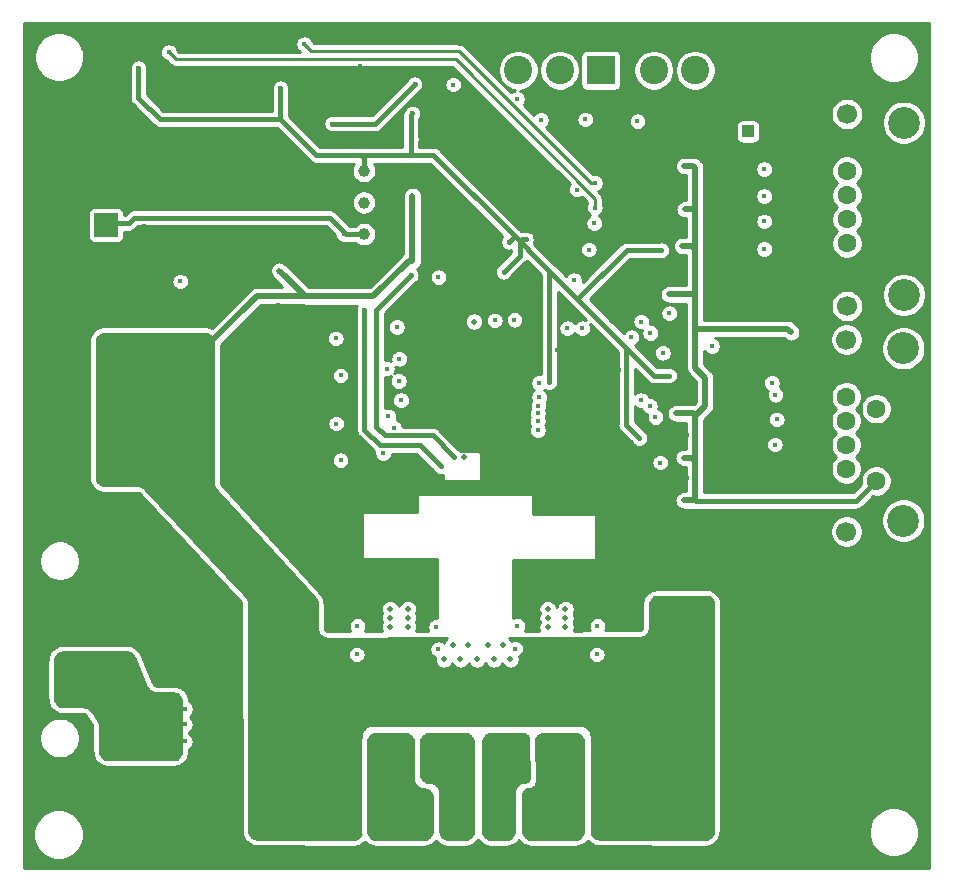
<source format=gbr>
G04 #@! TF.GenerationSoftware,KiCad,Pcbnew,(5.1.8)-1*
G04 #@! TF.CreationDate,2021-01-05T07:53:38+01:00*
G04 #@! TF.ProjectId,TMC51604Axis,544d4335-3136-4303-9441-7869732e6b69,rev?*
G04 #@! TF.SameCoordinates,Original*
G04 #@! TF.FileFunction,Copper,L3,Inr*
G04 #@! TF.FilePolarity,Positive*
%FSLAX46Y46*%
G04 Gerber Fmt 4.6, Leading zero omitted, Abs format (unit mm)*
G04 Created by KiCad (PCBNEW (5.1.8)-1) date 2021-01-05 07:53:38*
%MOMM*%
%LPD*%
G01*
G04 APERTURE LIST*
G04 #@! TA.AperFunction,ComponentPad*
%ADD10C,2.400000*%
G04 #@! TD*
G04 #@! TA.AperFunction,ComponentPad*
%ADD11R,2.400000X2.400000*%
G04 #@! TD*
G04 #@! TA.AperFunction,WasherPad*
%ADD12C,2.700000*%
G04 #@! TD*
G04 #@! TA.AperFunction,ComponentPad*
%ADD13C,1.700000*%
G04 #@! TD*
G04 #@! TA.AperFunction,ComponentPad*
%ADD14C,1.600000*%
G04 #@! TD*
G04 #@! TA.AperFunction,ComponentPad*
%ADD15C,1.000000*%
G04 #@! TD*
G04 #@! TA.AperFunction,ComponentPad*
%ADD16O,2.080000X3.600000*%
G04 #@! TD*
G04 #@! TA.AperFunction,ComponentPad*
%ADD17R,1.500000X1.500000*%
G04 #@! TD*
G04 #@! TA.AperFunction,ComponentPad*
%ADD18R,1.000000X1.000000*%
G04 #@! TD*
G04 #@! TA.AperFunction,ComponentPad*
%ADD19O,3.600000X2.000000*%
G04 #@! TD*
G04 #@! TA.AperFunction,ComponentPad*
%ADD20C,2.000000*%
G04 #@! TD*
G04 #@! TA.AperFunction,ComponentPad*
%ADD21R,2.000000X2.000000*%
G04 #@! TD*
G04 #@! TA.AperFunction,ViaPad*
%ADD22C,0.450000*%
G04 #@! TD*
G04 #@! TA.AperFunction,ViaPad*
%ADD23C,0.500000*%
G04 #@! TD*
G04 #@! TA.AperFunction,Conductor*
%ADD24C,0.500000*%
G04 #@! TD*
G04 #@! TA.AperFunction,Conductor*
%ADD25C,0.400000*%
G04 #@! TD*
G04 #@! TA.AperFunction,Conductor*
%ADD26C,0.250000*%
G04 #@! TD*
G04 #@! TA.AperFunction,Conductor*
%ADD27C,0.254000*%
G04 #@! TD*
G04 #@! TA.AperFunction,Conductor*
%ADD28C,0.100000*%
G04 #@! TD*
G04 APERTURE END LIST*
D10*
X77346800Y-113944400D03*
D11*
X82346800Y-113944400D03*
D10*
X121840000Y-113588800D03*
D11*
X116840000Y-113588800D03*
D10*
X77346800Y-127254000D03*
D11*
X82346800Y-127254000D03*
D10*
X121840000Y-126949200D03*
D11*
X116840000Y-126949200D03*
D12*
X135432800Y-104420200D03*
X135432800Y-89838200D03*
D13*
X130606800Y-105359200D03*
X130606800Y-89103200D03*
D14*
X133146800Y-101069200D03*
X130606800Y-100049200D03*
X133146800Y-99029200D03*
X130606800Y-98009200D03*
X133146800Y-96989200D03*
X130606800Y-95969200D03*
X133146800Y-94949200D03*
X130606800Y-93929200D03*
D12*
X135483600Y-85319400D03*
X135483600Y-70737400D03*
D13*
X130657600Y-86258400D03*
X130657600Y-70002400D03*
D14*
X133197600Y-81968400D03*
X130657600Y-80948400D03*
X133197600Y-79928400D03*
X130657600Y-78908400D03*
X133197600Y-77888400D03*
X130657600Y-76868400D03*
X133197600Y-75848400D03*
X130657600Y-74828400D03*
D10*
X114310400Y-66294000D03*
X117810400Y-66294000D03*
D11*
X121310400Y-66294000D03*
X109829600Y-66294000D03*
D10*
X106329600Y-66294000D03*
X102829600Y-66294000D03*
D15*
X89763600Y-74828400D03*
X89763600Y-77499533D03*
X89763600Y-80170666D03*
D16*
X106870500Y-124523500D03*
X101790500Y-124523500D03*
X96710500Y-124523500D03*
G04 #@! TA.AperFunction,ComponentPad*
G36*
G01*
X90590500Y-126073503D02*
X90590500Y-122973497D01*
G75*
G02*
X90840497Y-122723500I249997J0D01*
G01*
X92420503Y-122723500D01*
G75*
G02*
X92670500Y-122973497I0J-249997D01*
G01*
X92670500Y-126073503D01*
G75*
G02*
X92420503Y-126323500I-249997J0D01*
G01*
X90840497Y-126323500D01*
G75*
G02*
X90590500Y-126073503I0J249997D01*
G01*
G37*
G04 #@! TD.AperFunction*
D17*
X89763600Y-83616800D03*
D18*
X122275600Y-71475600D03*
D10*
X104670500Y-129095500D03*
X101170500Y-129095500D03*
X97670500Y-129095500D03*
D11*
X94170500Y-129095500D03*
G04 #@! TA.AperFunction,ComponentPad*
G36*
G01*
X64947200Y-111826800D02*
X68047200Y-111826800D01*
G75*
G02*
X68297200Y-112076800I0J-250000D01*
G01*
X68297200Y-113576800D01*
G75*
G02*
X68047200Y-113826800I-250000J0D01*
G01*
X64947200Y-113826800D01*
G75*
G02*
X64697200Y-113576800I0J250000D01*
G01*
X64697200Y-112076800D01*
G75*
G02*
X64947200Y-111826800I250000J0D01*
G01*
G37*
G04 #@! TD.AperFunction*
D19*
X66497200Y-117826800D03*
D20*
X62919600Y-79400400D03*
D21*
X67919600Y-79400400D03*
D22*
X109626400Y-125984000D03*
X109575600Y-124358400D03*
X88798400Y-125984000D03*
X88798400Y-124409200D03*
X70662800Y-93167200D03*
X70662800Y-95707200D03*
X68122800Y-95707200D03*
X68122800Y-93167200D03*
X82600800Y-83261200D03*
X73050400Y-90525600D03*
X75590400Y-90525600D03*
X73050400Y-93065600D03*
X75590400Y-93065600D03*
X73050400Y-95605600D03*
X75590400Y-95605600D03*
X73050400Y-98145600D03*
X75590400Y-98145600D03*
X73050400Y-100685600D03*
X75590400Y-100685600D03*
X82600800Y-119684800D03*
X84600800Y-119684800D03*
X86600800Y-119684800D03*
X82600800Y-121684800D03*
X84600800Y-121684800D03*
X86600800Y-121684800D03*
X82600800Y-123684800D03*
X84600800Y-123684800D03*
X86600800Y-123684800D03*
X93878400Y-82448400D03*
X80365600Y-111861600D03*
X82365600Y-111861600D03*
X80365600Y-113861600D03*
X80365600Y-115861600D03*
X82365600Y-115861600D03*
X84365600Y-115861600D03*
X80314800Y-125272800D03*
X82314800Y-125272800D03*
X84314800Y-125272800D03*
X80314800Y-127272800D03*
X84314800Y-127272800D03*
X80314800Y-129272800D03*
X82314800Y-129272800D03*
X84314800Y-129272800D03*
X114858800Y-124917200D03*
X116858800Y-124917200D03*
X118858800Y-124917200D03*
X114858800Y-126917200D03*
X118858800Y-126917200D03*
X114858800Y-128917200D03*
X116858800Y-128917200D03*
X118858800Y-128917200D03*
X114706400Y-111506000D03*
X116706400Y-111506000D03*
X118706400Y-111506000D03*
X114706400Y-113506000D03*
X118706400Y-113506000D03*
X114706400Y-115506000D03*
X116706400Y-115506000D03*
X118706400Y-115506000D03*
X80365600Y-108000800D03*
X80365600Y-110000800D03*
X93878400Y-81229204D03*
X93878400Y-77927200D03*
X93878400Y-76911200D03*
X109626400Y-130810000D03*
X109626400Y-129184400D03*
X109626400Y-127558800D03*
X88798400Y-130810000D03*
X88798400Y-129184400D03*
X88798400Y-127609600D03*
X79031600Y-125526800D03*
X61620400Y-108915200D03*
X61620400Y-112115600D03*
X61620400Y-113741200D03*
X61671200Y-123647200D03*
X61620400Y-117043200D03*
X61620400Y-110490000D03*
X61671200Y-120294400D03*
X61620400Y-115366800D03*
X61671200Y-118618000D03*
X61671200Y-126847600D03*
X61671200Y-121970800D03*
X61671200Y-125222000D03*
X61671200Y-92354400D03*
X61671200Y-93980000D03*
X61722000Y-103886000D03*
X61671200Y-97282000D03*
X61671200Y-95605600D03*
X61722000Y-107086400D03*
X61722000Y-102209600D03*
X61722000Y-105460800D03*
X61772800Y-69443600D03*
X61772800Y-72644000D03*
X61772800Y-74269600D03*
X61823600Y-84175600D03*
X61772800Y-77571600D03*
X61772800Y-71018400D03*
X61823600Y-80822800D03*
X61772800Y-75895200D03*
X61823600Y-87376000D03*
X61823600Y-82499200D03*
X61823600Y-85750400D03*
X135636000Y-109220000D03*
X135636000Y-112420400D03*
X135636000Y-114046000D03*
X135686800Y-123952000D03*
X135636000Y-117348000D03*
X135636000Y-110794800D03*
X135686800Y-120599200D03*
X135636000Y-115671600D03*
X135686800Y-118922800D03*
X135686800Y-127152400D03*
X135686800Y-122275600D03*
X135686800Y-125526800D03*
X86207600Y-62941200D03*
X83007200Y-62941200D03*
X81381600Y-62941200D03*
X71475600Y-62992000D03*
X78079600Y-62941200D03*
X84632800Y-62941200D03*
X74828400Y-62992000D03*
X79756000Y-62941200D03*
X76504800Y-62992000D03*
X68275200Y-62992000D03*
X73152000Y-62992000D03*
X69900800Y-62992000D03*
X106019600Y-62839600D03*
X102819200Y-62839600D03*
X101193600Y-62839600D03*
X91287600Y-62890400D03*
X97891600Y-62839600D03*
X104444800Y-62839600D03*
X94640400Y-62890400D03*
X99568000Y-62839600D03*
X96316800Y-62890400D03*
X88087200Y-62890400D03*
X92964000Y-62890400D03*
X89712800Y-62890400D03*
X125730000Y-62738000D03*
X122529600Y-62738000D03*
X120904000Y-62738000D03*
X110998000Y-62788800D03*
X117602000Y-62738000D03*
X114350800Y-62788800D03*
X119278400Y-62738000D03*
X116027200Y-62788800D03*
X107797600Y-62788800D03*
X112674400Y-62788800D03*
X109423200Y-62788800D03*
X135585200Y-107035600D03*
X135636000Y-102108000D03*
X135636000Y-98907600D03*
X135636000Y-97231200D03*
X135585200Y-87376000D03*
X135636000Y-95554800D03*
X135636000Y-93878400D03*
X135585200Y-92303600D03*
X135636000Y-100482400D03*
X135534400Y-78790800D03*
X135534400Y-77114400D03*
X135534400Y-75438000D03*
X135534400Y-73761600D03*
X135534400Y-80365600D03*
X135534400Y-81991200D03*
X127355600Y-62738000D03*
X128981200Y-62738000D03*
X130556000Y-62738000D03*
X121938800Y-124968000D03*
X123938800Y-124968000D03*
X120243600Y-128968000D03*
X123938800Y-128968000D03*
X123938800Y-126968000D03*
X120243600Y-126968000D03*
X120243600Y-124968000D03*
X121938800Y-128968000D03*
X121837200Y-111506000D03*
X123837200Y-111506000D03*
X120142000Y-115506000D03*
X123837200Y-115506000D03*
X123837200Y-113506000D03*
X120142000Y-113506000D03*
X120142000Y-111506000D03*
X121837200Y-115506000D03*
X72644000Y-113233200D03*
X70510400Y-113233200D03*
X64655200Y-81419200D03*
X64655200Y-79419200D03*
X64655200Y-77419200D03*
X63874400Y-92710000D03*
X65874400Y-96710000D03*
X63874400Y-94710000D03*
X65874400Y-94710000D03*
X63874400Y-96710000D03*
X65874400Y-92710000D03*
X79400400Y-83616800D03*
X78384400Y-83616800D03*
X77368400Y-83616800D03*
X79349600Y-84963000D03*
D23*
X92519500Y-100520500D03*
X91122500Y-100520500D03*
X93789500Y-100520500D03*
X105918000Y-100736400D03*
X104521000Y-100736400D03*
X107188000Y-100736400D03*
D22*
X112458500Y-111823500D03*
X111328200Y-111823500D03*
X110109000Y-111061500D03*
X111328200Y-111061500D03*
X112458500Y-111061500D03*
X110109000Y-111760000D03*
D23*
X97332800Y-114960400D03*
X99345750Y-116179600D03*
X97932875Y-116179600D03*
X96520000Y-116179600D03*
X98602800Y-114960400D03*
X100279200Y-114960400D03*
X102171500Y-116179600D03*
X100758625Y-116179600D03*
X101536500Y-114960400D03*
X105918000Y-101688900D03*
X107188000Y-101688900D03*
X104521000Y-101688900D03*
X91122500Y-101473000D03*
X92519500Y-101473000D03*
X93789500Y-101473000D03*
D22*
X86715600Y-111061500D03*
X87934800Y-111061500D03*
X89065100Y-111061500D03*
X89065100Y-111823500D03*
X87934800Y-111823500D03*
X86715600Y-111760000D03*
X78359000Y-84963000D03*
X77368400Y-84963000D03*
X79400400Y-82353400D03*
X78384400Y-82353400D03*
X77368400Y-82353400D03*
X74193400Y-82562700D03*
X71145400Y-79514700D03*
X104457500Y-132334000D03*
X94805500Y-132461000D03*
D23*
X99822000Y-92011500D03*
X98464500Y-93384500D03*
X98464500Y-94742000D03*
X97091500Y-94742000D03*
X97091500Y-93384500D03*
X97091500Y-92011500D03*
X98464500Y-92011500D03*
X99822000Y-94742000D03*
X99822000Y-93384500D03*
D22*
X116789200Y-76149200D03*
X117109410Y-97195600D03*
X116957010Y-79595769D03*
X102666800Y-74523600D03*
X114706400Y-76657200D03*
X107543600Y-72542400D03*
X76270789Y-66909540D03*
X107498118Y-81817810D03*
X107492800Y-82905600D03*
X76200000Y-80213200D03*
X78308200Y-80213200D03*
X80518000Y-80213200D03*
X111734600Y-73126600D03*
X73152000Y-67818000D03*
X81178400Y-64160400D03*
X79349600Y-66903600D03*
X119430800Y-82702400D03*
X89763600Y-81940400D03*
X88138000Y-83616800D03*
X91338400Y-83464400D03*
X104800400Y-88798400D03*
X64211200Y-110642400D03*
X67122400Y-110642400D03*
X69830400Y-110642400D03*
X64211200Y-112842400D03*
X64211200Y-114636000D03*
X67122400Y-114636000D03*
X97536000Y-78333600D03*
X99060000Y-75590400D03*
X100025200Y-81229200D03*
X97536000Y-81229200D03*
X107696000Y-77978000D03*
X103256853Y-76157990D03*
X100787200Y-80670400D03*
X75387200Y-111912400D03*
X77387200Y-111912400D03*
X79031600Y-111912400D03*
X75387200Y-113912400D03*
X79031600Y-113912400D03*
X75387200Y-115760000D03*
X77387200Y-115760000D03*
X79031600Y-115760000D03*
X75539600Y-125526800D03*
X77336400Y-125526800D03*
X75539600Y-127272800D03*
X75539600Y-129018800D03*
X77336400Y-129018800D03*
X109626400Y-132435600D03*
X87731600Y-132435600D03*
X86106000Y-132435600D03*
X84531200Y-132435600D03*
X82905600Y-132435600D03*
X81280000Y-132435600D03*
X79654400Y-132435600D03*
X77978000Y-132435600D03*
X76403200Y-132486400D03*
X74726800Y-132486400D03*
X73050400Y-132486400D03*
X71374000Y-132486400D03*
X69799200Y-132486400D03*
X68173600Y-132486400D03*
X111302800Y-132435600D03*
X112928400Y-132486400D03*
X114604800Y-132486400D03*
X116281200Y-132486400D03*
X117906800Y-132486400D03*
X119532400Y-132486400D03*
X121208800Y-132486400D03*
X122783600Y-132486400D03*
X124460000Y-132486400D03*
X126085600Y-132486400D03*
X127711200Y-132486400D03*
X129336800Y-132486400D03*
X88138000Y-68834000D03*
X124510800Y-70002400D03*
X124663200Y-105257600D03*
X115773200Y-82600800D03*
X116824803Y-72506797D03*
X69240400Y-67310000D03*
X79400400Y-90220800D03*
X79400400Y-91846400D03*
X79349600Y-95453200D03*
X79349600Y-99060000D03*
X81534000Y-66852800D03*
X82499200Y-86171410D03*
X76606400Y-66192400D03*
X86969600Y-66090800D03*
X87071206Y-66954400D03*
X84023200Y-68122800D03*
X122885200Y-85090000D03*
X106085810Y-89949270D03*
X103479600Y-79756000D03*
X106578400Y-94225210D03*
X109423206Y-94225210D03*
X111338190Y-91711656D03*
X121615200Y-68630800D03*
X123850400Y-66598800D03*
X124155200Y-62738000D03*
X113944400Y-86563200D03*
D23*
X99364800Y-83566000D03*
D22*
X116738400Y-94437194D03*
X117109410Y-100852610D03*
X113842800Y-104089200D03*
X79031600Y-127272800D03*
X79031600Y-129018800D03*
X97891600Y-64058804D03*
X89408000Y-65929610D03*
D23*
X98238493Y-99019328D03*
D22*
X94513400Y-83870800D03*
X92506802Y-73507600D03*
X93878400Y-69951600D03*
X104597200Y-92760804D03*
X114960400Y-81534000D03*
X113080800Y-97434394D03*
X105460800Y-92710000D03*
X102057200Y-80822800D03*
X97332800Y-67513200D03*
X93726000Y-72135998D03*
X82702408Y-67823855D03*
X103479600Y-80619600D03*
X115620800Y-92151200D03*
X70676599Y-66127801D03*
X101600000Y-83362800D03*
X89814400Y-86563200D03*
X96253004Y-99809000D03*
X88078934Y-80170666D03*
X94056198Y-67487798D03*
X87071202Y-70815200D03*
X74218804Y-84175600D03*
X96075500Y-83807300D03*
D23*
X105321100Y-112649000D03*
X105321100Y-113411000D03*
X105321100Y-111887000D03*
D22*
X101219000Y-127190500D03*
X100012500Y-124587000D03*
X103378000Y-124561600D03*
X101155500Y-130924300D03*
X87426800Y-96215202D03*
D23*
X106832400Y-113411000D03*
X106832400Y-111887000D03*
X106832400Y-112649000D03*
D22*
X106743500Y-129095500D03*
X104711500Y-130924300D03*
X106743500Y-131127500D03*
X104711500Y-127254000D03*
X106680000Y-127254000D03*
X105206800Y-124587000D03*
X87786359Y-99314000D03*
D23*
X97407862Y-99037121D03*
D22*
X93726000Y-83667600D03*
D23*
X99094590Y-87579200D03*
X93472000Y-113411000D03*
X93472000Y-111887000D03*
X93472000Y-112649000D03*
D22*
X97612500Y-130924300D03*
X97663000Y-127190500D03*
X94932500Y-124587000D03*
X98552000Y-124587000D03*
X87786359Y-92138500D03*
D23*
X91973400Y-113411000D03*
X91973400Y-111887000D03*
X91973400Y-112649000D03*
D22*
X94297500Y-127317500D03*
X94170500Y-130924300D03*
X92202000Y-129032000D03*
X93472000Y-124587000D03*
X91630500Y-127190500D03*
X87376000Y-89001600D03*
X104495600Y-96774000D03*
X104475829Y-95989478D03*
X115620800Y-86868000D03*
X114452400Y-95656400D03*
X107779828Y-76401260D03*
X112420400Y-88900000D03*
X109270800Y-79248000D03*
X106984800Y-88138000D03*
X104597200Y-93980000D03*
X119227600Y-89662000D03*
X95885000Y-113411000D03*
X109537500Y-113347500D03*
X91389200Y-98704400D03*
X92904457Y-94238512D03*
X92292478Y-96582620D03*
X91833700Y-95605600D03*
X92710700Y-92608490D03*
X92557600Y-88036400D03*
X91689969Y-91558468D03*
X92760800Y-90728800D03*
X102713524Y-68736482D03*
X104749600Y-70510400D03*
X108508800Y-70459600D03*
X112928400Y-70612000D03*
X123647200Y-79095600D03*
X123647198Y-74676000D03*
X123647202Y-76962000D03*
X123647200Y-81432400D03*
X104487638Y-95339574D03*
X113972375Y-94720198D03*
X114012789Y-88544400D03*
X104547016Y-94692280D03*
X113212720Y-94225210D03*
X113233200Y-87579200D03*
X108254800Y-88138000D03*
X115072387Y-90229590D03*
X124714000Y-95859600D03*
X114858800Y-99517200D03*
X124561600Y-97993200D03*
X109474000Y-115760500D03*
X102565200Y-115265200D03*
X102764490Y-113347500D03*
X96062800Y-115316000D03*
X89154000Y-115760500D03*
X89217500Y-113347500D03*
X116840000Y-99110800D03*
X116840000Y-102717600D03*
X116992400Y-95351600D03*
X125933200Y-88493600D03*
X115585163Y-85278037D03*
X116926400Y-78064400D03*
X116906000Y-74406800D03*
X116738400Y-81178400D03*
X116179600Y-95351600D03*
X69443600Y-119837200D03*
X72612000Y-120396000D03*
X74612000Y-120396000D03*
X69443600Y-121837200D03*
X72612000Y-121684800D03*
X74612000Y-121684800D03*
X69443600Y-123837200D03*
X72612000Y-123126000D03*
X74612000Y-123126000D03*
X69443600Y-117906800D03*
X63855600Y-117754400D03*
X66497200Y-115976400D03*
X66395600Y-119837200D03*
X73253598Y-64770000D03*
X109321604Y-77927200D03*
X84708821Y-64084378D03*
X109321600Y-75844400D03*
X107543600Y-84074000D03*
X108813600Y-81483200D03*
X124307600Y-92760800D03*
X124612400Y-93776800D03*
X100838000Y-87477600D03*
X102514400Y-87426800D03*
D24*
X93878400Y-82448400D02*
X93878400Y-81229204D01*
X93878400Y-81229204D02*
X93878400Y-77927200D01*
X93878400Y-77927200D02*
X93878400Y-76911200D01*
X81178400Y-113690400D02*
X82878400Y-113690400D01*
X84785200Y-85445600D02*
X83058000Y-83718400D01*
X83058000Y-83718400D02*
X82600800Y-83261200D01*
X80721200Y-85394800D02*
X75590400Y-90525600D01*
X84734400Y-85394800D02*
X80721200Y-85394800D01*
X84785200Y-85445600D02*
X84734400Y-85394800D01*
X93560202Y-82448400D02*
X93878400Y-82448400D01*
X84785200Y-85445600D02*
X90563002Y-85445600D01*
X90563002Y-85445600D02*
X93560202Y-82448400D01*
D25*
X92506802Y-73507600D02*
X91338400Y-73507600D01*
X89763600Y-73710800D02*
X89560400Y-73507600D01*
X89763600Y-74828400D02*
X89763600Y-73710800D01*
X91338400Y-73507600D02*
X89560400Y-73507600D01*
X82692209Y-67834054D02*
X82702408Y-67823855D01*
X82692209Y-70449409D02*
X82692209Y-67834054D01*
X85750400Y-73507600D02*
X82692209Y-70449409D01*
X91338400Y-73507600D02*
X85750400Y-73507600D01*
X112014000Y-81534000D02*
X107848400Y-85699600D01*
X114960400Y-81534000D02*
X112014000Y-81534000D01*
D26*
X113080800Y-97434394D02*
X112064800Y-96418394D01*
D25*
X105460800Y-92710000D02*
X105460800Y-83312000D01*
X105460800Y-83312000D02*
X104343200Y-82194400D01*
X104343200Y-82194400D02*
X107848400Y-85699600D01*
X102946200Y-80797400D02*
X104343200Y-82194400D01*
X102438200Y-80441800D02*
X102438200Y-80289400D01*
X102057200Y-80822800D02*
X102438200Y-80441800D01*
X102438200Y-80289400D02*
X102946200Y-80797400D01*
X95656400Y-73507600D02*
X102438200Y-80289400D01*
X93726000Y-73406000D02*
X93624400Y-73507600D01*
X93624400Y-73507600D02*
X95656400Y-73507600D01*
X93726000Y-72135998D02*
X93726000Y-73406000D01*
X92506802Y-73507600D02*
X93624400Y-73507600D01*
X103124000Y-80619600D02*
X102946200Y-80797400D01*
X103479600Y-80619600D02*
X103124000Y-80619600D01*
X93726000Y-70104000D02*
X93726000Y-72135998D01*
X93878400Y-69951600D02*
X93726000Y-70104000D01*
X111963200Y-96316794D02*
X113080800Y-97434394D01*
X111963200Y-89814400D02*
X111963200Y-96316794D01*
X107848400Y-85699600D02*
X111963200Y-89814400D01*
X70676599Y-68644599D02*
X70676599Y-66127801D01*
X72481409Y-70449409D02*
X70676599Y-68644599D01*
X82692209Y-70449409D02*
X72481409Y-70449409D01*
X114300000Y-92151200D02*
X115620800Y-92151200D01*
X111963200Y-89814400D02*
X114300000Y-92151200D01*
X102946200Y-82016600D02*
X101600000Y-83362800D01*
X102946200Y-80797400D02*
X102946200Y-82016600D01*
X94478415Y-98034411D02*
X96253004Y-99809000D01*
X91125611Y-98034411D02*
X94478415Y-98034411D01*
X89814400Y-96723200D02*
X91125611Y-98034411D01*
X89814400Y-86563200D02*
X89814400Y-96723200D01*
X68072000Y-79248000D02*
X67919600Y-79400400D01*
X69850000Y-79248000D02*
X68072000Y-79248000D01*
X70307200Y-78790800D02*
X69850000Y-79248000D01*
X86868000Y-78790800D02*
X70307200Y-78790800D01*
X88247866Y-80170666D02*
X86868000Y-78790800D01*
X89763600Y-80170666D02*
X88247866Y-80170666D01*
X94056198Y-67487798D02*
X90728796Y-70815200D01*
X90728796Y-70815200D02*
X87071202Y-70815200D01*
X95578370Y-97207630D02*
X91568830Y-97207630D01*
X97407862Y-99037121D02*
X95578370Y-97207630D01*
X91568830Y-97207630D02*
X90830400Y-96469200D01*
X90830400Y-86563200D02*
X93726000Y-83667600D01*
X90830400Y-96469200D02*
X90830400Y-86563200D01*
X117856000Y-102768400D02*
X117805200Y-102717600D01*
X119430800Y-102768400D02*
X117856000Y-102768400D01*
D24*
X116840000Y-102717600D02*
X117805200Y-102717600D01*
X117637600Y-74406800D02*
X116906000Y-74406800D01*
X117805200Y-74574400D02*
X117637600Y-74406800D01*
X117718800Y-78064400D02*
X117805200Y-77978000D01*
X116926400Y-78064400D02*
X117718800Y-78064400D01*
X117805200Y-77978000D02*
X117805200Y-74574400D01*
X117551200Y-81178400D02*
X117805200Y-81432400D01*
X116738400Y-81178400D02*
X117551200Y-81178400D01*
X117805200Y-81432400D02*
X117805200Y-77978000D01*
X115585163Y-85278037D02*
X117586837Y-85278037D01*
X117586837Y-85278037D02*
X117805200Y-85496400D01*
X117805200Y-85496400D02*
X117805200Y-81432400D01*
X117602000Y-95351600D02*
X117805200Y-95554800D01*
X116992400Y-95351600D02*
X117602000Y-95351600D01*
X117551200Y-99110800D02*
X117805200Y-99364800D01*
X116840000Y-99110800D02*
X117551200Y-99110800D01*
X117805200Y-99364800D02*
X117805200Y-95554800D01*
X117805200Y-102717600D02*
X117805200Y-99364800D01*
D25*
X131447600Y-102768400D02*
X119430800Y-102768400D01*
X133146800Y-101069200D02*
X131447600Y-102768400D01*
D24*
X125628400Y-88188800D02*
X125933200Y-88493600D01*
X117805200Y-88188800D02*
X125628400Y-88188800D01*
X117805200Y-88188800D02*
X117805200Y-85496400D01*
X116992400Y-95351600D02*
X116179600Y-95351600D01*
X117805200Y-95554800D02*
X118655159Y-94704841D01*
X118655159Y-94704841D02*
X118655159Y-92330001D01*
X118655159Y-92330001D02*
X117805200Y-91480042D01*
X117805200Y-91480042D02*
X117805200Y-88188800D01*
D26*
X109321604Y-77609002D02*
X109321604Y-77927200D01*
X97536000Y-65379600D02*
X109321604Y-77165204D01*
X73253598Y-64770000D02*
X73863198Y-65379600D01*
X73863198Y-65379600D02*
X97536000Y-65379600D01*
X109321604Y-77165204D02*
X109321604Y-77609002D01*
X97818603Y-64659601D02*
X109003402Y-75844400D01*
X85284044Y-64659601D02*
X97818603Y-64659601D01*
X109003402Y-75844400D02*
X109321600Y-75844400D01*
X84708821Y-64084378D02*
X85284044Y-64659601D01*
D27*
X76463978Y-88638257D02*
X76606054Y-88687971D01*
X76733505Y-88768054D01*
X76839946Y-88874495D01*
X76920029Y-89001946D01*
X76969743Y-89144022D01*
X76987400Y-89300729D01*
X76987400Y-101188753D01*
X76988361Y-101204347D01*
X77012485Y-101399324D01*
X77020086Y-101429572D01*
X77091001Y-101612789D01*
X77105746Y-101640273D01*
X77219178Y-101800682D01*
X77228966Y-101812859D01*
X85595154Y-111001159D01*
X85694994Y-111142348D01*
X85754567Y-111296259D01*
X85775800Y-111467874D01*
X85775800Y-113498544D01*
X85776600Y-113512780D01*
X85796704Y-113690999D01*
X85803047Y-113718755D01*
X85862348Y-113888018D01*
X85874715Y-113913664D01*
X85970234Y-114065461D01*
X85988003Y-114087707D01*
X86114937Y-114214411D01*
X86137216Y-114232140D01*
X86289187Y-114327382D01*
X86314855Y-114339702D01*
X86484225Y-114398696D01*
X86511993Y-114404988D01*
X86690249Y-114424768D01*
X86704486Y-114425543D01*
X96787144Y-114407211D01*
X96729264Y-114465091D01*
X96644231Y-114592352D01*
X96585659Y-114733757D01*
X96578755Y-114768466D01*
X96542172Y-114731883D01*
X96419006Y-114649586D01*
X96282150Y-114592899D01*
X96136866Y-114564000D01*
X95988734Y-114564000D01*
X95843450Y-114592899D01*
X95706594Y-114649586D01*
X95583428Y-114731883D01*
X95478683Y-114836628D01*
X95396386Y-114959794D01*
X95339699Y-115096650D01*
X95310800Y-115241934D01*
X95310800Y-115390066D01*
X95339699Y-115535350D01*
X95396386Y-115672206D01*
X95478683Y-115795372D01*
X95583428Y-115900117D01*
X95706594Y-115982414D01*
X95762402Y-116005530D01*
X95743000Y-116103072D01*
X95743000Y-116256128D01*
X95772859Y-116406243D01*
X95831431Y-116547648D01*
X95916464Y-116674909D01*
X96024691Y-116783136D01*
X96151952Y-116868169D01*
X96293357Y-116926741D01*
X96443472Y-116956600D01*
X96596528Y-116956600D01*
X96746643Y-116926741D01*
X96888048Y-116868169D01*
X97015309Y-116783136D01*
X97123536Y-116674909D01*
X97208569Y-116547648D01*
X97226438Y-116504510D01*
X97244306Y-116547648D01*
X97329339Y-116674909D01*
X97437566Y-116783136D01*
X97564827Y-116868169D01*
X97706232Y-116926741D01*
X97856347Y-116956600D01*
X98009403Y-116956600D01*
X98159518Y-116926741D01*
X98300923Y-116868169D01*
X98428184Y-116783136D01*
X98536411Y-116674909D01*
X98621444Y-116547648D01*
X98639313Y-116504510D01*
X98657181Y-116547648D01*
X98742214Y-116674909D01*
X98850441Y-116783136D01*
X98977702Y-116868169D01*
X99119107Y-116926741D01*
X99269222Y-116956600D01*
X99422278Y-116956600D01*
X99572393Y-116926741D01*
X99713798Y-116868169D01*
X99841059Y-116783136D01*
X99949286Y-116674909D01*
X100034319Y-116547648D01*
X100052188Y-116504510D01*
X100070056Y-116547648D01*
X100155089Y-116674909D01*
X100263316Y-116783136D01*
X100390577Y-116868169D01*
X100531982Y-116926741D01*
X100682097Y-116956600D01*
X100835153Y-116956600D01*
X100985268Y-116926741D01*
X101126673Y-116868169D01*
X101253934Y-116783136D01*
X101362161Y-116674909D01*
X101447194Y-116547648D01*
X101465063Y-116504510D01*
X101482931Y-116547648D01*
X101567964Y-116674909D01*
X101676191Y-116783136D01*
X101803452Y-116868169D01*
X101944857Y-116926741D01*
X102094972Y-116956600D01*
X102248028Y-116956600D01*
X102398143Y-116926741D01*
X102539548Y-116868169D01*
X102666809Y-116783136D01*
X102775036Y-116674909D01*
X102860069Y-116547648D01*
X102918641Y-116406243D01*
X102948500Y-116256128D01*
X102948500Y-116103072D01*
X102918641Y-115952957D01*
X102911500Y-115935717D01*
X102921406Y-115931614D01*
X103044572Y-115849317D01*
X103149317Y-115744572D01*
X103188163Y-115686434D01*
X108722000Y-115686434D01*
X108722000Y-115834566D01*
X108750899Y-115979850D01*
X108807586Y-116116706D01*
X108889883Y-116239872D01*
X108994628Y-116344617D01*
X109117794Y-116426914D01*
X109254650Y-116483601D01*
X109399934Y-116512500D01*
X109548066Y-116512500D01*
X109693350Y-116483601D01*
X109830206Y-116426914D01*
X109953372Y-116344617D01*
X110058117Y-116239872D01*
X110140414Y-116116706D01*
X110197101Y-115979850D01*
X110226000Y-115834566D01*
X110226000Y-115686434D01*
X110197101Y-115541150D01*
X110140414Y-115404294D01*
X110058117Y-115281128D01*
X109953372Y-115176383D01*
X109830206Y-115094086D01*
X109693350Y-115037399D01*
X109548066Y-115008500D01*
X109399934Y-115008500D01*
X109254650Y-115037399D01*
X109117794Y-115094086D01*
X108994628Y-115176383D01*
X108889883Y-115281128D01*
X108807586Y-115404294D01*
X108750899Y-115541150D01*
X108722000Y-115686434D01*
X103188163Y-115686434D01*
X103231614Y-115621406D01*
X103288301Y-115484550D01*
X103317200Y-115339266D01*
X103317200Y-115191134D01*
X103288301Y-115045850D01*
X103231614Y-114908994D01*
X103149317Y-114785828D01*
X103044572Y-114681083D01*
X102921406Y-114598786D01*
X102784550Y-114542099D01*
X102639266Y-114513200D01*
X102491134Y-114513200D01*
X102345850Y-114542099D01*
X102224952Y-114592176D01*
X102140036Y-114465091D01*
X102072546Y-114397601D01*
X113044486Y-114377652D01*
X113058688Y-114376829D01*
X113236465Y-114356494D01*
X113264148Y-114350130D01*
X113432959Y-114290790D01*
X113458537Y-114278432D01*
X113609935Y-114183055D01*
X113632125Y-114165321D01*
X113758538Y-114038679D01*
X113776232Y-114016456D01*
X113871333Y-113864884D01*
X113883644Y-113839285D01*
X113942678Y-113670366D01*
X113948992Y-113642670D01*
X113969003Y-113464856D01*
X113969800Y-113450653D01*
X113969800Y-111550230D01*
X113987432Y-111393625D01*
X114037077Y-111251640D01*
X114117052Y-111124245D01*
X114223354Y-111017825D01*
X114350657Y-110937706D01*
X114492588Y-110887900D01*
X114649172Y-110870092D01*
X118671732Y-110865562D01*
X118828816Y-110883123D01*
X118971228Y-110932897D01*
X119098958Y-111013182D01*
X119205563Y-111119927D01*
X119285679Y-111247762D01*
X119335268Y-111390248D01*
X119352621Y-111547342D01*
X119305777Y-130711840D01*
X119287684Y-130868736D01*
X119237473Y-131010882D01*
X119156849Y-131138262D01*
X119049865Y-131244469D01*
X118921900Y-131324166D01*
X118779394Y-131373341D01*
X118622376Y-131390293D01*
X109719050Y-131347281D01*
X109562911Y-131328979D01*
X109421454Y-131278877D01*
X109294638Y-131198643D01*
X109188784Y-131092277D01*
X109109167Y-130965080D01*
X109059748Y-130823379D01*
X109042200Y-130667148D01*
X109042200Y-122675023D01*
X109041402Y-122660809D01*
X109021361Y-122482866D01*
X109015038Y-122455151D01*
X108955919Y-122286123D01*
X108943590Y-122260509D01*
X108848356Y-122108865D01*
X108830638Y-122086635D01*
X108704059Y-121959973D01*
X108681841Y-121942241D01*
X108530260Y-121846906D01*
X108504653Y-121834560D01*
X108335664Y-121775330D01*
X108307954Y-121768988D01*
X108130024Y-121748830D01*
X108115811Y-121748023D01*
X90450965Y-121736378D01*
X90436727Y-121737169D01*
X90258477Y-121757160D01*
X90230714Y-121763486D01*
X90061398Y-121822687D01*
X90035742Y-121835039D01*
X89883872Y-121930475D01*
X89861613Y-121948233D01*
X89734822Y-122075107D01*
X89717079Y-122097378D01*
X89621743Y-122249311D01*
X89609407Y-122274975D01*
X89550317Y-122444329D01*
X89544010Y-122472095D01*
X89524136Y-122650358D01*
X89523354Y-122664597D01*
X89523468Y-122751448D01*
X89502131Y-122812426D01*
X89475872Y-122927477D01*
X89455814Y-123105494D01*
X89452500Y-123164500D01*
X89452500Y-130708500D01*
X89455814Y-130767506D01*
X89475872Y-130945523D01*
X89480903Y-130967564D01*
X89466402Y-131008994D01*
X89385857Y-131136890D01*
X89278772Y-131243558D01*
X89150559Y-131323603D01*
X89007710Y-131372978D01*
X88850260Y-131389960D01*
X80736393Y-131347590D01*
X80580412Y-131329263D01*
X80439109Y-131279210D01*
X80312408Y-131199083D01*
X80206619Y-131092873D01*
X80126997Y-130965856D01*
X80077504Y-130824353D01*
X80059797Y-130668302D01*
X80041070Y-115686434D01*
X88402000Y-115686434D01*
X88402000Y-115834566D01*
X88430899Y-115979850D01*
X88487586Y-116116706D01*
X88569883Y-116239872D01*
X88674628Y-116344617D01*
X88797794Y-116426914D01*
X88934650Y-116483601D01*
X89079934Y-116512500D01*
X89228066Y-116512500D01*
X89373350Y-116483601D01*
X89510206Y-116426914D01*
X89633372Y-116344617D01*
X89738117Y-116239872D01*
X89820414Y-116116706D01*
X89877101Y-115979850D01*
X89906000Y-115834566D01*
X89906000Y-115686434D01*
X89877101Y-115541150D01*
X89820414Y-115404294D01*
X89738117Y-115281128D01*
X89633372Y-115176383D01*
X89510206Y-115094086D01*
X89373350Y-115037399D01*
X89228066Y-115008500D01*
X89079934Y-115008500D01*
X88934650Y-115037399D01*
X88797794Y-115094086D01*
X88674628Y-115176383D01*
X88569883Y-115281128D01*
X88487586Y-115404294D01*
X88430899Y-115541150D01*
X88402000Y-115686434D01*
X80041070Y-115686434D01*
X80035794Y-111465776D01*
X80034780Y-111449915D01*
X80009572Y-111251669D01*
X80001670Y-111220944D01*
X79928113Y-111035131D01*
X79912843Y-111007322D01*
X79795528Y-110845537D01*
X79785411Y-110833279D01*
X71246579Y-101715543D01*
X71237232Y-101706533D01*
X71113985Y-101599328D01*
X71092785Y-101584396D01*
X70950331Y-101504458D01*
X70926538Y-101494143D01*
X70770816Y-101444808D01*
X70745425Y-101439541D01*
X70582929Y-101422864D01*
X70569963Y-101422200D01*
X67812329Y-101422200D01*
X67655622Y-101404543D01*
X67513546Y-101354829D01*
X67386095Y-101274746D01*
X67279654Y-101168305D01*
X67199571Y-101040854D01*
X67149857Y-100898778D01*
X67132200Y-100742071D01*
X67132200Y-89300729D01*
X67149857Y-89144022D01*
X67199571Y-89001946D01*
X67279654Y-88874495D01*
X67386095Y-88768054D01*
X67513546Y-88687971D01*
X67655622Y-88638257D01*
X67812329Y-88620600D01*
X76307271Y-88620600D01*
X76463978Y-88638257D01*
G04 #@! TA.AperFunction,Conductor*
D28*
G36*
X76463978Y-88638257D02*
G01*
X76606054Y-88687971D01*
X76733505Y-88768054D01*
X76839946Y-88874495D01*
X76920029Y-89001946D01*
X76969743Y-89144022D01*
X76987400Y-89300729D01*
X76987400Y-101188753D01*
X76988361Y-101204347D01*
X77012485Y-101399324D01*
X77020086Y-101429572D01*
X77091001Y-101612789D01*
X77105746Y-101640273D01*
X77219178Y-101800682D01*
X77228966Y-101812859D01*
X85595154Y-111001159D01*
X85694994Y-111142348D01*
X85754567Y-111296259D01*
X85775800Y-111467874D01*
X85775800Y-113498544D01*
X85776600Y-113512780D01*
X85796704Y-113690999D01*
X85803047Y-113718755D01*
X85862348Y-113888018D01*
X85874715Y-113913664D01*
X85970234Y-114065461D01*
X85988003Y-114087707D01*
X86114937Y-114214411D01*
X86137216Y-114232140D01*
X86289187Y-114327382D01*
X86314855Y-114339702D01*
X86484225Y-114398696D01*
X86511993Y-114404988D01*
X86690249Y-114424768D01*
X86704486Y-114425543D01*
X96787144Y-114407211D01*
X96729264Y-114465091D01*
X96644231Y-114592352D01*
X96585659Y-114733757D01*
X96578755Y-114768466D01*
X96542172Y-114731883D01*
X96419006Y-114649586D01*
X96282150Y-114592899D01*
X96136866Y-114564000D01*
X95988734Y-114564000D01*
X95843450Y-114592899D01*
X95706594Y-114649586D01*
X95583428Y-114731883D01*
X95478683Y-114836628D01*
X95396386Y-114959794D01*
X95339699Y-115096650D01*
X95310800Y-115241934D01*
X95310800Y-115390066D01*
X95339699Y-115535350D01*
X95396386Y-115672206D01*
X95478683Y-115795372D01*
X95583428Y-115900117D01*
X95706594Y-115982414D01*
X95762402Y-116005530D01*
X95743000Y-116103072D01*
X95743000Y-116256128D01*
X95772859Y-116406243D01*
X95831431Y-116547648D01*
X95916464Y-116674909D01*
X96024691Y-116783136D01*
X96151952Y-116868169D01*
X96293357Y-116926741D01*
X96443472Y-116956600D01*
X96596528Y-116956600D01*
X96746643Y-116926741D01*
X96888048Y-116868169D01*
X97015309Y-116783136D01*
X97123536Y-116674909D01*
X97208569Y-116547648D01*
X97226438Y-116504510D01*
X97244306Y-116547648D01*
X97329339Y-116674909D01*
X97437566Y-116783136D01*
X97564827Y-116868169D01*
X97706232Y-116926741D01*
X97856347Y-116956600D01*
X98009403Y-116956600D01*
X98159518Y-116926741D01*
X98300923Y-116868169D01*
X98428184Y-116783136D01*
X98536411Y-116674909D01*
X98621444Y-116547648D01*
X98639313Y-116504510D01*
X98657181Y-116547648D01*
X98742214Y-116674909D01*
X98850441Y-116783136D01*
X98977702Y-116868169D01*
X99119107Y-116926741D01*
X99269222Y-116956600D01*
X99422278Y-116956600D01*
X99572393Y-116926741D01*
X99713798Y-116868169D01*
X99841059Y-116783136D01*
X99949286Y-116674909D01*
X100034319Y-116547648D01*
X100052188Y-116504510D01*
X100070056Y-116547648D01*
X100155089Y-116674909D01*
X100263316Y-116783136D01*
X100390577Y-116868169D01*
X100531982Y-116926741D01*
X100682097Y-116956600D01*
X100835153Y-116956600D01*
X100985268Y-116926741D01*
X101126673Y-116868169D01*
X101253934Y-116783136D01*
X101362161Y-116674909D01*
X101447194Y-116547648D01*
X101465063Y-116504510D01*
X101482931Y-116547648D01*
X101567964Y-116674909D01*
X101676191Y-116783136D01*
X101803452Y-116868169D01*
X101944857Y-116926741D01*
X102094972Y-116956600D01*
X102248028Y-116956600D01*
X102398143Y-116926741D01*
X102539548Y-116868169D01*
X102666809Y-116783136D01*
X102775036Y-116674909D01*
X102860069Y-116547648D01*
X102918641Y-116406243D01*
X102948500Y-116256128D01*
X102948500Y-116103072D01*
X102918641Y-115952957D01*
X102911500Y-115935717D01*
X102921406Y-115931614D01*
X103044572Y-115849317D01*
X103149317Y-115744572D01*
X103188163Y-115686434D01*
X108722000Y-115686434D01*
X108722000Y-115834566D01*
X108750899Y-115979850D01*
X108807586Y-116116706D01*
X108889883Y-116239872D01*
X108994628Y-116344617D01*
X109117794Y-116426914D01*
X109254650Y-116483601D01*
X109399934Y-116512500D01*
X109548066Y-116512500D01*
X109693350Y-116483601D01*
X109830206Y-116426914D01*
X109953372Y-116344617D01*
X110058117Y-116239872D01*
X110140414Y-116116706D01*
X110197101Y-115979850D01*
X110226000Y-115834566D01*
X110226000Y-115686434D01*
X110197101Y-115541150D01*
X110140414Y-115404294D01*
X110058117Y-115281128D01*
X109953372Y-115176383D01*
X109830206Y-115094086D01*
X109693350Y-115037399D01*
X109548066Y-115008500D01*
X109399934Y-115008500D01*
X109254650Y-115037399D01*
X109117794Y-115094086D01*
X108994628Y-115176383D01*
X108889883Y-115281128D01*
X108807586Y-115404294D01*
X108750899Y-115541150D01*
X108722000Y-115686434D01*
X103188163Y-115686434D01*
X103231614Y-115621406D01*
X103288301Y-115484550D01*
X103317200Y-115339266D01*
X103317200Y-115191134D01*
X103288301Y-115045850D01*
X103231614Y-114908994D01*
X103149317Y-114785828D01*
X103044572Y-114681083D01*
X102921406Y-114598786D01*
X102784550Y-114542099D01*
X102639266Y-114513200D01*
X102491134Y-114513200D01*
X102345850Y-114542099D01*
X102224952Y-114592176D01*
X102140036Y-114465091D01*
X102072546Y-114397601D01*
X113044486Y-114377652D01*
X113058688Y-114376829D01*
X113236465Y-114356494D01*
X113264148Y-114350130D01*
X113432959Y-114290790D01*
X113458537Y-114278432D01*
X113609935Y-114183055D01*
X113632125Y-114165321D01*
X113758538Y-114038679D01*
X113776232Y-114016456D01*
X113871333Y-113864884D01*
X113883644Y-113839285D01*
X113942678Y-113670366D01*
X113948992Y-113642670D01*
X113969003Y-113464856D01*
X113969800Y-113450653D01*
X113969800Y-111550230D01*
X113987432Y-111393625D01*
X114037077Y-111251640D01*
X114117052Y-111124245D01*
X114223354Y-111017825D01*
X114350657Y-110937706D01*
X114492588Y-110887900D01*
X114649172Y-110870092D01*
X118671732Y-110865562D01*
X118828816Y-110883123D01*
X118971228Y-110932897D01*
X119098958Y-111013182D01*
X119205563Y-111119927D01*
X119285679Y-111247762D01*
X119335268Y-111390248D01*
X119352621Y-111547342D01*
X119305777Y-130711840D01*
X119287684Y-130868736D01*
X119237473Y-131010882D01*
X119156849Y-131138262D01*
X119049865Y-131244469D01*
X118921900Y-131324166D01*
X118779394Y-131373341D01*
X118622376Y-131390293D01*
X109719050Y-131347281D01*
X109562911Y-131328979D01*
X109421454Y-131278877D01*
X109294638Y-131198643D01*
X109188784Y-131092277D01*
X109109167Y-130965080D01*
X109059748Y-130823379D01*
X109042200Y-130667148D01*
X109042200Y-122675023D01*
X109041402Y-122660809D01*
X109021361Y-122482866D01*
X109015038Y-122455151D01*
X108955919Y-122286123D01*
X108943590Y-122260509D01*
X108848356Y-122108865D01*
X108830638Y-122086635D01*
X108704059Y-121959973D01*
X108681841Y-121942241D01*
X108530260Y-121846906D01*
X108504653Y-121834560D01*
X108335664Y-121775330D01*
X108307954Y-121768988D01*
X108130024Y-121748830D01*
X108115811Y-121748023D01*
X90450965Y-121736378D01*
X90436727Y-121737169D01*
X90258477Y-121757160D01*
X90230714Y-121763486D01*
X90061398Y-121822687D01*
X90035742Y-121835039D01*
X89883872Y-121930475D01*
X89861613Y-121948233D01*
X89734822Y-122075107D01*
X89717079Y-122097378D01*
X89621743Y-122249311D01*
X89609407Y-122274975D01*
X89550317Y-122444329D01*
X89544010Y-122472095D01*
X89524136Y-122650358D01*
X89523354Y-122664597D01*
X89523468Y-122751448D01*
X89502131Y-122812426D01*
X89475872Y-122927477D01*
X89455814Y-123105494D01*
X89452500Y-123164500D01*
X89452500Y-130708500D01*
X89455814Y-130767506D01*
X89475872Y-130945523D01*
X89480903Y-130967564D01*
X89466402Y-131008994D01*
X89385857Y-131136890D01*
X89278772Y-131243558D01*
X89150559Y-131323603D01*
X89007710Y-131372978D01*
X88850260Y-131389960D01*
X80736393Y-131347590D01*
X80580412Y-131329263D01*
X80439109Y-131279210D01*
X80312408Y-131199083D01*
X80206619Y-131092873D01*
X80126997Y-130965856D01*
X80077504Y-130824353D01*
X80059797Y-130668302D01*
X80041070Y-115686434D01*
X88402000Y-115686434D01*
X88402000Y-115834566D01*
X88430899Y-115979850D01*
X88487586Y-116116706D01*
X88569883Y-116239872D01*
X88674628Y-116344617D01*
X88797794Y-116426914D01*
X88934650Y-116483601D01*
X89079934Y-116512500D01*
X89228066Y-116512500D01*
X89373350Y-116483601D01*
X89510206Y-116426914D01*
X89633372Y-116344617D01*
X89738117Y-116239872D01*
X89820414Y-116116706D01*
X89877101Y-115979850D01*
X89906000Y-115834566D01*
X89906000Y-115686434D01*
X89877101Y-115541150D01*
X89820414Y-115404294D01*
X89738117Y-115281128D01*
X89633372Y-115176383D01*
X89510206Y-115094086D01*
X89373350Y-115037399D01*
X89228066Y-115008500D01*
X89079934Y-115008500D01*
X88934650Y-115037399D01*
X88797794Y-115094086D01*
X88674628Y-115176383D01*
X88569883Y-115281128D01*
X88487586Y-115404294D01*
X88430899Y-115541150D01*
X88402000Y-115686434D01*
X80041070Y-115686434D01*
X80035794Y-111465776D01*
X80034780Y-111449915D01*
X80009572Y-111251669D01*
X80001670Y-111220944D01*
X79928113Y-111035131D01*
X79912843Y-111007322D01*
X79795528Y-110845537D01*
X79785411Y-110833279D01*
X71246579Y-101715543D01*
X71237232Y-101706533D01*
X71113985Y-101599328D01*
X71092785Y-101584396D01*
X70950331Y-101504458D01*
X70926538Y-101494143D01*
X70770816Y-101444808D01*
X70745425Y-101439541D01*
X70582929Y-101422864D01*
X70569963Y-101422200D01*
X67812329Y-101422200D01*
X67655622Y-101404543D01*
X67513546Y-101354829D01*
X67386095Y-101274746D01*
X67279654Y-101168305D01*
X67199571Y-101040854D01*
X67149857Y-100898778D01*
X67132200Y-100742071D01*
X67132200Y-89300729D01*
X67149857Y-89144022D01*
X67199571Y-89001946D01*
X67279654Y-88874495D01*
X67386095Y-88768054D01*
X67513546Y-88687971D01*
X67655622Y-88638257D01*
X67812329Y-88620600D01*
X76307271Y-88620600D01*
X76463978Y-88638257D01*
G37*
G04 #@! TD.AperFunction*
D27*
X93393078Y-122509157D02*
X93535154Y-122558871D01*
X93662605Y-122638954D01*
X93769046Y-122745395D01*
X93849129Y-122872846D01*
X93898843Y-123014922D01*
X93916500Y-123171629D01*
X93916500Y-126263500D01*
X93917299Y-126277720D01*
X93937357Y-126455737D01*
X93943685Y-126483462D01*
X94002852Y-126652552D01*
X94015191Y-126678175D01*
X94110501Y-126829860D01*
X94128232Y-126852095D01*
X94254905Y-126978768D01*
X94277140Y-126996499D01*
X94428825Y-127091809D01*
X94454448Y-127104148D01*
X94623538Y-127163315D01*
X94651263Y-127169643D01*
X94829280Y-127189701D01*
X94843500Y-127190500D01*
X94849271Y-127190500D01*
X95005978Y-127208157D01*
X95148054Y-127257871D01*
X95275505Y-127337954D01*
X95381946Y-127444395D01*
X95462029Y-127571846D01*
X95511743Y-127713922D01*
X95529400Y-127870629D01*
X95529400Y-130701371D01*
X95511743Y-130858078D01*
X95462029Y-131000154D01*
X95381946Y-131127605D01*
X95275505Y-131234046D01*
X95148054Y-131314129D01*
X95005978Y-131363843D01*
X94849271Y-131381500D01*
X90786629Y-131381500D01*
X90629922Y-131363843D01*
X90487846Y-131314129D01*
X90360395Y-131234046D01*
X90253954Y-131127605D01*
X90173871Y-131000154D01*
X90124157Y-130858078D01*
X90106500Y-130701371D01*
X90106500Y-123171629D01*
X90124157Y-123014922D01*
X90173871Y-122872846D01*
X90253954Y-122745395D01*
X90360395Y-122638954D01*
X90487846Y-122558871D01*
X90629922Y-122509157D01*
X90786629Y-122491500D01*
X93236371Y-122491500D01*
X93393078Y-122509157D01*
G04 #@! TA.AperFunction,Conductor*
D28*
G36*
X93393078Y-122509157D02*
G01*
X93535154Y-122558871D01*
X93662605Y-122638954D01*
X93769046Y-122745395D01*
X93849129Y-122872846D01*
X93898843Y-123014922D01*
X93916500Y-123171629D01*
X93916500Y-126263500D01*
X93917299Y-126277720D01*
X93937357Y-126455737D01*
X93943685Y-126483462D01*
X94002852Y-126652552D01*
X94015191Y-126678175D01*
X94110501Y-126829860D01*
X94128232Y-126852095D01*
X94254905Y-126978768D01*
X94277140Y-126996499D01*
X94428825Y-127091809D01*
X94454448Y-127104148D01*
X94623538Y-127163315D01*
X94651263Y-127169643D01*
X94829280Y-127189701D01*
X94843500Y-127190500D01*
X94849271Y-127190500D01*
X95005978Y-127208157D01*
X95148054Y-127257871D01*
X95275505Y-127337954D01*
X95381946Y-127444395D01*
X95462029Y-127571846D01*
X95511743Y-127713922D01*
X95529400Y-127870629D01*
X95529400Y-130701371D01*
X95511743Y-130858078D01*
X95462029Y-131000154D01*
X95381946Y-131127605D01*
X95275505Y-131234046D01*
X95148054Y-131314129D01*
X95005978Y-131363843D01*
X94849271Y-131381500D01*
X90786629Y-131381500D01*
X90629922Y-131363843D01*
X90487846Y-131314129D01*
X90360395Y-131234046D01*
X90253954Y-131127605D01*
X90173871Y-131000154D01*
X90124157Y-130858078D01*
X90106500Y-130701371D01*
X90106500Y-123171629D01*
X90124157Y-123014922D01*
X90173871Y-122872846D01*
X90253954Y-122745395D01*
X90360395Y-122638954D01*
X90487846Y-122558871D01*
X90629922Y-122509157D01*
X90786629Y-122491500D01*
X93236371Y-122491500D01*
X93393078Y-122509157D01*
G37*
G04 #@! TD.AperFunction*
D27*
X98305532Y-122501988D02*
X98461924Y-122520014D01*
X98603644Y-122569948D01*
X98730733Y-122650116D01*
X98836841Y-122756516D01*
X98916658Y-122883822D01*
X98966205Y-123025686D01*
X98983800Y-123182123D01*
X98983800Y-130714071D01*
X98966143Y-130870778D01*
X98916429Y-131012854D01*
X98836346Y-131140305D01*
X98729905Y-131246746D01*
X98602454Y-131326829D01*
X98460378Y-131376543D01*
X98303671Y-131394200D01*
X96920729Y-131394200D01*
X96764022Y-131376543D01*
X96621946Y-131326829D01*
X96494495Y-131246746D01*
X96388054Y-131140305D01*
X96307971Y-131012854D01*
X96258257Y-130870778D01*
X96240600Y-130714071D01*
X96240600Y-127495200D01*
X96239801Y-127480980D01*
X96219743Y-127302963D01*
X96213415Y-127275238D01*
X96154248Y-127106148D01*
X96141909Y-127080525D01*
X96046599Y-126928840D01*
X96028868Y-126906605D01*
X95902195Y-126779932D01*
X95879960Y-126762201D01*
X95728275Y-126666891D01*
X95702652Y-126654552D01*
X95533562Y-126595385D01*
X95505837Y-126589057D01*
X95327820Y-126568999D01*
X95313600Y-126568200D01*
X95295129Y-126568200D01*
X95138422Y-126550543D01*
X94996346Y-126500829D01*
X94868895Y-126420746D01*
X94762454Y-126314305D01*
X94682371Y-126186854D01*
X94632657Y-126044778D01*
X94615000Y-125888071D01*
X94615000Y-123173850D01*
X94632720Y-123016863D01*
X94682602Y-122874576D01*
X94762954Y-122746975D01*
X94869721Y-122640500D01*
X94997536Y-122560504D01*
X95139966Y-122511009D01*
X95296986Y-122493724D01*
X98305532Y-122501988D01*
G04 #@! TA.AperFunction,Conductor*
D28*
G36*
X98305532Y-122501988D02*
G01*
X98461924Y-122520014D01*
X98603644Y-122569948D01*
X98730733Y-122650116D01*
X98836841Y-122756516D01*
X98916658Y-122883822D01*
X98966205Y-123025686D01*
X98983800Y-123182123D01*
X98983800Y-130714071D01*
X98966143Y-130870778D01*
X98916429Y-131012854D01*
X98836346Y-131140305D01*
X98729905Y-131246746D01*
X98602454Y-131326829D01*
X98460378Y-131376543D01*
X98303671Y-131394200D01*
X96920729Y-131394200D01*
X96764022Y-131376543D01*
X96621946Y-131326829D01*
X96494495Y-131246746D01*
X96388054Y-131140305D01*
X96307971Y-131012854D01*
X96258257Y-130870778D01*
X96240600Y-130714071D01*
X96240600Y-127495200D01*
X96239801Y-127480980D01*
X96219743Y-127302963D01*
X96213415Y-127275238D01*
X96154248Y-127106148D01*
X96141909Y-127080525D01*
X96046599Y-126928840D01*
X96028868Y-126906605D01*
X95902195Y-126779932D01*
X95879960Y-126762201D01*
X95728275Y-126666891D01*
X95702652Y-126654552D01*
X95533562Y-126595385D01*
X95505837Y-126589057D01*
X95327820Y-126568999D01*
X95313600Y-126568200D01*
X95295129Y-126568200D01*
X95138422Y-126550543D01*
X94996346Y-126500829D01*
X94868895Y-126420746D01*
X94762454Y-126314305D01*
X94682371Y-126186854D01*
X94632657Y-126044778D01*
X94615000Y-125888071D01*
X94615000Y-123173850D01*
X94632720Y-123016863D01*
X94682602Y-122874576D01*
X94762954Y-122746975D01*
X94869721Y-122640500D01*
X94997536Y-122560504D01*
X95139966Y-122511009D01*
X95296986Y-122493724D01*
X98305532Y-122501988D01*
G37*
G04 #@! TD.AperFunction*
D27*
X103295307Y-122511256D02*
X103438004Y-122560910D01*
X103566007Y-122641182D01*
X103672844Y-122748012D01*
X103697607Y-122787493D01*
X103680228Y-122841484D01*
X103656660Y-122959705D01*
X103641642Y-123142085D01*
X103640142Y-123202440D01*
X103740608Y-126295949D01*
X103738550Y-126300886D01*
X103653615Y-126411185D01*
X103543070Y-126495795D01*
X103414425Y-126548971D01*
X103259854Y-126569282D01*
X103259823Y-126569287D01*
X103088899Y-126591790D01*
X103056875Y-126600370D01*
X102897599Y-126666344D01*
X102868887Y-126682921D01*
X102732114Y-126787871D01*
X102708671Y-126811314D01*
X102603721Y-126948087D01*
X102587144Y-126976799D01*
X102521170Y-127136075D01*
X102512590Y-127168099D01*
X102490087Y-127339023D01*
X102489000Y-127355600D01*
X102489000Y-130704888D01*
X102471441Y-130861171D01*
X102421998Y-131002898D01*
X102342334Y-131130124D01*
X102236428Y-131236496D01*
X102109554Y-131316716D01*
X101968042Y-131366781D01*
X101811838Y-131385025D01*
X100530499Y-131390646D01*
X100373290Y-131373581D01*
X100230647Y-131324219D01*
X100102611Y-131244272D01*
X99995648Y-131137776D01*
X99915142Y-131010097D01*
X99865155Y-130867670D01*
X99847400Y-130710532D01*
X99847400Y-123181923D01*
X99864990Y-123025501D01*
X99914518Y-122883665D01*
X99994313Y-122756370D01*
X100100390Y-122649974D01*
X100227445Y-122569797D01*
X100369137Y-122519842D01*
X100525499Y-122501783D01*
X103137957Y-122493938D01*
X103295307Y-122511256D01*
G04 #@! TA.AperFunction,Conductor*
D28*
G36*
X103295307Y-122511256D02*
G01*
X103438004Y-122560910D01*
X103566007Y-122641182D01*
X103672844Y-122748012D01*
X103697607Y-122787493D01*
X103680228Y-122841484D01*
X103656660Y-122959705D01*
X103641642Y-123142085D01*
X103640142Y-123202440D01*
X103740608Y-126295949D01*
X103738550Y-126300886D01*
X103653615Y-126411185D01*
X103543070Y-126495795D01*
X103414425Y-126548971D01*
X103259854Y-126569282D01*
X103259823Y-126569287D01*
X103088899Y-126591790D01*
X103056875Y-126600370D01*
X102897599Y-126666344D01*
X102868887Y-126682921D01*
X102732114Y-126787871D01*
X102708671Y-126811314D01*
X102603721Y-126948087D01*
X102587144Y-126976799D01*
X102521170Y-127136075D01*
X102512590Y-127168099D01*
X102490087Y-127339023D01*
X102489000Y-127355600D01*
X102489000Y-130704888D01*
X102471441Y-130861171D01*
X102421998Y-131002898D01*
X102342334Y-131130124D01*
X102236428Y-131236496D01*
X102109554Y-131316716D01*
X101968042Y-131366781D01*
X101811838Y-131385025D01*
X100530499Y-131390646D01*
X100373290Y-131373581D01*
X100230647Y-131324219D01*
X100102611Y-131244272D01*
X99995648Y-131137776D01*
X99915142Y-131010097D01*
X99865155Y-130867670D01*
X99847400Y-130710532D01*
X99847400Y-123181923D01*
X99864990Y-123025501D01*
X99914518Y-122883665D01*
X99994313Y-122756370D01*
X100100390Y-122649974D01*
X100227445Y-122569797D01*
X100369137Y-122519842D01*
X100525499Y-122501783D01*
X103137957Y-122493938D01*
X103295307Y-122511256D01*
G37*
G04 #@! TD.AperFunction*
D27*
X107651864Y-122490315D02*
X107808403Y-122508169D01*
X107950293Y-122558002D01*
X108077547Y-122638130D01*
X108183811Y-122744551D01*
X108263752Y-122871923D01*
X108313376Y-123013883D01*
X108331000Y-123170450D01*
X108331000Y-130701371D01*
X108313343Y-130858078D01*
X108263629Y-131000154D01*
X108183546Y-131127605D01*
X108077105Y-131234046D01*
X107949654Y-131314129D01*
X107807578Y-131363843D01*
X107650871Y-131381500D01*
X103931129Y-131381500D01*
X103774422Y-131363843D01*
X103632346Y-131314129D01*
X103504895Y-131234046D01*
X103398454Y-131127605D01*
X103318371Y-131000154D01*
X103268657Y-130858078D01*
X103251000Y-130701371D01*
X103251000Y-127643328D01*
X103267638Y-127516951D01*
X103313204Y-127406946D01*
X103385685Y-127312485D01*
X103480146Y-127240004D01*
X103590151Y-127194438D01*
X103724777Y-127176714D01*
X103725117Y-127176668D01*
X103874442Y-127156598D01*
X103907077Y-127147664D01*
X104045803Y-127088878D01*
X104074919Y-127071645D01*
X104193200Y-126978316D01*
X104216734Y-126954006D01*
X104306175Y-126832758D01*
X104322454Y-126803097D01*
X104376706Y-126662536D01*
X104384576Y-126629628D01*
X104399788Y-126479730D01*
X104400370Y-126462786D01*
X104294034Y-123188498D01*
X104307254Y-123027947D01*
X104354363Y-122881589D01*
X104433501Y-122749764D01*
X104540520Y-122639375D01*
X104669833Y-122556189D01*
X104814660Y-122504567D01*
X104974719Y-122486378D01*
X107651864Y-122490315D01*
G04 #@! TA.AperFunction,Conductor*
D28*
G36*
X107651864Y-122490315D02*
G01*
X107808403Y-122508169D01*
X107950293Y-122558002D01*
X108077547Y-122638130D01*
X108183811Y-122744551D01*
X108263752Y-122871923D01*
X108313376Y-123013883D01*
X108331000Y-123170450D01*
X108331000Y-130701371D01*
X108313343Y-130858078D01*
X108263629Y-131000154D01*
X108183546Y-131127605D01*
X108077105Y-131234046D01*
X107949654Y-131314129D01*
X107807578Y-131363843D01*
X107650871Y-131381500D01*
X103931129Y-131381500D01*
X103774422Y-131363843D01*
X103632346Y-131314129D01*
X103504895Y-131234046D01*
X103398454Y-131127605D01*
X103318371Y-131000154D01*
X103268657Y-130858078D01*
X103251000Y-130701371D01*
X103251000Y-127643328D01*
X103267638Y-127516951D01*
X103313204Y-127406946D01*
X103385685Y-127312485D01*
X103480146Y-127240004D01*
X103590151Y-127194438D01*
X103724777Y-127176714D01*
X103725117Y-127176668D01*
X103874442Y-127156598D01*
X103907077Y-127147664D01*
X104045803Y-127088878D01*
X104074919Y-127071645D01*
X104193200Y-126978316D01*
X104216734Y-126954006D01*
X104306175Y-126832758D01*
X104322454Y-126803097D01*
X104376706Y-126662536D01*
X104384576Y-126629628D01*
X104399788Y-126479730D01*
X104400370Y-126462786D01*
X104294034Y-123188498D01*
X104307254Y-123027947D01*
X104354363Y-122881589D01*
X104433501Y-122749764D01*
X104540520Y-122639375D01*
X104669833Y-122556189D01*
X104814660Y-122504567D01*
X104974719Y-122486378D01*
X107651864Y-122490315D01*
G37*
G04 #@! TD.AperFunction*
D27*
X69832606Y-115614516D02*
X69979705Y-115668262D01*
X70110371Y-115754590D01*
X70217518Y-115868818D01*
X70299030Y-116011219D01*
X71354642Y-118486449D01*
X71361242Y-118499720D01*
X71453844Y-118661496D01*
X71471436Y-118685291D01*
X71598963Y-118821246D01*
X71621585Y-118840323D01*
X71777112Y-118943075D01*
X71803534Y-118956399D01*
X71978618Y-119020370D01*
X72007406Y-119027218D01*
X72192541Y-119048935D01*
X72207337Y-119049800D01*
X73614871Y-119049800D01*
X73771578Y-119067457D01*
X73913654Y-119117171D01*
X74041105Y-119197254D01*
X74147546Y-119303695D01*
X74227629Y-119431146D01*
X74277343Y-119573222D01*
X74295000Y-119729929D01*
X74295000Y-123957671D01*
X74277343Y-124114378D01*
X74227629Y-124256454D01*
X74147546Y-124383905D01*
X74041105Y-124490346D01*
X73913654Y-124570429D01*
X73771578Y-124620143D01*
X73614871Y-124637800D01*
X68117129Y-124637800D01*
X67960422Y-124620143D01*
X67818346Y-124570429D01*
X67690895Y-124490346D01*
X67584454Y-124383905D01*
X67504371Y-124256454D01*
X67454657Y-124114378D01*
X67437000Y-123957671D01*
X67437000Y-121940450D01*
X67435822Y-121923193D01*
X67406281Y-121707802D01*
X67396989Y-121674563D01*
X67310547Y-121475079D01*
X67302605Y-121459714D01*
X66788125Y-120611475D01*
X66780824Y-120600721D01*
X66682164Y-120470290D01*
X66664467Y-120451293D01*
X66541344Y-120343652D01*
X66520154Y-120328651D01*
X66377714Y-120248296D01*
X66353917Y-120237918D01*
X66198114Y-120188208D01*
X66172702Y-120182886D01*
X66010044Y-120165899D01*
X65997065Y-120165212D01*
X64305998Y-120162393D01*
X64149486Y-120144513D01*
X64007624Y-120094665D01*
X63880391Y-120014529D01*
X63774155Y-119908115D01*
X63694232Y-119780750D01*
X63644619Y-119638803D01*
X63627000Y-119482259D01*
X63627000Y-116275529D01*
X63644657Y-116118822D01*
X63694371Y-115976746D01*
X63774454Y-115849295D01*
X63880895Y-115742854D01*
X64008346Y-115662771D01*
X64150422Y-115613057D01*
X64307129Y-115595400D01*
X69669641Y-115595400D01*
X69832606Y-115614516D01*
G04 #@! TA.AperFunction,Conductor*
D28*
G36*
X69832606Y-115614516D02*
G01*
X69979705Y-115668262D01*
X70110371Y-115754590D01*
X70217518Y-115868818D01*
X70299030Y-116011219D01*
X71354642Y-118486449D01*
X71361242Y-118499720D01*
X71453844Y-118661496D01*
X71471436Y-118685291D01*
X71598963Y-118821246D01*
X71621585Y-118840323D01*
X71777112Y-118943075D01*
X71803534Y-118956399D01*
X71978618Y-119020370D01*
X72007406Y-119027218D01*
X72192541Y-119048935D01*
X72207337Y-119049800D01*
X73614871Y-119049800D01*
X73771578Y-119067457D01*
X73913654Y-119117171D01*
X74041105Y-119197254D01*
X74147546Y-119303695D01*
X74227629Y-119431146D01*
X74277343Y-119573222D01*
X74295000Y-119729929D01*
X74295000Y-123957671D01*
X74277343Y-124114378D01*
X74227629Y-124256454D01*
X74147546Y-124383905D01*
X74041105Y-124490346D01*
X73913654Y-124570429D01*
X73771578Y-124620143D01*
X73614871Y-124637800D01*
X68117129Y-124637800D01*
X67960422Y-124620143D01*
X67818346Y-124570429D01*
X67690895Y-124490346D01*
X67584454Y-124383905D01*
X67504371Y-124256454D01*
X67454657Y-124114378D01*
X67437000Y-123957671D01*
X67437000Y-121940450D01*
X67435822Y-121923193D01*
X67406281Y-121707802D01*
X67396989Y-121674563D01*
X67310547Y-121475079D01*
X67302605Y-121459714D01*
X66788125Y-120611475D01*
X66780824Y-120600721D01*
X66682164Y-120470290D01*
X66664467Y-120451293D01*
X66541344Y-120343652D01*
X66520154Y-120328651D01*
X66377714Y-120248296D01*
X66353917Y-120237918D01*
X66198114Y-120188208D01*
X66172702Y-120182886D01*
X66010044Y-120165899D01*
X65997065Y-120165212D01*
X64305998Y-120162393D01*
X64149486Y-120144513D01*
X64007624Y-120094665D01*
X63880391Y-120014529D01*
X63774155Y-119908115D01*
X63694232Y-119780750D01*
X63644619Y-119638803D01*
X63627000Y-119482259D01*
X63627000Y-116275529D01*
X63644657Y-116118822D01*
X63694371Y-115976746D01*
X63774454Y-115849295D01*
X63880895Y-115742854D01*
X64008346Y-115662771D01*
X64150422Y-115613057D01*
X64307129Y-115595400D01*
X69669641Y-115595400D01*
X69832606Y-115614516D01*
G37*
G04 #@! TD.AperFunction*
D27*
X137624001Y-133864800D02*
X61004000Y-133864800D01*
X61004000Y-130803709D01*
X61779400Y-130803709D01*
X61779400Y-131222691D01*
X61861139Y-131633623D01*
X62021477Y-132020712D01*
X62254251Y-132369084D01*
X62550516Y-132665349D01*
X62898888Y-132898123D01*
X63285977Y-133058461D01*
X63696909Y-133140200D01*
X64115891Y-133140200D01*
X64526823Y-133058461D01*
X64913912Y-132898123D01*
X65262284Y-132665349D01*
X65558549Y-132369084D01*
X65791323Y-132020712D01*
X65951661Y-131633623D01*
X66033400Y-131222691D01*
X66033400Y-130803709D01*
X65951661Y-130392777D01*
X65791323Y-130005688D01*
X65558549Y-129657316D01*
X65262284Y-129361051D01*
X64913912Y-129128277D01*
X64526823Y-128967939D01*
X64115891Y-128886200D01*
X63696909Y-128886200D01*
X63285977Y-128967939D01*
X62898888Y-129128277D01*
X62550516Y-129361051D01*
X62254251Y-129657316D01*
X62021477Y-130005688D01*
X61861139Y-130392777D01*
X61779400Y-130803709D01*
X61004000Y-130803709D01*
X61004000Y-122656705D01*
X62270200Y-122656705D01*
X62270200Y-122996895D01*
X62336568Y-123330547D01*
X62466753Y-123644841D01*
X62655752Y-123927698D01*
X62896302Y-124168248D01*
X63179159Y-124357247D01*
X63493453Y-124487432D01*
X63827105Y-124553800D01*
X64167295Y-124553800D01*
X64500947Y-124487432D01*
X64815241Y-124357247D01*
X65098098Y-124168248D01*
X65338648Y-123927698D01*
X65527647Y-123644841D01*
X65657832Y-123330547D01*
X65724200Y-122996895D01*
X65724200Y-122656705D01*
X65657832Y-122323053D01*
X65527647Y-122008759D01*
X65338648Y-121725902D01*
X65098098Y-121485352D01*
X64815241Y-121296353D01*
X64500947Y-121166168D01*
X64167295Y-121099800D01*
X63827105Y-121099800D01*
X63493453Y-121166168D01*
X63179159Y-121296353D01*
X62896302Y-121485352D01*
X62655752Y-121725902D01*
X62466753Y-122008759D01*
X62336568Y-122323053D01*
X62270200Y-122656705D01*
X61004000Y-122656705D01*
X61004000Y-116268400D01*
X62973000Y-116268400D01*
X62973000Y-119489382D01*
X62976307Y-119548324D01*
X62996322Y-119726155D01*
X63022527Y-119841094D01*
X63081572Y-120010027D01*
X63132670Y-120116262D01*
X63227789Y-120267843D01*
X63301223Y-120360061D01*
X63427657Y-120486706D01*
X63519752Y-120560294D01*
X63671174Y-120655666D01*
X63777326Y-120706942D01*
X63946160Y-120766268D01*
X64061055Y-120792665D01*
X64238853Y-120812976D01*
X64297788Y-120816380D01*
X65968973Y-120819166D01*
X66050911Y-120827723D01*
X66103539Y-120844514D01*
X66151657Y-120871659D01*
X66193244Y-120908018D01*
X66242943Y-120973721D01*
X66724766Y-121768117D01*
X66768168Y-121868278D01*
X66783000Y-121976418D01*
X66783000Y-123964800D01*
X66786314Y-124023806D01*
X66806372Y-124201823D01*
X66832631Y-124316874D01*
X66891798Y-124485964D01*
X66943001Y-124592288D01*
X67038311Y-124743973D01*
X67111890Y-124836237D01*
X67238563Y-124962910D01*
X67330827Y-125036489D01*
X67482512Y-125131799D01*
X67588836Y-125183002D01*
X67757926Y-125242169D01*
X67872977Y-125268428D01*
X68050994Y-125288486D01*
X68110000Y-125291800D01*
X73622000Y-125291800D01*
X73681006Y-125288486D01*
X73859023Y-125268428D01*
X73974074Y-125242169D01*
X74143164Y-125183002D01*
X74249488Y-125131799D01*
X74401173Y-125036489D01*
X74493437Y-124962910D01*
X74620110Y-124836237D01*
X74693689Y-124743973D01*
X74788999Y-124592288D01*
X74840202Y-124485964D01*
X74899369Y-124316874D01*
X74925628Y-124201823D01*
X74945686Y-124023806D01*
X74949000Y-123964800D01*
X74949000Y-123800369D01*
X74968206Y-123792414D01*
X75091372Y-123710117D01*
X75196117Y-123605372D01*
X75278414Y-123482206D01*
X75335101Y-123345350D01*
X75364000Y-123200066D01*
X75364000Y-123051934D01*
X75335101Y-122906650D01*
X75278414Y-122769794D01*
X75196117Y-122646628D01*
X75091372Y-122541883D01*
X74968206Y-122459586D01*
X74949000Y-122451631D01*
X74949000Y-122359169D01*
X74968206Y-122351214D01*
X75091372Y-122268917D01*
X75196117Y-122164172D01*
X75278414Y-122041006D01*
X75335101Y-121904150D01*
X75364000Y-121758866D01*
X75364000Y-121610734D01*
X75335101Y-121465450D01*
X75278414Y-121328594D01*
X75196117Y-121205428D01*
X75091372Y-121100683D01*
X75001152Y-121040400D01*
X75091372Y-120980117D01*
X75196117Y-120875372D01*
X75278414Y-120752206D01*
X75335101Y-120615350D01*
X75364000Y-120470066D01*
X75364000Y-120321934D01*
X75335101Y-120176650D01*
X75278414Y-120039794D01*
X75196117Y-119916628D01*
X75091372Y-119811883D01*
X74968206Y-119729586D01*
X74948933Y-119721603D01*
X74945686Y-119663794D01*
X74925628Y-119485777D01*
X74899369Y-119370726D01*
X74840202Y-119201636D01*
X74788999Y-119095312D01*
X74693689Y-118943627D01*
X74620110Y-118851363D01*
X74493437Y-118724690D01*
X74401173Y-118651111D01*
X74249488Y-118555801D01*
X74143164Y-118504598D01*
X73974074Y-118445431D01*
X73859023Y-118419172D01*
X73681006Y-118399114D01*
X73622000Y-118395800D01*
X72238139Y-118395800D01*
X72144996Y-118384874D01*
X72086041Y-118363334D01*
X72033665Y-118328730D01*
X71990726Y-118282953D01*
X71944134Y-118201557D01*
X70897695Y-115747836D01*
X70870309Y-115692768D01*
X70777707Y-115530992D01*
X70704704Y-115432254D01*
X70577177Y-115296299D01*
X70483308Y-115217136D01*
X70327781Y-115114384D01*
X70218140Y-115059094D01*
X70043056Y-114995123D01*
X69923596Y-114966706D01*
X69738461Y-114944989D01*
X69677063Y-114941400D01*
X64300000Y-114941400D01*
X64240994Y-114944714D01*
X64062977Y-114964772D01*
X63947926Y-114991031D01*
X63778836Y-115050198D01*
X63672512Y-115101401D01*
X63520827Y-115196711D01*
X63428563Y-115270290D01*
X63301890Y-115396963D01*
X63228311Y-115489227D01*
X63133001Y-115640912D01*
X63081798Y-115747236D01*
X63022631Y-115916326D01*
X62996372Y-116031377D01*
X62976314Y-116209394D01*
X62973000Y-116268400D01*
X61004000Y-116268400D01*
X61004000Y-107656705D01*
X62270200Y-107656705D01*
X62270200Y-107996895D01*
X62336568Y-108330547D01*
X62466753Y-108644841D01*
X62655752Y-108927698D01*
X62896302Y-109168248D01*
X63179159Y-109357247D01*
X63493453Y-109487432D01*
X63827105Y-109553800D01*
X64167295Y-109553800D01*
X64500947Y-109487432D01*
X64815241Y-109357247D01*
X65098098Y-109168248D01*
X65338648Y-108927698D01*
X65527647Y-108644841D01*
X65657832Y-108330547D01*
X65724200Y-107996895D01*
X65724200Y-107656705D01*
X65657832Y-107323053D01*
X65527647Y-107008759D01*
X65338648Y-106725902D01*
X65098098Y-106485352D01*
X64815241Y-106296353D01*
X64500947Y-106166168D01*
X64167295Y-106099800D01*
X63827105Y-106099800D01*
X63493453Y-106166168D01*
X63179159Y-106296353D01*
X62896302Y-106485352D01*
X62655752Y-106725902D01*
X62466753Y-107008759D01*
X62336568Y-107323053D01*
X62270200Y-107656705D01*
X61004000Y-107656705D01*
X61004000Y-89293600D01*
X66478200Y-89293600D01*
X66478200Y-100749200D01*
X66481514Y-100808206D01*
X66501572Y-100986223D01*
X66527831Y-101101274D01*
X66586998Y-101270364D01*
X66638201Y-101376688D01*
X66733511Y-101528373D01*
X66807090Y-101620637D01*
X66933763Y-101747310D01*
X67026027Y-101820889D01*
X67177712Y-101916199D01*
X67284036Y-101967402D01*
X67453126Y-102026569D01*
X67568177Y-102052828D01*
X67746194Y-102072886D01*
X67805200Y-102076200D01*
X70542993Y-102076200D01*
X70624853Y-102084601D01*
X70677455Y-102101266D01*
X70725574Y-102128268D01*
X70787663Y-102182276D01*
X79285469Y-111256204D01*
X79344445Y-111337537D01*
X79369163Y-111399977D01*
X79381835Y-111499635D01*
X79405806Y-130676220D01*
X79409166Y-130734979D01*
X79429281Y-130912250D01*
X79455471Y-131026822D01*
X79514373Y-131195227D01*
X79565302Y-131301143D01*
X79660060Y-131452306D01*
X79733197Y-131544305D01*
X79859100Y-131670709D01*
X79950806Y-131744210D01*
X80101592Y-131839568D01*
X80207306Y-131890917D01*
X80375475Y-131950487D01*
X80489942Y-131977132D01*
X80667131Y-131997951D01*
X80725876Y-132001544D01*
X88854012Y-132043988D01*
X88913277Y-132040956D01*
X89092126Y-132021666D01*
X89207771Y-131995792D01*
X89377787Y-131937028D01*
X89484719Y-131885973D01*
X89637308Y-131790709D01*
X89730135Y-131717050D01*
X89824503Y-131623050D01*
X89908063Y-131706610D01*
X90000327Y-131780189D01*
X90152012Y-131875499D01*
X90258336Y-131926702D01*
X90427426Y-131985869D01*
X90542477Y-132012128D01*
X90720494Y-132032186D01*
X90779500Y-132035500D01*
X94856400Y-132035500D01*
X94915406Y-132032186D01*
X95093423Y-132012128D01*
X95208474Y-131985869D01*
X95377564Y-131926702D01*
X95483888Y-131875499D01*
X95635573Y-131780189D01*
X95727837Y-131706610D01*
X95854510Y-131579937D01*
X95879936Y-131548054D01*
X95915490Y-131592637D01*
X96042163Y-131719310D01*
X96134427Y-131792889D01*
X96286112Y-131888199D01*
X96392436Y-131939402D01*
X96561526Y-131998569D01*
X96676577Y-132024828D01*
X96854594Y-132044886D01*
X96913600Y-132048200D01*
X98310800Y-132048200D01*
X98369806Y-132044886D01*
X98547823Y-132024828D01*
X98662874Y-131998569D01*
X98831964Y-131939402D01*
X98938288Y-131888199D01*
X99089973Y-131792889D01*
X99182237Y-131719310D01*
X99308910Y-131592637D01*
X99382489Y-131500373D01*
X99416748Y-131445851D01*
X99450089Y-131498729D01*
X99524046Y-131591111D01*
X99651350Y-131717858D01*
X99744055Y-131791409D01*
X99896431Y-131886555D01*
X100003211Y-131937566D01*
X100172975Y-131996313D01*
X100288446Y-132022212D01*
X100467038Y-132041598D01*
X100526221Y-132044671D01*
X101821821Y-132038988D01*
X101880644Y-132035435D01*
X102058083Y-132014711D01*
X102172720Y-131988092D01*
X102341135Y-131928508D01*
X102447000Y-131877117D01*
X102597995Y-131781646D01*
X102689820Y-131708041D01*
X102815864Y-131581443D01*
X102871370Y-131511572D01*
X102925890Y-131579937D01*
X103052563Y-131706610D01*
X103144827Y-131780189D01*
X103296512Y-131875499D01*
X103402836Y-131926702D01*
X103571926Y-131985869D01*
X103686977Y-132012128D01*
X103864994Y-132032186D01*
X103924000Y-132035500D01*
X107658000Y-132035500D01*
X107717006Y-132032186D01*
X107895023Y-132012128D01*
X108010074Y-131985869D01*
X108179164Y-131926702D01*
X108285488Y-131875499D01*
X108437173Y-131780189D01*
X108529437Y-131706610D01*
X108656110Y-131579937D01*
X108700197Y-131524654D01*
X108715159Y-131543495D01*
X108841139Y-131670085D01*
X108932919Y-131743692D01*
X109083844Y-131839179D01*
X109189662Y-131890590D01*
X109358009Y-131950216D01*
X109472602Y-131976870D01*
X109649982Y-131997662D01*
X109708789Y-132001240D01*
X118626352Y-132044320D01*
X118685462Y-132041282D01*
X118863840Y-132022025D01*
X118979184Y-131996242D01*
X119148784Y-131937717D01*
X119255479Y-131886880D01*
X119407772Y-131792031D01*
X119500455Y-131718695D01*
X119627781Y-131592293D01*
X119701793Y-131500142D01*
X119797747Y-131348543D01*
X119849359Y-131242221D01*
X119909116Y-131073051D01*
X119935736Y-130957898D01*
X119956290Y-130779665D01*
X119959758Y-130720579D01*
X119960051Y-130600509D01*
X132493000Y-130600509D01*
X132493000Y-131019491D01*
X132574739Y-131430423D01*
X132735077Y-131817512D01*
X132967851Y-132165884D01*
X133264116Y-132462149D01*
X133612488Y-132694923D01*
X133999577Y-132855261D01*
X134410509Y-132937000D01*
X134829491Y-132937000D01*
X135240423Y-132855261D01*
X135627512Y-132694923D01*
X135975884Y-132462149D01*
X136272149Y-132165884D01*
X136504923Y-131817512D01*
X136665261Y-131430423D01*
X136747000Y-131019491D01*
X136747000Y-130600509D01*
X136665261Y-130189577D01*
X136504923Y-129802488D01*
X136272149Y-129454116D01*
X135975884Y-129157851D01*
X135627512Y-128925077D01*
X135240423Y-128764739D01*
X134829491Y-128683000D01*
X134410509Y-128683000D01*
X133999577Y-128764739D01*
X133612488Y-128925077D01*
X133264116Y-129157851D01*
X132967851Y-129454116D01*
X132735077Y-129802488D01*
X132574739Y-130189577D01*
X132493000Y-130600509D01*
X119960051Y-130600509D01*
X120006636Y-111541797D01*
X120003452Y-111482649D01*
X119983739Y-111304186D01*
X119957644Y-111188826D01*
X119898628Y-111019253D01*
X119847459Y-110912613D01*
X119752111Y-110760474D01*
X119678453Y-110667935D01*
X119551577Y-110540891D01*
X119459132Y-110467108D01*
X119307118Y-110371560D01*
X119200548Y-110320253D01*
X119031053Y-110261013D01*
X118915726Y-110234765D01*
X118737289Y-110214817D01*
X118678146Y-110211554D01*
X114641306Y-110216100D01*
X114582347Y-110219476D01*
X114404478Y-110239705D01*
X114289531Y-110266057D01*
X114120614Y-110325332D01*
X114014407Y-110376584D01*
X113862900Y-110471936D01*
X113770752Y-110545520D01*
X113644240Y-110672174D01*
X113570758Y-110764409D01*
X113475577Y-110916024D01*
X113424445Y-111022288D01*
X113365361Y-111191271D01*
X113339138Y-111306245D01*
X113319109Y-111484137D01*
X113315800Y-111543100D01*
X113315800Y-113421093D01*
X113305728Y-113510590D01*
X113285827Y-113567535D01*
X113253770Y-113618628D01*
X113211158Y-113661317D01*
X113160125Y-113693467D01*
X113103216Y-113713471D01*
X113013733Y-113723707D01*
X110187116Y-113728846D01*
X110203914Y-113703706D01*
X110260601Y-113566850D01*
X110289500Y-113421566D01*
X110289500Y-113273434D01*
X110260601Y-113128150D01*
X110203914Y-112991294D01*
X110121617Y-112868128D01*
X110016872Y-112763383D01*
X109893706Y-112681086D01*
X109756850Y-112624399D01*
X109611566Y-112595500D01*
X109463434Y-112595500D01*
X109318150Y-112624399D01*
X109181294Y-112681086D01*
X109058128Y-112763383D01*
X108953383Y-112868128D01*
X108871086Y-112991294D01*
X108814399Y-113128150D01*
X108785500Y-113273434D01*
X108785500Y-113421566D01*
X108814399Y-113566850D01*
X108871086Y-113703706D01*
X108889461Y-113731206D01*
X107539770Y-113733660D01*
X107579541Y-113637643D01*
X107609400Y-113487528D01*
X107609400Y-113334472D01*
X107579541Y-113184357D01*
X107520969Y-113042952D01*
X107512315Y-113030000D01*
X107520969Y-113017048D01*
X107579541Y-112875643D01*
X107609400Y-112725528D01*
X107609400Y-112572472D01*
X107579541Y-112422357D01*
X107520969Y-112280952D01*
X107512315Y-112268000D01*
X107520969Y-112255048D01*
X107579541Y-112113643D01*
X107609400Y-111963528D01*
X107609400Y-111810472D01*
X107579541Y-111660357D01*
X107520969Y-111518952D01*
X107435936Y-111391691D01*
X107327709Y-111283464D01*
X107200448Y-111198431D01*
X107059043Y-111139859D01*
X106908928Y-111110000D01*
X106755872Y-111110000D01*
X106605757Y-111139859D01*
X106464352Y-111198431D01*
X106337091Y-111283464D01*
X106228864Y-111391691D01*
X106143831Y-111518952D01*
X106085259Y-111660357D01*
X106076750Y-111703136D01*
X106068241Y-111660357D01*
X106009669Y-111518952D01*
X105924636Y-111391691D01*
X105816409Y-111283464D01*
X105689148Y-111198431D01*
X105547743Y-111139859D01*
X105397628Y-111110000D01*
X105244572Y-111110000D01*
X105094457Y-111139859D01*
X104953052Y-111198431D01*
X104825791Y-111283464D01*
X104717564Y-111391691D01*
X104632531Y-111518952D01*
X104573959Y-111660357D01*
X104544100Y-111810472D01*
X104544100Y-111963528D01*
X104573959Y-112113643D01*
X104632531Y-112255048D01*
X104641185Y-112268000D01*
X104632531Y-112280952D01*
X104573959Y-112422357D01*
X104544100Y-112572472D01*
X104544100Y-112725528D01*
X104573959Y-112875643D01*
X104632531Y-113017048D01*
X104641185Y-113030000D01*
X104632531Y-113042952D01*
X104573959Y-113184357D01*
X104544100Y-113334472D01*
X104544100Y-113487528D01*
X104573959Y-113637643D01*
X104615932Y-113738976D01*
X103405867Y-113741176D01*
X103430904Y-113703706D01*
X103487591Y-113566850D01*
X103516490Y-113421566D01*
X103516490Y-113273434D01*
X103487591Y-113128150D01*
X103430904Y-112991294D01*
X103348607Y-112868128D01*
X103243862Y-112763383D01*
X103120696Y-112681086D01*
X102983840Y-112624399D01*
X102838556Y-112595500D01*
X102690424Y-112595500D01*
X102545140Y-112624399D01*
X102408284Y-112681086D01*
X102385131Y-112696556D01*
X102388746Y-107772200D01*
X109321600Y-107772200D01*
X109346376Y-107769760D01*
X109370201Y-107762533D01*
X109392157Y-107750797D01*
X109411403Y-107735003D01*
X109427197Y-107715757D01*
X109438933Y-107693801D01*
X109446160Y-107669976D01*
X109448600Y-107645200D01*
X109448600Y-105223577D01*
X129229800Y-105223577D01*
X129229800Y-105494823D01*
X129282717Y-105760856D01*
X129386518Y-106011454D01*
X129537214Y-106236987D01*
X129729013Y-106428786D01*
X129954546Y-106579482D01*
X130205144Y-106683283D01*
X130471177Y-106736200D01*
X130742423Y-106736200D01*
X131008456Y-106683283D01*
X131259054Y-106579482D01*
X131484587Y-106428786D01*
X131676386Y-106236987D01*
X131827082Y-106011454D01*
X131930883Y-105760856D01*
X131983800Y-105494823D01*
X131983800Y-105223577D01*
X131930883Y-104957544D01*
X131827082Y-104706946D01*
X131676386Y-104481413D01*
X131484587Y-104289614D01*
X131403349Y-104235332D01*
X133555800Y-104235332D01*
X133555800Y-104605068D01*
X133627932Y-104967701D01*
X133769424Y-105309293D01*
X133974839Y-105616718D01*
X134236282Y-105878161D01*
X134543707Y-106083576D01*
X134885299Y-106225068D01*
X135247932Y-106297200D01*
X135617668Y-106297200D01*
X135980301Y-106225068D01*
X136321893Y-106083576D01*
X136629318Y-105878161D01*
X136890761Y-105616718D01*
X137096176Y-105309293D01*
X137237668Y-104967701D01*
X137309800Y-104605068D01*
X137309800Y-104235332D01*
X137237668Y-103872699D01*
X137096176Y-103531107D01*
X136890761Y-103223682D01*
X136629318Y-102962239D01*
X136321893Y-102756824D01*
X135980301Y-102615332D01*
X135617668Y-102543200D01*
X135247932Y-102543200D01*
X134885299Y-102615332D01*
X134543707Y-102756824D01*
X134236282Y-102962239D01*
X133974839Y-103223682D01*
X133769424Y-103531107D01*
X133627932Y-103872699D01*
X133555800Y-104235332D01*
X131403349Y-104235332D01*
X131259054Y-104138918D01*
X131008456Y-104035117D01*
X130742423Y-103982200D01*
X130471177Y-103982200D01*
X130205144Y-104035117D01*
X129954546Y-104138918D01*
X129729013Y-104289614D01*
X129537214Y-104481413D01*
X129386518Y-104706946D01*
X129282717Y-104957544D01*
X129229800Y-105223577D01*
X109448600Y-105223577D01*
X109448600Y-103987600D01*
X109446189Y-103962971D01*
X109438990Y-103939138D01*
X109427280Y-103917167D01*
X109411509Y-103897904D01*
X109392282Y-103882087D01*
X109370339Y-103870325D01*
X109346524Y-103863070D01*
X109321750Y-103860600D01*
X104076500Y-103854400D01*
X104076500Y-102298500D01*
X104074060Y-102273724D01*
X104066833Y-102249899D01*
X104055097Y-102227943D01*
X104039303Y-102208697D01*
X104020057Y-102192903D01*
X103998101Y-102181167D01*
X103974276Y-102173940D01*
X103949500Y-102171500D01*
X98361500Y-102171500D01*
X98360476Y-102171504D01*
X94423476Y-102203254D01*
X94399724Y-102205690D01*
X94375899Y-102212917D01*
X94353943Y-102224653D01*
X94334697Y-102240447D01*
X94318903Y-102259693D01*
X94307167Y-102281649D01*
X94299940Y-102305474D01*
X94297500Y-102330250D01*
X94297500Y-103708200D01*
X89712800Y-103708200D01*
X89688024Y-103710640D01*
X89664199Y-103717867D01*
X89642243Y-103729603D01*
X89622997Y-103745397D01*
X89607203Y-103764643D01*
X89595467Y-103786599D01*
X89588240Y-103810424D01*
X89585800Y-103835200D01*
X89585800Y-107543600D01*
X89588076Y-107567535D01*
X89595142Y-107591407D01*
X89606729Y-107613443D01*
X89622393Y-107632794D01*
X89641531Y-107648718D01*
X89663408Y-107660602D01*
X89687183Y-107667990D01*
X89711942Y-107670597D01*
X95961340Y-107712802D01*
X95939653Y-112659000D01*
X95810934Y-112659000D01*
X95665650Y-112687899D01*
X95528794Y-112744586D01*
X95405628Y-112826883D01*
X95300883Y-112931628D01*
X95218586Y-113054794D01*
X95161899Y-113191650D01*
X95133000Y-113336934D01*
X95133000Y-113485066D01*
X95161899Y-113630350D01*
X95213973Y-113756070D01*
X94169300Y-113757969D01*
X94219141Y-113637643D01*
X94249000Y-113487528D01*
X94249000Y-113334472D01*
X94219141Y-113184357D01*
X94160569Y-113042952D01*
X94151915Y-113030000D01*
X94160569Y-113017048D01*
X94219141Y-112875643D01*
X94249000Y-112725528D01*
X94249000Y-112572472D01*
X94219141Y-112422357D01*
X94160569Y-112280952D01*
X94151915Y-112268000D01*
X94160569Y-112255048D01*
X94219141Y-112113643D01*
X94249000Y-111963528D01*
X94249000Y-111810472D01*
X94219141Y-111660357D01*
X94160569Y-111518952D01*
X94075536Y-111391691D01*
X93967309Y-111283464D01*
X93840048Y-111198431D01*
X93698643Y-111139859D01*
X93548528Y-111110000D01*
X93395472Y-111110000D01*
X93245357Y-111139859D01*
X93103952Y-111198431D01*
X92976691Y-111283464D01*
X92868464Y-111391691D01*
X92783431Y-111518952D01*
X92724859Y-111660357D01*
X92722700Y-111671211D01*
X92720541Y-111660357D01*
X92661969Y-111518952D01*
X92576936Y-111391691D01*
X92468709Y-111283464D01*
X92341448Y-111198431D01*
X92200043Y-111139859D01*
X92049928Y-111110000D01*
X91896872Y-111110000D01*
X91746757Y-111139859D01*
X91605352Y-111198431D01*
X91478091Y-111283464D01*
X91369864Y-111391691D01*
X91284831Y-111518952D01*
X91226259Y-111660357D01*
X91196400Y-111810472D01*
X91196400Y-111963528D01*
X91226259Y-112113643D01*
X91284831Y-112255048D01*
X91293485Y-112268000D01*
X91284831Y-112280952D01*
X91226259Y-112422357D01*
X91196400Y-112572472D01*
X91196400Y-112725528D01*
X91226259Y-112875643D01*
X91284831Y-113017048D01*
X91293485Y-113030000D01*
X91284831Y-113042952D01*
X91226259Y-113184357D01*
X91196400Y-113334472D01*
X91196400Y-113487528D01*
X91226259Y-113637643D01*
X91278277Y-113763226D01*
X89842400Y-113765836D01*
X89883914Y-113703706D01*
X89940601Y-113566850D01*
X89969500Y-113421566D01*
X89969500Y-113273434D01*
X89940601Y-113128150D01*
X89883914Y-112991294D01*
X89801617Y-112868128D01*
X89696872Y-112763383D01*
X89573706Y-112681086D01*
X89436850Y-112624399D01*
X89291566Y-112595500D01*
X89143434Y-112595500D01*
X88998150Y-112624399D01*
X88861294Y-112681086D01*
X88738128Y-112763383D01*
X88633383Y-112868128D01*
X88551086Y-112991294D01*
X88494399Y-113128150D01*
X88465500Y-113273434D01*
X88465500Y-113421566D01*
X88494399Y-113566850D01*
X88551086Y-113703706D01*
X88594117Y-113768106D01*
X86732926Y-113771490D01*
X86643205Y-113761534D01*
X86586116Y-113741649D01*
X86534890Y-113709546D01*
X86492104Y-113666837D01*
X86459907Y-113615669D01*
X86439920Y-113558620D01*
X86429800Y-113468910D01*
X86429800Y-111460047D01*
X86425812Y-111395336D01*
X86401688Y-111200359D01*
X86370146Y-111074844D01*
X86299231Y-110891627D01*
X86238047Y-110777579D01*
X86124615Y-110617170D01*
X86083999Y-110566639D01*
X77734403Y-101396562D01*
X77677373Y-101315912D01*
X77653530Y-101254312D01*
X77641400Y-101156274D01*
X77641400Y-99239934D01*
X87034359Y-99239934D01*
X87034359Y-99388066D01*
X87063258Y-99533350D01*
X87119945Y-99670206D01*
X87202242Y-99793372D01*
X87306987Y-99898117D01*
X87430153Y-99980414D01*
X87567009Y-100037101D01*
X87712293Y-100066000D01*
X87860425Y-100066000D01*
X88005709Y-100037101D01*
X88142565Y-99980414D01*
X88265731Y-99898117D01*
X88370476Y-99793372D01*
X88452773Y-99670206D01*
X88509460Y-99533350D01*
X88538359Y-99388066D01*
X88538359Y-99239934D01*
X88509460Y-99094650D01*
X88452773Y-98957794D01*
X88370476Y-98834628D01*
X88265731Y-98729883D01*
X88142565Y-98647586D01*
X88005709Y-98590899D01*
X87860425Y-98562000D01*
X87712293Y-98562000D01*
X87567009Y-98590899D01*
X87430153Y-98647586D01*
X87306987Y-98729883D01*
X87202242Y-98834628D01*
X87119945Y-98957794D01*
X87063258Y-99094650D01*
X87034359Y-99239934D01*
X77641400Y-99239934D01*
X77641400Y-96141136D01*
X86674800Y-96141136D01*
X86674800Y-96289268D01*
X86703699Y-96434552D01*
X86760386Y-96571408D01*
X86842683Y-96694574D01*
X86947428Y-96799319D01*
X87070594Y-96881616D01*
X87207450Y-96938303D01*
X87352734Y-96967202D01*
X87500866Y-96967202D01*
X87646150Y-96938303D01*
X87783006Y-96881616D01*
X87906172Y-96799319D01*
X88010917Y-96694574D01*
X88093214Y-96571408D01*
X88149901Y-96434552D01*
X88178800Y-96289268D01*
X88178800Y-96141136D01*
X88149901Y-95995852D01*
X88093214Y-95858996D01*
X88010917Y-95735830D01*
X87906172Y-95631085D01*
X87783006Y-95548788D01*
X87646150Y-95492101D01*
X87500866Y-95463202D01*
X87352734Y-95463202D01*
X87207450Y-95492101D01*
X87070594Y-95548788D01*
X86947428Y-95631085D01*
X86842683Y-95735830D01*
X86760386Y-95858996D01*
X86703699Y-95995852D01*
X86674800Y-96141136D01*
X77641400Y-96141136D01*
X77641400Y-92064434D01*
X87034359Y-92064434D01*
X87034359Y-92212566D01*
X87063258Y-92357850D01*
X87119945Y-92494706D01*
X87202242Y-92617872D01*
X87306987Y-92722617D01*
X87430153Y-92804914D01*
X87567009Y-92861601D01*
X87712293Y-92890500D01*
X87860425Y-92890500D01*
X88005709Y-92861601D01*
X88142565Y-92804914D01*
X88265731Y-92722617D01*
X88370476Y-92617872D01*
X88452773Y-92494706D01*
X88509460Y-92357850D01*
X88538359Y-92212566D01*
X88538359Y-92064434D01*
X88509460Y-91919150D01*
X88452773Y-91782294D01*
X88370476Y-91659128D01*
X88265731Y-91554383D01*
X88142565Y-91472086D01*
X88005709Y-91415399D01*
X87860425Y-91386500D01*
X87712293Y-91386500D01*
X87567009Y-91415399D01*
X87430153Y-91472086D01*
X87306987Y-91554383D01*
X87202242Y-91659128D01*
X87119945Y-91782294D01*
X87063258Y-91919150D01*
X87034359Y-92064434D01*
X77641400Y-92064434D01*
X77641400Y-89573443D01*
X78287309Y-88927534D01*
X86624000Y-88927534D01*
X86624000Y-89075666D01*
X86652899Y-89220950D01*
X86709586Y-89357806D01*
X86791883Y-89480972D01*
X86896628Y-89585717D01*
X87019794Y-89668014D01*
X87156650Y-89724701D01*
X87301934Y-89753600D01*
X87450066Y-89753600D01*
X87595350Y-89724701D01*
X87732206Y-89668014D01*
X87855372Y-89585717D01*
X87960117Y-89480972D01*
X88042414Y-89357806D01*
X88099101Y-89220950D01*
X88128000Y-89075666D01*
X88128000Y-88927534D01*
X88099101Y-88782250D01*
X88042414Y-88645394D01*
X87960117Y-88522228D01*
X87855372Y-88417483D01*
X87732206Y-88335186D01*
X87595350Y-88278499D01*
X87450066Y-88249600D01*
X87301934Y-88249600D01*
X87156650Y-88278499D01*
X87019794Y-88335186D01*
X86896628Y-88417483D01*
X86791883Y-88522228D01*
X86709586Y-88645394D01*
X86652899Y-88782250D01*
X86624000Y-88927534D01*
X78287309Y-88927534D01*
X81043044Y-86171800D01*
X84502480Y-86171800D01*
X84632881Y-86211357D01*
X84747034Y-86222600D01*
X84747036Y-86222600D01*
X84785200Y-86226359D01*
X84823363Y-86222600D01*
X89141522Y-86222600D01*
X89091299Y-86343850D01*
X89062400Y-86489134D01*
X89062400Y-86637266D01*
X89087400Y-86762949D01*
X89087401Y-96687482D01*
X89083883Y-96723200D01*
X89097920Y-96865717D01*
X89139490Y-97002756D01*
X89172821Y-97065113D01*
X89206998Y-97129053D01*
X89297847Y-97239754D01*
X89325589Y-97262521D01*
X90586290Y-98523223D01*
X90609057Y-98550965D01*
X90646823Y-98581958D01*
X90637200Y-98630334D01*
X90637200Y-98778466D01*
X90666099Y-98923750D01*
X90722786Y-99060606D01*
X90805083Y-99183772D01*
X90909828Y-99288517D01*
X91032994Y-99370814D01*
X91169850Y-99427501D01*
X91315134Y-99456400D01*
X91463266Y-99456400D01*
X91608550Y-99427501D01*
X91745406Y-99370814D01*
X91868572Y-99288517D01*
X91973317Y-99183772D01*
X92055614Y-99060606D01*
X92112301Y-98923750D01*
X92141200Y-98778466D01*
X92141200Y-98761411D01*
X94177283Y-98761411D01*
X95597693Y-100181823D01*
X95668887Y-100288372D01*
X95773632Y-100393117D01*
X95896798Y-100475414D01*
X96033654Y-100532101D01*
X96178938Y-100561000D01*
X96327070Y-100561000D01*
X96443800Y-100537781D01*
X96443800Y-100939600D01*
X96446240Y-100964376D01*
X96453467Y-100988201D01*
X96465203Y-101010157D01*
X96480997Y-101029403D01*
X96500243Y-101045197D01*
X96522199Y-101056933D01*
X96546024Y-101064160D01*
X96570800Y-101066600D01*
X99517200Y-101066600D01*
X99541976Y-101064160D01*
X99565801Y-101056933D01*
X99587757Y-101045197D01*
X99607003Y-101029403D01*
X99622797Y-101010157D01*
X99634533Y-100988201D01*
X99641760Y-100964376D01*
X99644200Y-100939600D01*
X99644200Y-99443134D01*
X114106800Y-99443134D01*
X114106800Y-99591266D01*
X114135699Y-99736550D01*
X114192386Y-99873406D01*
X114274683Y-99996572D01*
X114379428Y-100101317D01*
X114502594Y-100183614D01*
X114639450Y-100240301D01*
X114784734Y-100269200D01*
X114932866Y-100269200D01*
X115078150Y-100240301D01*
X115215006Y-100183614D01*
X115338172Y-100101317D01*
X115442917Y-99996572D01*
X115525214Y-99873406D01*
X115581901Y-99736550D01*
X115610800Y-99591266D01*
X115610800Y-99443134D01*
X115581901Y-99297850D01*
X115525214Y-99160994D01*
X115442917Y-99037828D01*
X115338172Y-98933083D01*
X115215006Y-98850786D01*
X115078150Y-98794099D01*
X114932866Y-98765200D01*
X114784734Y-98765200D01*
X114639450Y-98794099D01*
X114502594Y-98850786D01*
X114379428Y-98933083D01*
X114274683Y-99037828D01*
X114192386Y-99160994D01*
X114135699Y-99297850D01*
X114106800Y-99443134D01*
X99644200Y-99443134D01*
X99644200Y-98704400D01*
X99641760Y-98679624D01*
X99634533Y-98655799D01*
X99622797Y-98633843D01*
X99607003Y-98614597D01*
X99587757Y-98598803D01*
X99565801Y-98587067D01*
X99541976Y-98579840D01*
X99517200Y-98577400D01*
X98035177Y-98577400D01*
X98011398Y-98541812D01*
X97903171Y-98433585D01*
X97775910Y-98348552D01*
X97727286Y-98328411D01*
X96117691Y-96718818D01*
X96094924Y-96691076D01*
X95984223Y-96600227D01*
X95857927Y-96532720D01*
X95720887Y-96491150D01*
X95614078Y-96480630D01*
X95578370Y-96477113D01*
X95542662Y-96480630D01*
X93038924Y-96480630D01*
X93015579Y-96363270D01*
X92958892Y-96226414D01*
X92876595Y-96103248D01*
X92771850Y-95998503D01*
X92648684Y-95916206D01*
X92537993Y-95870357D01*
X92556801Y-95824950D01*
X92585700Y-95679666D01*
X92585700Y-95531534D01*
X92556801Y-95386250D01*
X92500114Y-95249394D01*
X92417817Y-95126228D01*
X92313072Y-95021483D01*
X92189906Y-94939186D01*
X92053050Y-94882499D01*
X91907766Y-94853600D01*
X91759634Y-94853600D01*
X91614350Y-94882499D01*
X91557400Y-94906088D01*
X91557400Y-94164446D01*
X92152457Y-94164446D01*
X92152457Y-94312578D01*
X92181356Y-94457862D01*
X92238043Y-94594718D01*
X92320340Y-94717884D01*
X92425085Y-94822629D01*
X92548251Y-94904926D01*
X92685107Y-94961613D01*
X92830391Y-94990512D01*
X92978523Y-94990512D01*
X93123807Y-94961613D01*
X93260663Y-94904926D01*
X93383829Y-94822629D01*
X93488574Y-94717884D01*
X93570871Y-94594718D01*
X93627558Y-94457862D01*
X93656457Y-94312578D01*
X93656457Y-94164446D01*
X93627558Y-94019162D01*
X93570871Y-93882306D01*
X93488574Y-93759140D01*
X93383829Y-93654395D01*
X93260663Y-93572098D01*
X93123807Y-93515411D01*
X92978523Y-93486512D01*
X92830391Y-93486512D01*
X92685107Y-93515411D01*
X92548251Y-93572098D01*
X92425085Y-93654395D01*
X92320340Y-93759140D01*
X92238043Y-93882306D01*
X92181356Y-94019162D01*
X92152457Y-94164446D01*
X91557400Y-94164446D01*
X91557400Y-92298831D01*
X91615903Y-92310468D01*
X91764035Y-92310468D01*
X91909319Y-92281569D01*
X92046175Y-92224882D01*
X92075840Y-92205061D01*
X92044286Y-92252284D01*
X91987599Y-92389140D01*
X91958700Y-92534424D01*
X91958700Y-92682556D01*
X91987599Y-92827840D01*
X92044286Y-92964696D01*
X92126583Y-93087862D01*
X92231328Y-93192607D01*
X92354494Y-93274904D01*
X92491350Y-93331591D01*
X92636634Y-93360490D01*
X92784766Y-93360490D01*
X92930050Y-93331591D01*
X93066906Y-93274904D01*
X93190072Y-93192607D01*
X93294817Y-93087862D01*
X93377114Y-92964696D01*
X93433801Y-92827840D01*
X93462700Y-92682556D01*
X93462700Y-92534424D01*
X93433801Y-92389140D01*
X93377114Y-92252284D01*
X93294817Y-92129118D01*
X93190072Y-92024373D01*
X93066906Y-91942076D01*
X92930050Y-91885389D01*
X92784766Y-91856490D01*
X92636634Y-91856490D01*
X92491350Y-91885389D01*
X92354494Y-91942076D01*
X92324829Y-91961897D01*
X92356383Y-91914674D01*
X92413070Y-91777818D01*
X92441969Y-91632534D01*
X92441969Y-91484402D01*
X92425991Y-91404077D01*
X92541450Y-91451901D01*
X92686734Y-91480800D01*
X92834866Y-91480800D01*
X92980150Y-91451901D01*
X93117006Y-91395214D01*
X93240172Y-91312917D01*
X93344917Y-91208172D01*
X93427214Y-91085006D01*
X93483901Y-90948150D01*
X93512800Y-90802866D01*
X93512800Y-90654734D01*
X93483901Y-90509450D01*
X93427214Y-90372594D01*
X93344917Y-90249428D01*
X93240172Y-90144683D01*
X93117006Y-90062386D01*
X92980150Y-90005699D01*
X92834866Y-89976800D01*
X92686734Y-89976800D01*
X92541450Y-90005699D01*
X92404594Y-90062386D01*
X92281428Y-90144683D01*
X92176683Y-90249428D01*
X92094386Y-90372594D01*
X92037699Y-90509450D01*
X92008800Y-90654734D01*
X92008800Y-90802866D01*
X92024778Y-90883191D01*
X91909319Y-90835367D01*
X91764035Y-90806468D01*
X91615903Y-90806468D01*
X91557400Y-90818105D01*
X91557400Y-87962334D01*
X91805600Y-87962334D01*
X91805600Y-88110466D01*
X91834499Y-88255750D01*
X91891186Y-88392606D01*
X91973483Y-88515772D01*
X92078228Y-88620517D01*
X92201394Y-88702814D01*
X92338250Y-88759501D01*
X92483534Y-88788400D01*
X92631666Y-88788400D01*
X92776950Y-88759501D01*
X92913806Y-88702814D01*
X93036972Y-88620517D01*
X93141717Y-88515772D01*
X93224014Y-88392606D01*
X93280701Y-88255750D01*
X93309600Y-88110466D01*
X93309600Y-87962334D01*
X93280701Y-87817050D01*
X93224014Y-87680194D01*
X93141717Y-87557028D01*
X93087361Y-87502672D01*
X98317590Y-87502672D01*
X98317590Y-87655728D01*
X98347449Y-87805843D01*
X98406021Y-87947248D01*
X98491054Y-88074509D01*
X98599281Y-88182736D01*
X98726542Y-88267769D01*
X98867947Y-88326341D01*
X99018062Y-88356200D01*
X99171118Y-88356200D01*
X99321233Y-88326341D01*
X99462638Y-88267769D01*
X99589899Y-88182736D01*
X99698126Y-88074509D01*
X99783159Y-87947248D01*
X99841731Y-87805843D01*
X99871590Y-87655728D01*
X99871590Y-87502672D01*
X99851871Y-87403534D01*
X100086000Y-87403534D01*
X100086000Y-87551666D01*
X100114899Y-87696950D01*
X100171586Y-87833806D01*
X100253883Y-87956972D01*
X100358628Y-88061717D01*
X100481794Y-88144014D01*
X100618650Y-88200701D01*
X100763934Y-88229600D01*
X100912066Y-88229600D01*
X101057350Y-88200701D01*
X101194206Y-88144014D01*
X101317372Y-88061717D01*
X101422117Y-87956972D01*
X101504414Y-87833806D01*
X101561101Y-87696950D01*
X101590000Y-87551666D01*
X101590000Y-87403534D01*
X101579896Y-87352734D01*
X101762400Y-87352734D01*
X101762400Y-87500866D01*
X101791299Y-87646150D01*
X101847986Y-87783006D01*
X101930283Y-87906172D01*
X102035028Y-88010917D01*
X102158194Y-88093214D01*
X102295050Y-88149901D01*
X102440334Y-88178800D01*
X102588466Y-88178800D01*
X102733750Y-88149901D01*
X102870606Y-88093214D01*
X102993772Y-88010917D01*
X103098517Y-87906172D01*
X103180814Y-87783006D01*
X103237501Y-87646150D01*
X103266400Y-87500866D01*
X103266400Y-87352734D01*
X103237501Y-87207450D01*
X103180814Y-87070594D01*
X103098517Y-86947428D01*
X102993772Y-86842683D01*
X102870606Y-86760386D01*
X102733750Y-86703699D01*
X102588466Y-86674800D01*
X102440334Y-86674800D01*
X102295050Y-86703699D01*
X102158194Y-86760386D01*
X102035028Y-86842683D01*
X101930283Y-86947428D01*
X101847986Y-87070594D01*
X101791299Y-87207450D01*
X101762400Y-87352734D01*
X101579896Y-87352734D01*
X101561101Y-87258250D01*
X101504414Y-87121394D01*
X101422117Y-86998228D01*
X101317372Y-86893483D01*
X101194206Y-86811186D01*
X101057350Y-86754499D01*
X100912066Y-86725600D01*
X100763934Y-86725600D01*
X100618650Y-86754499D01*
X100481794Y-86811186D01*
X100358628Y-86893483D01*
X100253883Y-86998228D01*
X100171586Y-87121394D01*
X100114899Y-87258250D01*
X100086000Y-87403534D01*
X99851871Y-87403534D01*
X99841731Y-87352557D01*
X99783159Y-87211152D01*
X99698126Y-87083891D01*
X99589899Y-86975664D01*
X99462638Y-86890631D01*
X99321233Y-86832059D01*
X99171118Y-86802200D01*
X99018062Y-86802200D01*
X98867947Y-86832059D01*
X98726542Y-86890631D01*
X98599281Y-86975664D01*
X98491054Y-87083891D01*
X98406021Y-87211152D01*
X98347449Y-87352557D01*
X98317590Y-87502672D01*
X93087361Y-87502672D01*
X93036972Y-87452283D01*
X92913806Y-87369986D01*
X92776950Y-87313299D01*
X92631666Y-87284400D01*
X92483534Y-87284400D01*
X92338250Y-87313299D01*
X92201394Y-87369986D01*
X92078228Y-87452283D01*
X91973483Y-87557028D01*
X91891186Y-87680194D01*
X91834499Y-87817050D01*
X91805600Y-87962334D01*
X91557400Y-87962334D01*
X91557400Y-86864332D01*
X94098823Y-84322911D01*
X94205372Y-84251717D01*
X94310117Y-84146972D01*
X94392414Y-84023806D01*
X94449101Y-83886950D01*
X94478000Y-83741666D01*
X94478000Y-83733234D01*
X95323500Y-83733234D01*
X95323500Y-83881366D01*
X95352399Y-84026650D01*
X95409086Y-84163506D01*
X95491383Y-84286672D01*
X95596128Y-84391417D01*
X95719294Y-84473714D01*
X95856150Y-84530401D01*
X96001434Y-84559300D01*
X96149566Y-84559300D01*
X96294850Y-84530401D01*
X96431706Y-84473714D01*
X96554872Y-84391417D01*
X96659617Y-84286672D01*
X96741914Y-84163506D01*
X96798601Y-84026650D01*
X96827500Y-83881366D01*
X96827500Y-83733234D01*
X96798601Y-83587950D01*
X96741914Y-83451094D01*
X96659617Y-83327928D01*
X96554872Y-83223183D01*
X96431706Y-83140886D01*
X96294850Y-83084199D01*
X96149566Y-83055300D01*
X96001434Y-83055300D01*
X95856150Y-83084199D01*
X95719294Y-83140886D01*
X95596128Y-83223183D01*
X95491383Y-83327928D01*
X95409086Y-83451094D01*
X95352399Y-83587950D01*
X95323500Y-83733234D01*
X94478000Y-83733234D01*
X94478000Y-83593534D01*
X94449101Y-83448250D01*
X94392414Y-83311394D01*
X94310117Y-83188228D01*
X94251756Y-83129867D01*
X94312166Y-83097577D01*
X94430480Y-83000480D01*
X94527577Y-82882166D01*
X94599727Y-82747184D01*
X94644157Y-82600719D01*
X94659159Y-82448400D01*
X94655400Y-82410234D01*
X94655400Y-76873034D01*
X94644157Y-76758881D01*
X94599727Y-76612416D01*
X94527577Y-76477434D01*
X94430480Y-76359120D01*
X94312166Y-76262023D01*
X94177184Y-76189873D01*
X94030719Y-76145443D01*
X93878400Y-76130441D01*
X93726082Y-76145443D01*
X93579617Y-76189873D01*
X93444635Y-76262023D01*
X93326321Y-76359120D01*
X93229224Y-76477434D01*
X93157074Y-76612416D01*
X93112644Y-76758881D01*
X93101401Y-76873034D01*
X93101400Y-77965365D01*
X93101401Y-77965375D01*
X93101400Y-81267369D01*
X93101401Y-81267379D01*
X93101401Y-81819768D01*
X93044866Y-81866165D01*
X93008122Y-81896320D01*
X92983794Y-81925964D01*
X90241159Y-84668600D01*
X85107044Y-84668600D01*
X83580434Y-83141991D01*
X83123234Y-82684791D01*
X83034566Y-82612023D01*
X82899583Y-82539873D01*
X82753118Y-82495444D01*
X82600800Y-82480441D01*
X82448482Y-82495444D01*
X82302017Y-82539873D01*
X82167034Y-82612023D01*
X82048721Y-82709121D01*
X81951623Y-82827434D01*
X81879473Y-82962417D01*
X81835044Y-83108882D01*
X81820041Y-83261200D01*
X81835044Y-83413518D01*
X81879473Y-83559983D01*
X81951623Y-83694966D01*
X82024391Y-83783634D01*
X82858557Y-84617800D01*
X80759363Y-84617800D01*
X80721200Y-84614041D01*
X80683036Y-84617800D01*
X80683034Y-84617800D01*
X80568881Y-84629043D01*
X80422416Y-84673473D01*
X80410499Y-84679843D01*
X80287433Y-84745623D01*
X80198765Y-84818391D01*
X80169120Y-84842720D01*
X80144792Y-84872364D01*
X76907241Y-88109916D01*
X76835564Y-88075398D01*
X76666474Y-88016231D01*
X76551423Y-87989972D01*
X76373406Y-87969914D01*
X76314400Y-87966600D01*
X67805200Y-87966600D01*
X67746194Y-87969914D01*
X67568177Y-87989972D01*
X67453126Y-88016231D01*
X67284036Y-88075398D01*
X67177712Y-88126601D01*
X67026027Y-88221911D01*
X66933763Y-88295490D01*
X66807090Y-88422163D01*
X66733511Y-88514427D01*
X66638201Y-88666112D01*
X66586998Y-88772436D01*
X66527831Y-88941526D01*
X66501572Y-89056577D01*
X66481514Y-89234594D01*
X66478200Y-89293600D01*
X61004000Y-89293600D01*
X61004000Y-84101534D01*
X73466804Y-84101534D01*
X73466804Y-84249666D01*
X73495703Y-84394950D01*
X73552390Y-84531806D01*
X73634687Y-84654972D01*
X73739432Y-84759717D01*
X73862598Y-84842014D01*
X73999454Y-84898701D01*
X74144738Y-84927600D01*
X74292870Y-84927600D01*
X74438154Y-84898701D01*
X74575010Y-84842014D01*
X74698176Y-84759717D01*
X74802921Y-84654972D01*
X74885218Y-84531806D01*
X74941905Y-84394950D01*
X74970804Y-84249666D01*
X74970804Y-84101534D01*
X74941905Y-83956250D01*
X74885218Y-83819394D01*
X74802921Y-83696228D01*
X74698176Y-83591483D01*
X74575010Y-83509186D01*
X74438154Y-83452499D01*
X74292870Y-83423600D01*
X74144738Y-83423600D01*
X73999454Y-83452499D01*
X73862598Y-83509186D01*
X73739432Y-83591483D01*
X73634687Y-83696228D01*
X73552390Y-83819394D01*
X73495703Y-83956250D01*
X73466804Y-84101534D01*
X61004000Y-84101534D01*
X61004000Y-78400400D01*
X66390051Y-78400400D01*
X66390051Y-80400400D01*
X66400226Y-80503710D01*
X66430361Y-80603050D01*
X66479296Y-80694602D01*
X66545152Y-80774848D01*
X66625398Y-80840704D01*
X66716950Y-80889639D01*
X66816290Y-80919774D01*
X66919600Y-80929949D01*
X68919600Y-80929949D01*
X69022910Y-80919774D01*
X69122250Y-80889639D01*
X69213802Y-80840704D01*
X69294048Y-80774848D01*
X69359904Y-80694602D01*
X69408839Y-80603050D01*
X69438974Y-80503710D01*
X69449149Y-80400400D01*
X69449149Y-79975000D01*
X69814292Y-79975000D01*
X69850000Y-79978517D01*
X69992517Y-79964480D01*
X70029749Y-79953186D01*
X70129557Y-79922910D01*
X70255853Y-79855403D01*
X70366554Y-79764554D01*
X70389326Y-79736806D01*
X70608332Y-79517800D01*
X86566868Y-79517800D01*
X87335162Y-80286094D01*
X87355833Y-80390016D01*
X87412520Y-80526872D01*
X87494817Y-80650038D01*
X87599562Y-80754783D01*
X87722728Y-80837080D01*
X87859584Y-80893767D01*
X88004868Y-80922666D01*
X88153000Y-80922666D01*
X88273886Y-80898620D01*
X88283573Y-80897666D01*
X89038203Y-80897666D01*
X89108926Y-80968389D01*
X89277133Y-81080781D01*
X89464035Y-81158199D01*
X89662449Y-81197666D01*
X89864751Y-81197666D01*
X90063165Y-81158199D01*
X90250067Y-81080781D01*
X90418274Y-80968389D01*
X90561323Y-80825340D01*
X90673715Y-80657133D01*
X90751133Y-80470231D01*
X90790600Y-80271817D01*
X90790600Y-80069515D01*
X90751133Y-79871101D01*
X90673715Y-79684199D01*
X90561323Y-79515992D01*
X90418274Y-79372943D01*
X90250067Y-79260551D01*
X90063165Y-79183133D01*
X89864751Y-79143666D01*
X89662449Y-79143666D01*
X89464035Y-79183133D01*
X89277133Y-79260551D01*
X89108926Y-79372943D01*
X89038203Y-79443666D01*
X88548999Y-79443666D01*
X87407326Y-78301994D01*
X87384554Y-78274246D01*
X87273853Y-78183397D01*
X87147557Y-78115890D01*
X87010517Y-78074320D01*
X86903708Y-78063800D01*
X86868000Y-78060283D01*
X86832292Y-78063800D01*
X70342905Y-78063800D01*
X70307199Y-78060283D01*
X70271494Y-78063800D01*
X70271492Y-78063800D01*
X70164683Y-78074320D01*
X70027643Y-78115890D01*
X69901347Y-78183397D01*
X69790646Y-78274246D01*
X69767874Y-78301994D01*
X69548868Y-78521000D01*
X69449149Y-78521000D01*
X69449149Y-78400400D01*
X69438974Y-78297090D01*
X69408839Y-78197750D01*
X69359904Y-78106198D01*
X69294048Y-78025952D01*
X69213802Y-77960096D01*
X69122250Y-77911161D01*
X69022910Y-77881026D01*
X68919600Y-77870851D01*
X66919600Y-77870851D01*
X66816290Y-77881026D01*
X66716950Y-77911161D01*
X66625398Y-77960096D01*
X66545152Y-78025952D01*
X66479296Y-78106198D01*
X66430361Y-78197750D01*
X66400226Y-78297090D01*
X66390051Y-78400400D01*
X61004000Y-78400400D01*
X61004000Y-77398382D01*
X88736600Y-77398382D01*
X88736600Y-77600684D01*
X88776067Y-77799098D01*
X88853485Y-77986000D01*
X88965877Y-78154207D01*
X89108926Y-78297256D01*
X89277133Y-78409648D01*
X89464035Y-78487066D01*
X89662449Y-78526533D01*
X89864751Y-78526533D01*
X90063165Y-78487066D01*
X90250067Y-78409648D01*
X90418274Y-78297256D01*
X90561323Y-78154207D01*
X90673715Y-77986000D01*
X90751133Y-77799098D01*
X90790600Y-77600684D01*
X90790600Y-77398382D01*
X90751133Y-77199968D01*
X90673715Y-77013066D01*
X90561323Y-76844859D01*
X90418274Y-76701810D01*
X90250067Y-76589418D01*
X90063165Y-76512000D01*
X89864751Y-76472533D01*
X89662449Y-76472533D01*
X89464035Y-76512000D01*
X89277133Y-76589418D01*
X89108926Y-76701810D01*
X88965877Y-76844859D01*
X88853485Y-77013066D01*
X88776067Y-77199968D01*
X88736600Y-77398382D01*
X61004000Y-77398382D01*
X61004000Y-64966909D01*
X61830200Y-64966909D01*
X61830200Y-65385891D01*
X61911939Y-65796823D01*
X62072277Y-66183912D01*
X62305051Y-66532284D01*
X62601316Y-66828549D01*
X62949688Y-67061323D01*
X63336777Y-67221661D01*
X63747709Y-67303400D01*
X64166691Y-67303400D01*
X64577623Y-67221661D01*
X64964712Y-67061323D01*
X65313084Y-66828549D01*
X65609349Y-66532284D01*
X65842123Y-66183912D01*
X65896044Y-66053735D01*
X69924599Y-66053735D01*
X69924599Y-66201867D01*
X69949600Y-66327554D01*
X69949599Y-68608891D01*
X69946082Y-68644599D01*
X69949599Y-68680306D01*
X69960119Y-68787115D01*
X70001689Y-68924155D01*
X70069196Y-69050451D01*
X70160045Y-69161152D01*
X70187788Y-69183920D01*
X71942092Y-70938226D01*
X71964855Y-70965963D01*
X72075556Y-71056812D01*
X72201852Y-71124319D01*
X72338891Y-71165889D01*
X72481409Y-71179926D01*
X72517117Y-71176409D01*
X82391077Y-71176409D01*
X85211079Y-73996412D01*
X85233846Y-74024154D01*
X85344547Y-74115003D01*
X85470843Y-74182510D01*
X85575987Y-74214405D01*
X85607882Y-74224080D01*
X85750399Y-74238117D01*
X85786107Y-74234600D01*
X88925202Y-74234600D01*
X88853485Y-74341933D01*
X88776067Y-74528835D01*
X88736600Y-74727249D01*
X88736600Y-74929551D01*
X88776067Y-75127965D01*
X88853485Y-75314867D01*
X88965877Y-75483074D01*
X89108926Y-75626123D01*
X89277133Y-75738515D01*
X89464035Y-75815933D01*
X89662449Y-75855400D01*
X89864751Y-75855400D01*
X90063165Y-75815933D01*
X90250067Y-75738515D01*
X90418274Y-75626123D01*
X90561323Y-75483074D01*
X90673715Y-75314867D01*
X90751133Y-75127965D01*
X90790600Y-74929551D01*
X90790600Y-74727249D01*
X90751133Y-74528835D01*
X90673715Y-74341933D01*
X90601998Y-74234600D01*
X92307053Y-74234600D01*
X92432736Y-74259600D01*
X92580868Y-74259600D01*
X92706551Y-74234600D01*
X93588692Y-74234600D01*
X93624400Y-74238117D01*
X93660108Y-74234600D01*
X95355268Y-74234600D01*
X101469483Y-80348816D01*
X101390786Y-80466594D01*
X101334099Y-80603450D01*
X101305200Y-80748734D01*
X101305200Y-80896866D01*
X101334099Y-81042150D01*
X101390786Y-81179006D01*
X101473083Y-81302172D01*
X101577828Y-81406917D01*
X101700994Y-81489214D01*
X101837850Y-81545901D01*
X101983134Y-81574800D01*
X102131266Y-81574800D01*
X102219201Y-81557309D01*
X102219201Y-81715466D01*
X101227182Y-82707486D01*
X101120628Y-82778683D01*
X101015883Y-82883428D01*
X100933586Y-83006594D01*
X100876899Y-83143450D01*
X100848000Y-83288734D01*
X100848000Y-83436866D01*
X100876899Y-83582150D01*
X100933586Y-83719006D01*
X101015883Y-83842172D01*
X101120628Y-83946917D01*
X101243794Y-84029214D01*
X101380650Y-84085901D01*
X101525934Y-84114800D01*
X101674066Y-84114800D01*
X101819350Y-84085901D01*
X101956206Y-84029214D01*
X102079372Y-83946917D01*
X102184117Y-83842172D01*
X102255314Y-83735618D01*
X103435012Y-82555921D01*
X103462754Y-82533154D01*
X103548878Y-82428211D01*
X103854382Y-82733715D01*
X103854387Y-82733719D01*
X104733801Y-83613134D01*
X104733800Y-92021243D01*
X104671266Y-92008804D01*
X104523134Y-92008804D01*
X104377850Y-92037703D01*
X104240994Y-92094390D01*
X104117828Y-92176687D01*
X104013083Y-92281432D01*
X103930786Y-92404598D01*
X103874099Y-92541454D01*
X103845200Y-92686738D01*
X103845200Y-92834870D01*
X103874099Y-92980154D01*
X103930786Y-93117010D01*
X104013083Y-93240176D01*
X104117828Y-93344921D01*
X104155963Y-93370402D01*
X104117828Y-93395883D01*
X104013083Y-93500628D01*
X103930786Y-93623794D01*
X103874099Y-93760650D01*
X103845200Y-93905934D01*
X103845200Y-94054066D01*
X103874099Y-94199350D01*
X103911548Y-94289760D01*
X103880602Y-94336074D01*
X103823915Y-94472930D01*
X103795016Y-94618214D01*
X103795016Y-94766346D01*
X103823915Y-94911630D01*
X103841229Y-94953429D01*
X103821224Y-94983368D01*
X103764537Y-95120224D01*
X103735638Y-95265508D01*
X103735638Y-95413640D01*
X103764537Y-95558924D01*
X103802374Y-95650271D01*
X103752728Y-95770128D01*
X103723829Y-95915412D01*
X103723829Y-96063544D01*
X103752728Y-96208828D01*
X103809415Y-96345684D01*
X103843392Y-96396534D01*
X103829186Y-96417794D01*
X103772499Y-96554650D01*
X103743600Y-96699934D01*
X103743600Y-96848066D01*
X103772499Y-96993350D01*
X103829186Y-97130206D01*
X103911483Y-97253372D01*
X104016228Y-97358117D01*
X104139394Y-97440414D01*
X104276250Y-97497101D01*
X104421534Y-97526000D01*
X104569666Y-97526000D01*
X104714950Y-97497101D01*
X104851806Y-97440414D01*
X104974972Y-97358117D01*
X105079717Y-97253372D01*
X105162014Y-97130206D01*
X105218701Y-96993350D01*
X105247600Y-96848066D01*
X105247600Y-96699934D01*
X105218701Y-96554650D01*
X105162014Y-96417794D01*
X105128037Y-96366944D01*
X105142243Y-96345684D01*
X105198930Y-96208828D01*
X105227829Y-96063544D01*
X105227829Y-95915412D01*
X105198930Y-95770128D01*
X105161093Y-95678781D01*
X105210739Y-95558924D01*
X105239638Y-95413640D01*
X105239638Y-95265508D01*
X105210739Y-95120224D01*
X105193425Y-95078425D01*
X105213430Y-95048486D01*
X105270117Y-94911630D01*
X105299016Y-94766346D01*
X105299016Y-94618214D01*
X105270117Y-94472930D01*
X105232668Y-94382520D01*
X105263614Y-94336206D01*
X105320301Y-94199350D01*
X105349200Y-94054066D01*
X105349200Y-93905934D01*
X105320301Y-93760650D01*
X105263614Y-93623794D01*
X105181317Y-93500628D01*
X105076572Y-93395883D01*
X105038437Y-93370402D01*
X105067017Y-93351306D01*
X105104594Y-93376414D01*
X105241450Y-93433101D01*
X105386734Y-93462000D01*
X105534866Y-93462000D01*
X105680150Y-93433101D01*
X105817006Y-93376414D01*
X105940172Y-93294117D01*
X106044917Y-93189372D01*
X106127214Y-93066206D01*
X106183901Y-92929350D01*
X106212800Y-92784066D01*
X106212800Y-92635934D01*
X106187800Y-92510251D01*
X106187800Y-85067133D01*
X107309088Y-86188421D01*
X107331847Y-86216153D01*
X107359579Y-86238912D01*
X107359582Y-86238915D01*
X107359587Y-86238919D01*
X108578994Y-87458326D01*
X108474150Y-87414899D01*
X108328866Y-87386000D01*
X108180734Y-87386000D01*
X108035450Y-87414899D01*
X107898594Y-87471586D01*
X107775428Y-87553883D01*
X107670683Y-87658628D01*
X107619800Y-87734780D01*
X107568917Y-87658628D01*
X107464172Y-87553883D01*
X107341006Y-87471586D01*
X107204150Y-87414899D01*
X107058866Y-87386000D01*
X106910734Y-87386000D01*
X106765450Y-87414899D01*
X106628594Y-87471586D01*
X106505428Y-87553883D01*
X106400683Y-87658628D01*
X106318386Y-87781794D01*
X106261699Y-87918650D01*
X106232800Y-88063934D01*
X106232800Y-88212066D01*
X106261699Y-88357350D01*
X106318386Y-88494206D01*
X106400683Y-88617372D01*
X106505428Y-88722117D01*
X106628594Y-88804414D01*
X106765450Y-88861101D01*
X106910734Y-88890000D01*
X107058866Y-88890000D01*
X107204150Y-88861101D01*
X107341006Y-88804414D01*
X107464172Y-88722117D01*
X107568917Y-88617372D01*
X107619800Y-88541220D01*
X107670683Y-88617372D01*
X107775428Y-88722117D01*
X107898594Y-88804414D01*
X108035450Y-88861101D01*
X108180734Y-88890000D01*
X108328866Y-88890000D01*
X108474150Y-88861101D01*
X108611006Y-88804414D01*
X108734172Y-88722117D01*
X108838917Y-88617372D01*
X108921214Y-88494206D01*
X108977901Y-88357350D01*
X109006800Y-88212066D01*
X109006800Y-88063934D01*
X108977901Y-87918650D01*
X108934474Y-87813807D01*
X111236200Y-90115534D01*
X111236201Y-96281076D01*
X111232683Y-96316794D01*
X111246720Y-96459311D01*
X111288290Y-96596350D01*
X111353748Y-96718812D01*
X111355798Y-96722647D01*
X111446647Y-96833348D01*
X111474389Y-96856115D01*
X112425487Y-97807214D01*
X112496683Y-97913766D01*
X112601428Y-98018511D01*
X112724594Y-98100808D01*
X112861450Y-98157495D01*
X113006734Y-98186394D01*
X113154866Y-98186394D01*
X113300150Y-98157495D01*
X113437006Y-98100808D01*
X113560172Y-98018511D01*
X113664917Y-97913766D01*
X113747214Y-97790600D01*
X113803901Y-97653744D01*
X113832800Y-97508460D01*
X113832800Y-97360328D01*
X113803901Y-97215044D01*
X113747214Y-97078188D01*
X113664917Y-96955022D01*
X113560172Y-96850277D01*
X113453620Y-96779081D01*
X112690200Y-96015662D01*
X112690200Y-94766179D01*
X112733348Y-94809327D01*
X112856514Y-94891624D01*
X112993370Y-94948311D01*
X113138654Y-94977210D01*
X113264874Y-94977210D01*
X113305961Y-95076404D01*
X113388258Y-95199570D01*
X113493003Y-95304315D01*
X113616169Y-95386612D01*
X113730564Y-95433996D01*
X113729299Y-95437050D01*
X113700400Y-95582334D01*
X113700400Y-95730466D01*
X113729299Y-95875750D01*
X113785986Y-96012606D01*
X113868283Y-96135772D01*
X113973028Y-96240517D01*
X114096194Y-96322814D01*
X114233050Y-96379501D01*
X114378334Y-96408400D01*
X114526466Y-96408400D01*
X114671750Y-96379501D01*
X114808606Y-96322814D01*
X114931772Y-96240517D01*
X115036517Y-96135772D01*
X115118814Y-96012606D01*
X115175501Y-95875750D01*
X115204400Y-95730466D01*
X115204400Y-95582334D01*
X115175501Y-95437050D01*
X115118814Y-95300194D01*
X115036517Y-95177028D01*
X114931772Y-95072283D01*
X114808606Y-94989986D01*
X114694211Y-94942602D01*
X114695476Y-94939548D01*
X114724375Y-94794264D01*
X114724375Y-94646132D01*
X114695476Y-94500848D01*
X114638789Y-94363992D01*
X114556492Y-94240826D01*
X114451747Y-94136081D01*
X114328581Y-94053784D01*
X114191725Y-93997097D01*
X114046441Y-93968198D01*
X113920221Y-93968198D01*
X113879134Y-93869004D01*
X113796837Y-93745838D01*
X113692092Y-93641093D01*
X113568926Y-93558796D01*
X113432070Y-93502109D01*
X113286786Y-93473210D01*
X113138654Y-93473210D01*
X112993370Y-93502109D01*
X112856514Y-93558796D01*
X112733348Y-93641093D01*
X112690200Y-93684241D01*
X112690200Y-91569533D01*
X113760679Y-92640012D01*
X113783446Y-92667754D01*
X113894147Y-92758603D01*
X114020443Y-92826110D01*
X114107497Y-92852517D01*
X114157482Y-92867680D01*
X114299999Y-92881717D01*
X114335707Y-92878200D01*
X115421051Y-92878200D01*
X115546734Y-92903200D01*
X115694866Y-92903200D01*
X115840150Y-92874301D01*
X115977006Y-92817614D01*
X116100172Y-92735317D01*
X116204917Y-92630572D01*
X116287214Y-92507406D01*
X116343901Y-92370550D01*
X116372800Y-92225266D01*
X116372800Y-92077134D01*
X116343901Y-91931850D01*
X116287214Y-91794994D01*
X116204917Y-91671828D01*
X116100172Y-91567083D01*
X115977006Y-91484786D01*
X115840150Y-91428099D01*
X115694866Y-91399200D01*
X115546734Y-91399200D01*
X115421051Y-91424200D01*
X114601133Y-91424200D01*
X113332457Y-90155524D01*
X114320387Y-90155524D01*
X114320387Y-90303656D01*
X114349286Y-90448940D01*
X114405973Y-90585796D01*
X114488270Y-90708962D01*
X114593015Y-90813707D01*
X114716181Y-90896004D01*
X114853037Y-90952691D01*
X114998321Y-90981590D01*
X115146453Y-90981590D01*
X115291737Y-90952691D01*
X115428593Y-90896004D01*
X115551759Y-90813707D01*
X115656504Y-90708962D01*
X115738801Y-90585796D01*
X115795488Y-90448940D01*
X115824387Y-90303656D01*
X115824387Y-90155524D01*
X115795488Y-90010240D01*
X115738801Y-89873384D01*
X115656504Y-89750218D01*
X115551759Y-89645473D01*
X115428593Y-89563176D01*
X115291737Y-89506489D01*
X115146453Y-89477590D01*
X114998321Y-89477590D01*
X114853037Y-89506489D01*
X114716181Y-89563176D01*
X114593015Y-89645473D01*
X114488270Y-89750218D01*
X114405973Y-89873384D01*
X114349286Y-90010240D01*
X114320387Y-90155524D01*
X113332457Y-90155524D01*
X112753088Y-89576156D01*
X112776606Y-89566414D01*
X112899772Y-89484117D01*
X113004517Y-89379372D01*
X113086814Y-89256206D01*
X113143501Y-89119350D01*
X113172400Y-88974066D01*
X113172400Y-88825934D01*
X113143501Y-88680650D01*
X113086814Y-88543794D01*
X113004517Y-88420628D01*
X112899772Y-88315883D01*
X112776606Y-88233586D01*
X112639750Y-88176899D01*
X112494466Y-88148000D01*
X112346334Y-88148000D01*
X112201050Y-88176899D01*
X112064194Y-88233586D01*
X111941028Y-88315883D01*
X111836283Y-88420628D01*
X111753986Y-88543794D01*
X111744245Y-88567311D01*
X110682068Y-87505134D01*
X112481200Y-87505134D01*
X112481200Y-87653266D01*
X112510099Y-87798550D01*
X112566786Y-87935406D01*
X112649083Y-88058572D01*
X112753828Y-88163317D01*
X112876994Y-88245614D01*
X113013850Y-88302301D01*
X113159134Y-88331200D01*
X113288465Y-88331200D01*
X113260789Y-88470334D01*
X113260789Y-88618466D01*
X113289688Y-88763750D01*
X113346375Y-88900606D01*
X113428672Y-89023772D01*
X113533417Y-89128517D01*
X113656583Y-89210814D01*
X113793439Y-89267501D01*
X113938723Y-89296400D01*
X114086855Y-89296400D01*
X114232139Y-89267501D01*
X114368995Y-89210814D01*
X114492161Y-89128517D01*
X114596906Y-89023772D01*
X114679203Y-88900606D01*
X114735890Y-88763750D01*
X114764789Y-88618466D01*
X114764789Y-88470334D01*
X114735890Y-88325050D01*
X114679203Y-88188194D01*
X114596906Y-88065028D01*
X114492161Y-87960283D01*
X114368995Y-87877986D01*
X114232139Y-87821299D01*
X114086855Y-87792400D01*
X113957524Y-87792400D01*
X113985200Y-87653266D01*
X113985200Y-87505134D01*
X113956301Y-87359850D01*
X113899614Y-87222994D01*
X113817317Y-87099828D01*
X113712572Y-86995083D01*
X113589406Y-86912786D01*
X113452550Y-86856099D01*
X113307266Y-86827200D01*
X113159134Y-86827200D01*
X113013850Y-86856099D01*
X112876994Y-86912786D01*
X112753828Y-86995083D01*
X112649083Y-87099828D01*
X112566786Y-87222994D01*
X112510099Y-87359850D01*
X112481200Y-87505134D01*
X110682068Y-87505134D01*
X109970868Y-86793934D01*
X114868800Y-86793934D01*
X114868800Y-86942066D01*
X114897699Y-87087350D01*
X114954386Y-87224206D01*
X115036683Y-87347372D01*
X115141428Y-87452117D01*
X115264594Y-87534414D01*
X115401450Y-87591101D01*
X115546734Y-87620000D01*
X115694866Y-87620000D01*
X115840150Y-87591101D01*
X115977006Y-87534414D01*
X116100172Y-87452117D01*
X116204917Y-87347372D01*
X116287214Y-87224206D01*
X116343901Y-87087350D01*
X116372800Y-86942066D01*
X116372800Y-86793934D01*
X116343901Y-86648650D01*
X116287214Y-86511794D01*
X116204917Y-86388628D01*
X116100172Y-86283883D01*
X115977006Y-86201586D01*
X115840150Y-86144899D01*
X115694866Y-86116000D01*
X115546734Y-86116000D01*
X115401450Y-86144899D01*
X115264594Y-86201586D01*
X115141428Y-86283883D01*
X115036683Y-86388628D01*
X114954386Y-86511794D01*
X114897699Y-86648650D01*
X114868800Y-86793934D01*
X109970868Y-86793934D01*
X108876532Y-85699600D01*
X109298095Y-85278037D01*
X114804404Y-85278037D01*
X114819406Y-85430356D01*
X114863836Y-85576821D01*
X114935986Y-85711803D01*
X115033083Y-85830117D01*
X115151397Y-85927214D01*
X115286379Y-85999364D01*
X115432844Y-86043794D01*
X115546997Y-86055037D01*
X117028201Y-86055037D01*
X117028200Y-88150634D01*
X117024441Y-88188800D01*
X117028201Y-88226976D01*
X117028200Y-91441879D01*
X117024441Y-91480042D01*
X117028200Y-91518205D01*
X117028200Y-91518207D01*
X117039443Y-91632360D01*
X117083568Y-91777818D01*
X117083873Y-91778825D01*
X117156023Y-91913808D01*
X117203403Y-91971541D01*
X117253120Y-92032122D01*
X117282769Y-92056454D01*
X117878160Y-92651846D01*
X117878159Y-94382997D01*
X117682397Y-94578759D01*
X117640166Y-94574600D01*
X117640163Y-94574600D01*
X117602000Y-94570841D01*
X117563837Y-94574600D01*
X116141434Y-94574600D01*
X116027281Y-94585843D01*
X115880816Y-94630273D01*
X115745834Y-94702423D01*
X115627520Y-94799520D01*
X115530423Y-94917834D01*
X115458273Y-95052816D01*
X115413843Y-95199281D01*
X115398841Y-95351600D01*
X115413843Y-95503919D01*
X115458273Y-95650384D01*
X115530423Y-95785366D01*
X115627520Y-95903680D01*
X115745834Y-96000777D01*
X115880816Y-96072927D01*
X116027281Y-96117357D01*
X116141434Y-96128600D01*
X117028201Y-96128600D01*
X117028200Y-98333800D01*
X116801834Y-98333800D01*
X116687681Y-98345043D01*
X116541216Y-98389473D01*
X116406234Y-98461623D01*
X116287920Y-98558720D01*
X116190823Y-98677034D01*
X116118673Y-98812016D01*
X116074243Y-98958481D01*
X116059241Y-99110800D01*
X116074243Y-99263119D01*
X116118673Y-99409584D01*
X116190823Y-99544566D01*
X116287920Y-99662880D01*
X116406234Y-99759977D01*
X116541216Y-99832127D01*
X116687681Y-99876557D01*
X116801834Y-99887800D01*
X117028201Y-99887800D01*
X117028200Y-101940600D01*
X116801834Y-101940600D01*
X116687681Y-101951843D01*
X116541216Y-101996273D01*
X116406234Y-102068423D01*
X116287920Y-102165520D01*
X116190823Y-102283834D01*
X116118673Y-102418816D01*
X116074243Y-102565281D01*
X116059241Y-102717600D01*
X116074243Y-102869919D01*
X116118673Y-103016384D01*
X116190823Y-103151366D01*
X116287920Y-103269680D01*
X116406234Y-103366777D01*
X116541216Y-103438927D01*
X116687681Y-103483357D01*
X116801834Y-103494600D01*
X117767034Y-103494600D01*
X117805200Y-103498359D01*
X117827767Y-103496136D01*
X117855999Y-103498917D01*
X117891707Y-103495400D01*
X131411892Y-103495400D01*
X131447600Y-103498917D01*
X131590117Y-103484880D01*
X131640489Y-103469600D01*
X131727157Y-103443310D01*
X131853453Y-103375803D01*
X131964154Y-103284954D01*
X131986925Y-103257207D01*
X132875834Y-102368299D01*
X133016102Y-102396200D01*
X133277498Y-102396200D01*
X133533872Y-102345204D01*
X133775370Y-102245172D01*
X133992713Y-102099948D01*
X134177548Y-101915113D01*
X134322772Y-101697770D01*
X134422804Y-101456272D01*
X134473800Y-101199898D01*
X134473800Y-100938502D01*
X134422804Y-100682128D01*
X134322772Y-100440630D01*
X134177548Y-100223287D01*
X133992713Y-100038452D01*
X133775370Y-99893228D01*
X133533872Y-99793196D01*
X133277498Y-99742200D01*
X133016102Y-99742200D01*
X132759728Y-99793196D01*
X132518230Y-99893228D01*
X132300887Y-100038452D01*
X132116052Y-100223287D01*
X131970828Y-100440630D01*
X131870796Y-100682128D01*
X131819800Y-100938502D01*
X131819800Y-101199898D01*
X131847701Y-101340166D01*
X131146468Y-102041400D01*
X118582200Y-102041400D01*
X118582200Y-99402955D01*
X118585958Y-99364799D01*
X118582200Y-99326643D01*
X118582200Y-97919134D01*
X123809600Y-97919134D01*
X123809600Y-98067266D01*
X123838499Y-98212550D01*
X123895186Y-98349406D01*
X123977483Y-98472572D01*
X124082228Y-98577317D01*
X124205394Y-98659614D01*
X124342250Y-98716301D01*
X124487534Y-98745200D01*
X124635666Y-98745200D01*
X124780950Y-98716301D01*
X124917806Y-98659614D01*
X125040972Y-98577317D01*
X125145717Y-98472572D01*
X125228014Y-98349406D01*
X125284701Y-98212550D01*
X125313600Y-98067266D01*
X125313600Y-97919134D01*
X125284701Y-97773850D01*
X125228014Y-97636994D01*
X125145717Y-97513828D01*
X125040972Y-97409083D01*
X124917806Y-97326786D01*
X124780950Y-97270099D01*
X124635666Y-97241200D01*
X124487534Y-97241200D01*
X124342250Y-97270099D01*
X124205394Y-97326786D01*
X124082228Y-97409083D01*
X123977483Y-97513828D01*
X123895186Y-97636994D01*
X123838499Y-97773850D01*
X123809600Y-97919134D01*
X118582200Y-97919134D01*
X118582200Y-95876643D01*
X118673309Y-95785534D01*
X123962000Y-95785534D01*
X123962000Y-95933666D01*
X123990899Y-96078950D01*
X124047586Y-96215806D01*
X124129883Y-96338972D01*
X124234628Y-96443717D01*
X124357794Y-96526014D01*
X124494650Y-96582701D01*
X124639934Y-96611600D01*
X124788066Y-96611600D01*
X124933350Y-96582701D01*
X125070206Y-96526014D01*
X125193372Y-96443717D01*
X125298117Y-96338972D01*
X125380414Y-96215806D01*
X125437101Y-96078950D01*
X125466000Y-95933666D01*
X125466000Y-95785534D01*
X125437101Y-95640250D01*
X125380414Y-95503394D01*
X125298117Y-95380228D01*
X125193372Y-95275483D01*
X125070206Y-95193186D01*
X124933350Y-95136499D01*
X124788066Y-95107600D01*
X124639934Y-95107600D01*
X124494650Y-95136499D01*
X124357794Y-95193186D01*
X124234628Y-95275483D01*
X124129883Y-95380228D01*
X124047586Y-95503394D01*
X123990899Y-95640250D01*
X123962000Y-95785534D01*
X118673309Y-95785534D01*
X119177596Y-95281248D01*
X119207239Y-95256921D01*
X119249682Y-95205204D01*
X119304337Y-95138607D01*
X119361123Y-95032366D01*
X119376486Y-95003625D01*
X119420916Y-94857160D01*
X119432159Y-94743007D01*
X119432159Y-94743005D01*
X119435918Y-94704841D01*
X119432159Y-94666678D01*
X119432159Y-92686734D01*
X123555600Y-92686734D01*
X123555600Y-92834866D01*
X123584499Y-92980150D01*
X123641186Y-93117006D01*
X123723483Y-93240172D01*
X123828228Y-93344917D01*
X123945011Y-93422949D01*
X123889299Y-93557450D01*
X123860400Y-93702734D01*
X123860400Y-93850866D01*
X123889299Y-93996150D01*
X123945986Y-94133006D01*
X124028283Y-94256172D01*
X124133028Y-94360917D01*
X124256194Y-94443214D01*
X124393050Y-94499901D01*
X124538334Y-94528800D01*
X124686466Y-94528800D01*
X124831750Y-94499901D01*
X124968606Y-94443214D01*
X125091772Y-94360917D01*
X125196517Y-94256172D01*
X125278814Y-94133006D01*
X125335501Y-93996150D01*
X125364400Y-93850866D01*
X125364400Y-93798502D01*
X129279800Y-93798502D01*
X129279800Y-94059898D01*
X129330796Y-94316272D01*
X129430828Y-94557770D01*
X129576052Y-94775113D01*
X129750139Y-94949200D01*
X129576052Y-95123287D01*
X129430828Y-95340630D01*
X129330796Y-95582128D01*
X129279800Y-95838502D01*
X129279800Y-96099898D01*
X129330796Y-96356272D01*
X129430828Y-96597770D01*
X129576052Y-96815113D01*
X129750139Y-96989200D01*
X129576052Y-97163287D01*
X129430828Y-97380630D01*
X129330796Y-97622128D01*
X129279800Y-97878502D01*
X129279800Y-98139898D01*
X129330796Y-98396272D01*
X129430828Y-98637770D01*
X129576052Y-98855113D01*
X129750139Y-99029200D01*
X129576052Y-99203287D01*
X129430828Y-99420630D01*
X129330796Y-99662128D01*
X129279800Y-99918502D01*
X129279800Y-100179898D01*
X129330796Y-100436272D01*
X129430828Y-100677770D01*
X129576052Y-100895113D01*
X129760887Y-101079948D01*
X129978230Y-101225172D01*
X130219728Y-101325204D01*
X130476102Y-101376200D01*
X130737498Y-101376200D01*
X130993872Y-101325204D01*
X131235370Y-101225172D01*
X131452713Y-101079948D01*
X131637548Y-100895113D01*
X131782772Y-100677770D01*
X131882804Y-100436272D01*
X131933800Y-100179898D01*
X131933800Y-99918502D01*
X131882804Y-99662128D01*
X131782772Y-99420630D01*
X131637548Y-99203287D01*
X131463461Y-99029200D01*
X131637548Y-98855113D01*
X131782772Y-98637770D01*
X131882804Y-98396272D01*
X131933800Y-98139898D01*
X131933800Y-97878502D01*
X131882804Y-97622128D01*
X131782772Y-97380630D01*
X131637548Y-97163287D01*
X131463461Y-96989200D01*
X131637548Y-96815113D01*
X131782772Y-96597770D01*
X131882804Y-96356272D01*
X131933800Y-96099898D01*
X131933800Y-95838502D01*
X131882804Y-95582128D01*
X131782772Y-95340630D01*
X131637548Y-95123287D01*
X131463461Y-94949200D01*
X131594159Y-94818502D01*
X131819800Y-94818502D01*
X131819800Y-95079898D01*
X131870796Y-95336272D01*
X131970828Y-95577770D01*
X132116052Y-95795113D01*
X132300887Y-95979948D01*
X132518230Y-96125172D01*
X132759728Y-96225204D01*
X133016102Y-96276200D01*
X133277498Y-96276200D01*
X133533872Y-96225204D01*
X133775370Y-96125172D01*
X133992713Y-95979948D01*
X134177548Y-95795113D01*
X134322772Y-95577770D01*
X134422804Y-95336272D01*
X134473800Y-95079898D01*
X134473800Y-94818502D01*
X134422804Y-94562128D01*
X134322772Y-94320630D01*
X134177548Y-94103287D01*
X133992713Y-93918452D01*
X133775370Y-93773228D01*
X133533872Y-93673196D01*
X133277498Y-93622200D01*
X133016102Y-93622200D01*
X132759728Y-93673196D01*
X132518230Y-93773228D01*
X132300887Y-93918452D01*
X132116052Y-94103287D01*
X131970828Y-94320630D01*
X131870796Y-94562128D01*
X131819800Y-94818502D01*
X131594159Y-94818502D01*
X131637548Y-94775113D01*
X131782772Y-94557770D01*
X131882804Y-94316272D01*
X131933800Y-94059898D01*
X131933800Y-93798502D01*
X131882804Y-93542128D01*
X131782772Y-93300630D01*
X131637548Y-93083287D01*
X131452713Y-92898452D01*
X131235370Y-92753228D01*
X130993872Y-92653196D01*
X130737498Y-92602200D01*
X130476102Y-92602200D01*
X130219728Y-92653196D01*
X129978230Y-92753228D01*
X129760887Y-92898452D01*
X129576052Y-93083287D01*
X129430828Y-93300630D01*
X129330796Y-93542128D01*
X129279800Y-93798502D01*
X125364400Y-93798502D01*
X125364400Y-93702734D01*
X125335501Y-93557450D01*
X125278814Y-93420594D01*
X125196517Y-93297428D01*
X125091772Y-93192683D01*
X124974989Y-93114651D01*
X125030701Y-92980150D01*
X125059600Y-92834866D01*
X125059600Y-92686734D01*
X125030701Y-92541450D01*
X124974014Y-92404594D01*
X124891717Y-92281428D01*
X124786972Y-92176683D01*
X124663806Y-92094386D01*
X124526950Y-92037699D01*
X124381666Y-92008800D01*
X124233534Y-92008800D01*
X124088250Y-92037699D01*
X123951394Y-92094386D01*
X123828228Y-92176683D01*
X123723483Y-92281428D01*
X123641186Y-92404594D01*
X123584499Y-92541450D01*
X123555600Y-92686734D01*
X119432159Y-92686734D01*
X119432159Y-92368164D01*
X119435918Y-92330001D01*
X119429102Y-92260801D01*
X119420916Y-92177682D01*
X119376486Y-92031217D01*
X119351354Y-91984200D01*
X119304337Y-91896235D01*
X119231568Y-91807566D01*
X119231567Y-91807565D01*
X119207239Y-91777921D01*
X119177595Y-91753593D01*
X118582200Y-91158199D01*
X118582200Y-90049656D01*
X118643483Y-90141372D01*
X118748228Y-90246117D01*
X118871394Y-90328414D01*
X119008250Y-90385101D01*
X119153534Y-90414000D01*
X119301666Y-90414000D01*
X119446950Y-90385101D01*
X119583806Y-90328414D01*
X119706972Y-90246117D01*
X119811717Y-90141372D01*
X119894014Y-90018206D01*
X119950701Y-89881350D01*
X119979600Y-89736066D01*
X119979600Y-89587934D01*
X119950701Y-89442650D01*
X119894014Y-89305794D01*
X119811717Y-89182628D01*
X119706972Y-89077883D01*
X119583806Y-88995586D01*
X119511895Y-88965800D01*
X125306557Y-88965800D01*
X125410766Y-89070009D01*
X125499434Y-89142777D01*
X125634416Y-89214927D01*
X125780881Y-89259356D01*
X125933199Y-89274358D01*
X126085518Y-89259356D01*
X126231982Y-89214927D01*
X126366965Y-89142777D01*
X126485279Y-89045679D01*
X126549375Y-88967577D01*
X129229800Y-88967577D01*
X129229800Y-89238823D01*
X129282717Y-89504856D01*
X129386518Y-89755454D01*
X129537214Y-89980987D01*
X129729013Y-90172786D01*
X129954546Y-90323482D01*
X130205144Y-90427283D01*
X130471177Y-90480200D01*
X130742423Y-90480200D01*
X131008456Y-90427283D01*
X131259054Y-90323482D01*
X131484587Y-90172786D01*
X131676386Y-89980987D01*
X131827082Y-89755454D01*
X131869382Y-89653332D01*
X133555800Y-89653332D01*
X133555800Y-90023068D01*
X133627932Y-90385701D01*
X133769424Y-90727293D01*
X133974839Y-91034718D01*
X134236282Y-91296161D01*
X134543707Y-91501576D01*
X134885299Y-91643068D01*
X135247932Y-91715200D01*
X135617668Y-91715200D01*
X135980301Y-91643068D01*
X136321893Y-91501576D01*
X136629318Y-91296161D01*
X136890761Y-91034718D01*
X137096176Y-90727293D01*
X137237668Y-90385701D01*
X137309800Y-90023068D01*
X137309800Y-89653332D01*
X137237668Y-89290699D01*
X137096176Y-88949107D01*
X136890761Y-88641682D01*
X136629318Y-88380239D01*
X136321893Y-88174824D01*
X135980301Y-88033332D01*
X135617668Y-87961200D01*
X135247932Y-87961200D01*
X134885299Y-88033332D01*
X134543707Y-88174824D01*
X134236282Y-88380239D01*
X133974839Y-88641682D01*
X133769424Y-88949107D01*
X133627932Y-89290699D01*
X133555800Y-89653332D01*
X131869382Y-89653332D01*
X131930883Y-89504856D01*
X131983800Y-89238823D01*
X131983800Y-88967577D01*
X131930883Y-88701544D01*
X131827082Y-88450946D01*
X131676386Y-88225413D01*
X131484587Y-88033614D01*
X131259054Y-87882918D01*
X131008456Y-87779117D01*
X130742423Y-87726200D01*
X130471177Y-87726200D01*
X130205144Y-87779117D01*
X129954546Y-87882918D01*
X129729013Y-88033614D01*
X129537214Y-88225413D01*
X129386518Y-88450946D01*
X129282717Y-88701544D01*
X129229800Y-88967577D01*
X126549375Y-88967577D01*
X126582377Y-88927365D01*
X126654527Y-88792382D01*
X126698956Y-88645918D01*
X126713958Y-88493599D01*
X126698956Y-88341281D01*
X126654527Y-88194816D01*
X126582377Y-88059834D01*
X126509609Y-87971166D01*
X126204813Y-87666370D01*
X126180480Y-87636720D01*
X126062166Y-87539623D01*
X125927184Y-87467473D01*
X125780719Y-87423043D01*
X125666566Y-87411800D01*
X125666563Y-87411800D01*
X125628400Y-87408041D01*
X125590237Y-87411800D01*
X118582200Y-87411800D01*
X118582200Y-86122777D01*
X129280600Y-86122777D01*
X129280600Y-86394023D01*
X129333517Y-86660056D01*
X129437318Y-86910654D01*
X129588014Y-87136187D01*
X129779813Y-87327986D01*
X130005346Y-87478682D01*
X130255944Y-87582483D01*
X130521977Y-87635400D01*
X130793223Y-87635400D01*
X131059256Y-87582483D01*
X131309854Y-87478682D01*
X131535387Y-87327986D01*
X131727186Y-87136187D01*
X131877882Y-86910654D01*
X131981683Y-86660056D01*
X132034600Y-86394023D01*
X132034600Y-86122777D01*
X131981683Y-85856744D01*
X131877882Y-85606146D01*
X131727186Y-85380613D01*
X131535387Y-85188814D01*
X131454149Y-85134532D01*
X133606600Y-85134532D01*
X133606600Y-85504268D01*
X133678732Y-85866901D01*
X133820224Y-86208493D01*
X134025639Y-86515918D01*
X134287082Y-86777361D01*
X134594507Y-86982776D01*
X134936099Y-87124268D01*
X135298732Y-87196400D01*
X135668468Y-87196400D01*
X136031101Y-87124268D01*
X136372693Y-86982776D01*
X136680118Y-86777361D01*
X136941561Y-86515918D01*
X137146976Y-86208493D01*
X137288468Y-85866901D01*
X137360600Y-85504268D01*
X137360600Y-85134532D01*
X137288468Y-84771899D01*
X137146976Y-84430307D01*
X136941561Y-84122882D01*
X136680118Y-83861439D01*
X136372693Y-83656024D01*
X136031101Y-83514532D01*
X135668468Y-83442400D01*
X135298732Y-83442400D01*
X134936099Y-83514532D01*
X134594507Y-83656024D01*
X134287082Y-83861439D01*
X134025639Y-84122882D01*
X133820224Y-84430307D01*
X133678732Y-84771899D01*
X133606600Y-85134532D01*
X131454149Y-85134532D01*
X131309854Y-85038118D01*
X131059256Y-84934317D01*
X130793223Y-84881400D01*
X130521977Y-84881400D01*
X130255944Y-84934317D01*
X130005346Y-85038118D01*
X129779813Y-85188814D01*
X129588014Y-85380613D01*
X129437318Y-85606146D01*
X129333517Y-85856744D01*
X129280600Y-86122777D01*
X118582200Y-86122777D01*
X118582200Y-85534563D01*
X118585959Y-85496400D01*
X118582200Y-85458234D01*
X118582200Y-81470555D01*
X118585958Y-81432399D01*
X118582200Y-81394243D01*
X118582200Y-81358334D01*
X122895200Y-81358334D01*
X122895200Y-81506466D01*
X122924099Y-81651750D01*
X122980786Y-81788606D01*
X123063083Y-81911772D01*
X123167828Y-82016517D01*
X123290994Y-82098814D01*
X123427850Y-82155501D01*
X123573134Y-82184400D01*
X123721266Y-82184400D01*
X123866550Y-82155501D01*
X124003406Y-82098814D01*
X124126572Y-82016517D01*
X124231317Y-81911772D01*
X124313614Y-81788606D01*
X124370301Y-81651750D01*
X124399200Y-81506466D01*
X124399200Y-81358334D01*
X124370301Y-81213050D01*
X124313614Y-81076194D01*
X124231317Y-80953028D01*
X124126572Y-80848283D01*
X124003406Y-80765986D01*
X123866550Y-80709299D01*
X123721266Y-80680400D01*
X123573134Y-80680400D01*
X123427850Y-80709299D01*
X123290994Y-80765986D01*
X123167828Y-80848283D01*
X123063083Y-80953028D01*
X122980786Y-81076194D01*
X122924099Y-81213050D01*
X122895200Y-81358334D01*
X118582200Y-81358334D01*
X118582200Y-79021534D01*
X122895200Y-79021534D01*
X122895200Y-79169666D01*
X122924099Y-79314950D01*
X122980786Y-79451806D01*
X123063083Y-79574972D01*
X123167828Y-79679717D01*
X123290994Y-79762014D01*
X123427850Y-79818701D01*
X123573134Y-79847600D01*
X123721266Y-79847600D01*
X123866550Y-79818701D01*
X124003406Y-79762014D01*
X124126572Y-79679717D01*
X124231317Y-79574972D01*
X124313614Y-79451806D01*
X124370301Y-79314950D01*
X124399200Y-79169666D01*
X124399200Y-79021534D01*
X124370301Y-78876250D01*
X124313614Y-78739394D01*
X124231317Y-78616228D01*
X124126572Y-78511483D01*
X124003406Y-78429186D01*
X123866550Y-78372499D01*
X123721266Y-78343600D01*
X123573134Y-78343600D01*
X123427850Y-78372499D01*
X123290994Y-78429186D01*
X123167828Y-78511483D01*
X123063083Y-78616228D01*
X122980786Y-78739394D01*
X122924099Y-78876250D01*
X122895200Y-79021534D01*
X118582200Y-79021534D01*
X118582200Y-78016156D01*
X118585958Y-77978001D01*
X118582200Y-77939845D01*
X118582200Y-76887934D01*
X122895202Y-76887934D01*
X122895202Y-77036066D01*
X122924101Y-77181350D01*
X122980788Y-77318206D01*
X123063085Y-77441372D01*
X123167830Y-77546117D01*
X123290996Y-77628414D01*
X123427852Y-77685101D01*
X123573136Y-77714000D01*
X123721268Y-77714000D01*
X123866552Y-77685101D01*
X124003408Y-77628414D01*
X124126574Y-77546117D01*
X124231319Y-77441372D01*
X124313616Y-77318206D01*
X124370303Y-77181350D01*
X124399202Y-77036066D01*
X124399202Y-76887934D01*
X124370303Y-76742650D01*
X124313616Y-76605794D01*
X124231319Y-76482628D01*
X124126574Y-76377883D01*
X124003408Y-76295586D01*
X123866552Y-76238899D01*
X123721268Y-76210000D01*
X123573136Y-76210000D01*
X123427852Y-76238899D01*
X123290996Y-76295586D01*
X123167830Y-76377883D01*
X123063085Y-76482628D01*
X122980788Y-76605794D01*
X122924101Y-76742650D01*
X122895202Y-76887934D01*
X118582200Y-76887934D01*
X118582200Y-74612555D01*
X118583246Y-74601934D01*
X122895198Y-74601934D01*
X122895198Y-74750066D01*
X122924097Y-74895350D01*
X122980784Y-75032206D01*
X123063081Y-75155372D01*
X123167826Y-75260117D01*
X123290992Y-75342414D01*
X123427848Y-75399101D01*
X123573132Y-75428000D01*
X123721264Y-75428000D01*
X123866548Y-75399101D01*
X124003404Y-75342414D01*
X124126570Y-75260117D01*
X124231315Y-75155372D01*
X124313612Y-75032206D01*
X124370299Y-74895350D01*
X124399198Y-74750066D01*
X124399198Y-74697702D01*
X129330600Y-74697702D01*
X129330600Y-74959098D01*
X129381596Y-75215472D01*
X129481628Y-75456970D01*
X129626852Y-75674313D01*
X129800939Y-75848400D01*
X129626852Y-76022487D01*
X129481628Y-76239830D01*
X129381596Y-76481328D01*
X129330600Y-76737702D01*
X129330600Y-76999098D01*
X129381596Y-77255472D01*
X129481628Y-77496970D01*
X129626852Y-77714313D01*
X129800939Y-77888400D01*
X129626852Y-78062487D01*
X129481628Y-78279830D01*
X129381596Y-78521328D01*
X129330600Y-78777702D01*
X129330600Y-79039098D01*
X129381596Y-79295472D01*
X129481628Y-79536970D01*
X129626852Y-79754313D01*
X129800939Y-79928400D01*
X129626852Y-80102487D01*
X129481628Y-80319830D01*
X129381596Y-80561328D01*
X129330600Y-80817702D01*
X129330600Y-81079098D01*
X129381596Y-81335472D01*
X129481628Y-81576970D01*
X129626852Y-81794313D01*
X129811687Y-81979148D01*
X130029030Y-82124372D01*
X130270528Y-82224404D01*
X130526902Y-82275400D01*
X130788298Y-82275400D01*
X131044672Y-82224404D01*
X131286170Y-82124372D01*
X131503513Y-81979148D01*
X131688348Y-81794313D01*
X131833572Y-81576970D01*
X131933604Y-81335472D01*
X131984600Y-81079098D01*
X131984600Y-80817702D01*
X131933604Y-80561328D01*
X131833572Y-80319830D01*
X131688348Y-80102487D01*
X131514261Y-79928400D01*
X131688348Y-79754313D01*
X131833572Y-79536970D01*
X131933604Y-79295472D01*
X131984600Y-79039098D01*
X131984600Y-78777702D01*
X131933604Y-78521328D01*
X131833572Y-78279830D01*
X131688348Y-78062487D01*
X131514261Y-77888400D01*
X131688348Y-77714313D01*
X131833572Y-77496970D01*
X131933604Y-77255472D01*
X131984600Y-76999098D01*
X131984600Y-76737702D01*
X131933604Y-76481328D01*
X131833572Y-76239830D01*
X131688348Y-76022487D01*
X131514261Y-75848400D01*
X131688348Y-75674313D01*
X131833572Y-75456970D01*
X131933604Y-75215472D01*
X131984600Y-74959098D01*
X131984600Y-74697702D01*
X131933604Y-74441328D01*
X131833572Y-74199830D01*
X131688348Y-73982487D01*
X131503513Y-73797652D01*
X131286170Y-73652428D01*
X131044672Y-73552396D01*
X130788298Y-73501400D01*
X130526902Y-73501400D01*
X130270528Y-73552396D01*
X130029030Y-73652428D01*
X129811687Y-73797652D01*
X129626852Y-73982487D01*
X129481628Y-74199830D01*
X129381596Y-74441328D01*
X129330600Y-74697702D01*
X124399198Y-74697702D01*
X124399198Y-74601934D01*
X124370299Y-74456650D01*
X124313612Y-74319794D01*
X124231315Y-74196628D01*
X124126570Y-74091883D01*
X124003404Y-74009586D01*
X123866548Y-73952899D01*
X123721264Y-73924000D01*
X123573132Y-73924000D01*
X123427848Y-73952899D01*
X123290992Y-74009586D01*
X123167826Y-74091883D01*
X123063081Y-74196628D01*
X122980784Y-74319794D01*
X122924097Y-74456650D01*
X122895198Y-74601934D01*
X118583246Y-74601934D01*
X118585958Y-74574399D01*
X118582200Y-74536243D01*
X118582200Y-74536234D01*
X118570957Y-74422081D01*
X118526527Y-74275616D01*
X118454377Y-74140634D01*
X118357280Y-74022320D01*
X118327630Y-73997987D01*
X118214013Y-73884370D01*
X118189680Y-73854720D01*
X118071366Y-73757623D01*
X117936384Y-73685473D01*
X117789919Y-73641043D01*
X117675766Y-73629800D01*
X117675763Y-73629800D01*
X117637600Y-73626041D01*
X117599437Y-73629800D01*
X116867834Y-73629800D01*
X116753681Y-73641043D01*
X116607216Y-73685473D01*
X116472234Y-73757623D01*
X116353920Y-73854720D01*
X116256823Y-73973034D01*
X116184673Y-74108016D01*
X116140243Y-74254481D01*
X116125241Y-74406800D01*
X116140243Y-74559119D01*
X116184673Y-74705584D01*
X116256823Y-74840566D01*
X116353920Y-74958880D01*
X116472234Y-75055977D01*
X116607216Y-75128127D01*
X116753681Y-75172557D01*
X116867834Y-75183800D01*
X117028201Y-75183800D01*
X117028200Y-77287400D01*
X116888234Y-77287400D01*
X116774081Y-77298643D01*
X116627616Y-77343073D01*
X116492634Y-77415223D01*
X116374320Y-77512320D01*
X116277223Y-77630634D01*
X116205073Y-77765616D01*
X116160643Y-77912081D01*
X116145641Y-78064400D01*
X116160643Y-78216719D01*
X116205073Y-78363184D01*
X116277223Y-78498166D01*
X116374320Y-78616480D01*
X116492634Y-78713577D01*
X116627616Y-78785727D01*
X116774081Y-78830157D01*
X116888234Y-78841400D01*
X117028201Y-78841400D01*
X117028200Y-80401400D01*
X116700234Y-80401400D01*
X116586081Y-80412643D01*
X116439616Y-80457073D01*
X116304634Y-80529223D01*
X116186320Y-80626320D01*
X116089223Y-80744634D01*
X116017073Y-80879616D01*
X115972643Y-81026081D01*
X115957641Y-81178400D01*
X115972643Y-81330719D01*
X116017073Y-81477184D01*
X116089223Y-81612166D01*
X116186320Y-81730480D01*
X116304634Y-81827577D01*
X116439616Y-81899727D01*
X116586081Y-81944157D01*
X116700234Y-81955400D01*
X117028201Y-81955400D01*
X117028200Y-84501037D01*
X115546997Y-84501037D01*
X115432844Y-84512280D01*
X115286379Y-84556710D01*
X115151397Y-84628860D01*
X115033083Y-84725957D01*
X114935986Y-84844271D01*
X114863836Y-84979253D01*
X114819406Y-85125718D01*
X114804404Y-85278037D01*
X109298095Y-85278037D01*
X112315133Y-82261000D01*
X114760651Y-82261000D01*
X114886334Y-82286000D01*
X115034466Y-82286000D01*
X115179750Y-82257101D01*
X115316606Y-82200414D01*
X115439772Y-82118117D01*
X115544517Y-82013372D01*
X115626814Y-81890206D01*
X115683501Y-81753350D01*
X115712400Y-81608066D01*
X115712400Y-81459934D01*
X115683501Y-81314650D01*
X115626814Y-81177794D01*
X115544517Y-81054628D01*
X115439772Y-80949883D01*
X115316606Y-80867586D01*
X115179750Y-80810899D01*
X115034466Y-80782000D01*
X114886334Y-80782000D01*
X114760651Y-80807000D01*
X112049707Y-80807000D01*
X112013999Y-80803483D01*
X111871482Y-80817520D01*
X111772146Y-80847653D01*
X111734443Y-80859090D01*
X111608147Y-80926597D01*
X111497446Y-81017446D01*
X111474679Y-81045188D01*
X108276679Y-84243189D01*
X108295600Y-84148066D01*
X108295600Y-83999934D01*
X108266701Y-83854650D01*
X108210014Y-83717794D01*
X108127717Y-83594628D01*
X108022972Y-83489883D01*
X107899806Y-83407586D01*
X107762950Y-83350899D01*
X107617666Y-83322000D01*
X107469534Y-83322000D01*
X107324250Y-83350899D01*
X107187394Y-83407586D01*
X107064228Y-83489883D01*
X106959483Y-83594628D01*
X106884212Y-83707279D01*
X106000124Y-82823192D01*
X105977354Y-82795446D01*
X105949612Y-82772679D01*
X104882519Y-81705587D01*
X104882515Y-81705582D01*
X104586067Y-81409134D01*
X108061600Y-81409134D01*
X108061600Y-81557266D01*
X108090499Y-81702550D01*
X108147186Y-81839406D01*
X108229483Y-81962572D01*
X108334228Y-82067317D01*
X108457394Y-82149614D01*
X108594250Y-82206301D01*
X108739534Y-82235200D01*
X108887666Y-82235200D01*
X109032950Y-82206301D01*
X109169806Y-82149614D01*
X109292972Y-82067317D01*
X109397717Y-81962572D01*
X109480014Y-81839406D01*
X109536701Y-81702550D01*
X109565600Y-81557266D01*
X109565600Y-81409134D01*
X109536701Y-81263850D01*
X109480014Y-81126994D01*
X109397717Y-81003828D01*
X109292972Y-80899083D01*
X109169806Y-80816786D01*
X109032950Y-80760099D01*
X108887666Y-80731200D01*
X108739534Y-80731200D01*
X108594250Y-80760099D01*
X108457394Y-80816786D01*
X108334228Y-80899083D01*
X108229483Y-81003828D01*
X108147186Y-81126994D01*
X108090499Y-81263850D01*
X108061600Y-81409134D01*
X104586067Y-81409134D01*
X104147984Y-80971051D01*
X104202701Y-80838950D01*
X104231600Y-80693666D01*
X104231600Y-80545534D01*
X104202701Y-80400250D01*
X104146014Y-80263394D01*
X104063717Y-80140228D01*
X103958972Y-80035483D01*
X103835806Y-79953186D01*
X103698950Y-79896499D01*
X103553666Y-79867600D01*
X103405534Y-79867600D01*
X103279851Y-79892600D01*
X103159707Y-79892600D01*
X103123999Y-79889083D01*
X103071214Y-79894282D01*
X102977525Y-79800593D01*
X102954754Y-79772846D01*
X102927012Y-79750079D01*
X96195726Y-73018794D01*
X96172954Y-72991046D01*
X96062253Y-72900197D01*
X95935957Y-72832690D01*
X95798917Y-72791120D01*
X95692108Y-72780600D01*
X95656400Y-72777083D01*
X95620692Y-72780600D01*
X94453000Y-72780600D01*
X94453000Y-72335747D01*
X94478000Y-72210064D01*
X94478000Y-72061932D01*
X94453000Y-71936249D01*
X94453000Y-70440489D01*
X94462517Y-70430972D01*
X94544814Y-70307806D01*
X94601501Y-70170950D01*
X94630400Y-70025666D01*
X94630400Y-69877534D01*
X94601501Y-69732250D01*
X94544814Y-69595394D01*
X94462517Y-69472228D01*
X94357772Y-69367483D01*
X94234606Y-69285186D01*
X94097750Y-69228499D01*
X93952466Y-69199600D01*
X93804334Y-69199600D01*
X93659050Y-69228499D01*
X93522194Y-69285186D01*
X93399028Y-69367483D01*
X93294283Y-69472228D01*
X93226827Y-69573183D01*
X93209446Y-69587447D01*
X93118597Y-69698148D01*
X93077786Y-69774499D01*
X93051090Y-69824444D01*
X93009520Y-69961483D01*
X92995483Y-70104000D01*
X92999000Y-70139708D01*
X92999001Y-71936245D01*
X92974000Y-72061932D01*
X92974000Y-72210064D01*
X92999000Y-72335747D01*
X92999001Y-72780600D01*
X92706551Y-72780600D01*
X92580868Y-72755600D01*
X92432736Y-72755600D01*
X92307053Y-72780600D01*
X89596108Y-72780600D01*
X89560400Y-72777083D01*
X89524692Y-72780600D01*
X86051533Y-72780600D01*
X84012067Y-70741134D01*
X86319202Y-70741134D01*
X86319202Y-70889266D01*
X86348101Y-71034550D01*
X86404788Y-71171406D01*
X86487085Y-71294572D01*
X86591830Y-71399317D01*
X86714996Y-71481614D01*
X86851852Y-71538301D01*
X86997136Y-71567200D01*
X87145268Y-71567200D01*
X87270951Y-71542200D01*
X90693088Y-71542200D01*
X90728796Y-71545717D01*
X90871313Y-71531680D01*
X90881483Y-71528595D01*
X91008353Y-71490110D01*
X91134649Y-71422603D01*
X91245350Y-71331754D01*
X91268122Y-71304006D01*
X94429018Y-68143111D01*
X94535570Y-68071915D01*
X94640315Y-67967170D01*
X94722612Y-67844004D01*
X94779299Y-67707148D01*
X94808198Y-67561864D01*
X94808198Y-67439134D01*
X96580800Y-67439134D01*
X96580800Y-67587266D01*
X96609699Y-67732550D01*
X96666386Y-67869406D01*
X96748683Y-67992572D01*
X96853428Y-68097317D01*
X96976594Y-68179614D01*
X97113450Y-68236301D01*
X97258734Y-68265200D01*
X97406866Y-68265200D01*
X97552150Y-68236301D01*
X97689006Y-68179614D01*
X97812172Y-68097317D01*
X97916917Y-67992572D01*
X97999214Y-67869406D01*
X98055901Y-67732550D01*
X98084800Y-67587266D01*
X98084800Y-67439134D01*
X98055901Y-67293850D01*
X97999214Y-67156994D01*
X97916917Y-67033828D01*
X97812172Y-66929083D01*
X97689006Y-66846786D01*
X97552150Y-66790099D01*
X97406866Y-66761200D01*
X97258734Y-66761200D01*
X97113450Y-66790099D01*
X96976594Y-66846786D01*
X96853428Y-66929083D01*
X96748683Y-67033828D01*
X96666386Y-67156994D01*
X96609699Y-67293850D01*
X96580800Y-67439134D01*
X94808198Y-67439134D01*
X94808198Y-67413732D01*
X94779299Y-67268448D01*
X94722612Y-67131592D01*
X94640315Y-67008426D01*
X94535570Y-66903681D01*
X94412404Y-66821384D01*
X94275548Y-66764697D01*
X94130264Y-66735798D01*
X93982132Y-66735798D01*
X93836848Y-66764697D01*
X93699992Y-66821384D01*
X93576826Y-66903681D01*
X93472081Y-67008426D01*
X93400885Y-67114978D01*
X90427664Y-70088200D01*
X87270951Y-70088200D01*
X87145268Y-70063200D01*
X86997136Y-70063200D01*
X86851852Y-70092099D01*
X86714996Y-70148786D01*
X86591830Y-70231083D01*
X86487085Y-70335828D01*
X86404788Y-70458994D01*
X86348101Y-70595850D01*
X86319202Y-70741134D01*
X84012067Y-70741134D01*
X83419209Y-70148277D01*
X83419209Y-68058415D01*
X83425509Y-68043205D01*
X83454408Y-67897921D01*
X83454408Y-67749789D01*
X83425509Y-67604505D01*
X83368822Y-67467649D01*
X83286525Y-67344483D01*
X83181780Y-67239738D01*
X83058614Y-67157441D01*
X82921758Y-67100754D01*
X82776474Y-67071855D01*
X82628342Y-67071855D01*
X82483058Y-67100754D01*
X82346202Y-67157441D01*
X82223036Y-67239738D01*
X82118291Y-67344483D01*
X82035994Y-67467649D01*
X81979307Y-67604505D01*
X81950408Y-67749789D01*
X81950408Y-67897921D01*
X81965210Y-67972335D01*
X81965209Y-69722409D01*
X72782543Y-69722409D01*
X71403599Y-68343467D01*
X71403599Y-66327550D01*
X71428599Y-66201867D01*
X71428599Y-66053735D01*
X71399700Y-65908451D01*
X71343013Y-65771595D01*
X71260716Y-65648429D01*
X71155971Y-65543684D01*
X71032805Y-65461387D01*
X70895949Y-65404700D01*
X70750665Y-65375801D01*
X70602533Y-65375801D01*
X70457249Y-65404700D01*
X70320393Y-65461387D01*
X70197227Y-65543684D01*
X70092482Y-65648429D01*
X70010185Y-65771595D01*
X69953498Y-65908451D01*
X69924599Y-66053735D01*
X65896044Y-66053735D01*
X66002461Y-65796823D01*
X66084200Y-65385891D01*
X66084200Y-64966909D01*
X66030301Y-64695934D01*
X72501598Y-64695934D01*
X72501598Y-64844066D01*
X72530497Y-64989350D01*
X72587184Y-65126206D01*
X72669481Y-65249372D01*
X72774226Y-65354117D01*
X72897392Y-65436414D01*
X73034248Y-65493101D01*
X73059694Y-65498163D01*
X73379518Y-65817986D01*
X73399934Y-65842864D01*
X73499214Y-65924341D01*
X73612481Y-65984883D01*
X73673933Y-66003524D01*
X73735383Y-66022165D01*
X73863198Y-66034754D01*
X73895220Y-66031600D01*
X97265934Y-66031600D01*
X107179894Y-75945560D01*
X107113414Y-76045054D01*
X107056727Y-76181910D01*
X107027828Y-76327194D01*
X107027828Y-76475326D01*
X107056727Y-76620610D01*
X107113414Y-76757466D01*
X107195711Y-76880632D01*
X107300456Y-76985377D01*
X107423622Y-77067674D01*
X107560478Y-77124361D01*
X107705762Y-77153260D01*
X107853894Y-77153260D01*
X107999178Y-77124361D01*
X108136034Y-77067674D01*
X108235528Y-77001194D01*
X108669604Y-77435271D01*
X108669604Y-77549422D01*
X108655190Y-77570994D01*
X108598503Y-77707850D01*
X108569604Y-77853134D01*
X108569604Y-78001266D01*
X108598503Y-78146550D01*
X108655190Y-78283406D01*
X108737487Y-78406572D01*
X108842232Y-78511317D01*
X108934844Y-78573198D01*
X108914594Y-78581586D01*
X108791428Y-78663883D01*
X108686683Y-78768628D01*
X108604386Y-78891794D01*
X108547699Y-79028650D01*
X108518800Y-79173934D01*
X108518800Y-79322066D01*
X108547699Y-79467350D01*
X108604386Y-79604206D01*
X108686683Y-79727372D01*
X108791428Y-79832117D01*
X108914594Y-79914414D01*
X109051450Y-79971101D01*
X109196734Y-80000000D01*
X109344866Y-80000000D01*
X109490150Y-79971101D01*
X109627006Y-79914414D01*
X109750172Y-79832117D01*
X109854917Y-79727372D01*
X109937214Y-79604206D01*
X109993901Y-79467350D01*
X110022800Y-79322066D01*
X110022800Y-79173934D01*
X109993901Y-79028650D01*
X109937214Y-78891794D01*
X109854917Y-78768628D01*
X109750172Y-78663883D01*
X109657560Y-78602002D01*
X109677810Y-78593614D01*
X109800976Y-78511317D01*
X109905721Y-78406572D01*
X109988018Y-78283406D01*
X110044705Y-78146550D01*
X110073604Y-78001266D01*
X110073604Y-77853134D01*
X110044705Y-77707850D01*
X109988018Y-77570994D01*
X109973604Y-77549422D01*
X109973604Y-77197225D01*
X109976758Y-77165203D01*
X109964169Y-77037389D01*
X109926887Y-76914487D01*
X109885541Y-76837134D01*
X109866345Y-76801220D01*
X109784868Y-76701940D01*
X109759992Y-76681525D01*
X109615209Y-76536742D01*
X109677806Y-76510814D01*
X109800972Y-76428517D01*
X109905717Y-76323772D01*
X109988014Y-76200606D01*
X110044701Y-76063750D01*
X110073600Y-75918466D01*
X110073600Y-75770334D01*
X110044701Y-75625050D01*
X109988014Y-75488194D01*
X109905717Y-75365028D01*
X109800972Y-75260283D01*
X109677806Y-75177986D01*
X109540950Y-75121299D01*
X109395666Y-75092400D01*
X109247534Y-75092400D01*
X109185757Y-75104688D01*
X105196969Y-71115901D01*
X105228972Y-71094517D01*
X105333717Y-70989772D01*
X105416014Y-70866606D01*
X105472701Y-70729750D01*
X105501600Y-70584466D01*
X105501600Y-70436334D01*
X105491496Y-70385534D01*
X107756800Y-70385534D01*
X107756800Y-70533666D01*
X107785699Y-70678950D01*
X107842386Y-70815806D01*
X107924683Y-70938972D01*
X108029428Y-71043717D01*
X108152594Y-71126014D01*
X108289450Y-71182701D01*
X108434734Y-71211600D01*
X108582866Y-71211600D01*
X108728150Y-71182701D01*
X108865006Y-71126014D01*
X108988172Y-71043717D01*
X109092917Y-70938972D01*
X109175214Y-70815806D01*
X109231901Y-70678950D01*
X109259951Y-70537934D01*
X112176400Y-70537934D01*
X112176400Y-70686066D01*
X112205299Y-70831350D01*
X112261986Y-70968206D01*
X112344283Y-71091372D01*
X112449028Y-71196117D01*
X112572194Y-71278414D01*
X112709050Y-71335101D01*
X112854334Y-71364000D01*
X113002466Y-71364000D01*
X113147750Y-71335101D01*
X113284606Y-71278414D01*
X113407772Y-71196117D01*
X113512517Y-71091372D01*
X113589873Y-70975600D01*
X121246051Y-70975600D01*
X121246051Y-71975600D01*
X121256226Y-72078910D01*
X121286361Y-72178250D01*
X121335296Y-72269802D01*
X121401152Y-72350048D01*
X121481398Y-72415904D01*
X121572950Y-72464839D01*
X121672290Y-72494974D01*
X121775600Y-72505149D01*
X122775600Y-72505149D01*
X122878910Y-72494974D01*
X122978250Y-72464839D01*
X123069802Y-72415904D01*
X123150048Y-72350048D01*
X123215904Y-72269802D01*
X123264839Y-72178250D01*
X123294974Y-72078910D01*
X123305149Y-71975600D01*
X123305149Y-70975600D01*
X123294974Y-70872290D01*
X123264839Y-70772950D01*
X123215904Y-70681398D01*
X123150048Y-70601152D01*
X123069802Y-70535296D01*
X122978250Y-70486361D01*
X122878910Y-70456226D01*
X122775600Y-70446051D01*
X121775600Y-70446051D01*
X121672290Y-70456226D01*
X121572950Y-70486361D01*
X121481398Y-70535296D01*
X121401152Y-70601152D01*
X121335296Y-70681398D01*
X121286361Y-70772950D01*
X121256226Y-70872290D01*
X121246051Y-70975600D01*
X113589873Y-70975600D01*
X113594814Y-70968206D01*
X113651501Y-70831350D01*
X113680400Y-70686066D01*
X113680400Y-70537934D01*
X113651501Y-70392650D01*
X113594814Y-70255794D01*
X113512517Y-70132628D01*
X113407772Y-70027883D01*
X113284606Y-69945586D01*
X113147750Y-69888899D01*
X113036537Y-69866777D01*
X129280600Y-69866777D01*
X129280600Y-70138023D01*
X129333517Y-70404056D01*
X129437318Y-70654654D01*
X129588014Y-70880187D01*
X129779813Y-71071986D01*
X130005346Y-71222682D01*
X130255944Y-71326483D01*
X130521977Y-71379400D01*
X130793223Y-71379400D01*
X131059256Y-71326483D01*
X131309854Y-71222682D01*
X131535387Y-71071986D01*
X131727186Y-70880187D01*
X131877882Y-70654654D01*
X131920182Y-70552532D01*
X133606600Y-70552532D01*
X133606600Y-70922268D01*
X133678732Y-71284901D01*
X133820224Y-71626493D01*
X134025639Y-71933918D01*
X134287082Y-72195361D01*
X134594507Y-72400776D01*
X134936099Y-72542268D01*
X135298732Y-72614400D01*
X135668468Y-72614400D01*
X136031101Y-72542268D01*
X136372693Y-72400776D01*
X136680118Y-72195361D01*
X136941561Y-71933918D01*
X137146976Y-71626493D01*
X137288468Y-71284901D01*
X137360600Y-70922268D01*
X137360600Y-70552532D01*
X137288468Y-70189899D01*
X137146976Y-69848307D01*
X136941561Y-69540882D01*
X136680118Y-69279439D01*
X136372693Y-69074024D01*
X136031101Y-68932532D01*
X135668468Y-68860400D01*
X135298732Y-68860400D01*
X134936099Y-68932532D01*
X134594507Y-69074024D01*
X134287082Y-69279439D01*
X134025639Y-69540882D01*
X133820224Y-69848307D01*
X133678732Y-70189899D01*
X133606600Y-70552532D01*
X131920182Y-70552532D01*
X131981683Y-70404056D01*
X132034600Y-70138023D01*
X132034600Y-69866777D01*
X131981683Y-69600744D01*
X131877882Y-69350146D01*
X131727186Y-69124613D01*
X131535387Y-68932814D01*
X131309854Y-68782118D01*
X131059256Y-68678317D01*
X130793223Y-68625400D01*
X130521977Y-68625400D01*
X130255944Y-68678317D01*
X130005346Y-68782118D01*
X129779813Y-68932814D01*
X129588014Y-69124613D01*
X129437318Y-69350146D01*
X129333517Y-69600744D01*
X129280600Y-69866777D01*
X113036537Y-69866777D01*
X113002466Y-69860000D01*
X112854334Y-69860000D01*
X112709050Y-69888899D01*
X112572194Y-69945586D01*
X112449028Y-70027883D01*
X112344283Y-70132628D01*
X112261986Y-70255794D01*
X112205299Y-70392650D01*
X112176400Y-70537934D01*
X109259951Y-70537934D01*
X109260800Y-70533666D01*
X109260800Y-70385534D01*
X109231901Y-70240250D01*
X109175214Y-70103394D01*
X109092917Y-69980228D01*
X108988172Y-69875483D01*
X108865006Y-69793186D01*
X108728150Y-69736499D01*
X108582866Y-69707600D01*
X108434734Y-69707600D01*
X108289450Y-69736499D01*
X108152594Y-69793186D01*
X108029428Y-69875483D01*
X107924683Y-69980228D01*
X107842386Y-70103394D01*
X107785699Y-70240250D01*
X107756800Y-70385534D01*
X105491496Y-70385534D01*
X105472701Y-70291050D01*
X105416014Y-70154194D01*
X105333717Y-70031028D01*
X105228972Y-69926283D01*
X105105806Y-69843986D01*
X104968950Y-69787299D01*
X104823666Y-69758400D01*
X104675534Y-69758400D01*
X104530250Y-69787299D01*
X104393394Y-69843986D01*
X104270228Y-69926283D01*
X104165483Y-70031028D01*
X104144099Y-70063031D01*
X103297282Y-69216213D01*
X103297641Y-69215854D01*
X103379938Y-69092688D01*
X103436625Y-68955832D01*
X103465524Y-68810548D01*
X103465524Y-68662416D01*
X103436625Y-68517132D01*
X103379938Y-68380276D01*
X103297641Y-68257110D01*
X103192896Y-68152365D01*
X103069730Y-68070068D01*
X102951268Y-68021000D01*
X102999695Y-68021000D01*
X103333347Y-67954632D01*
X103647641Y-67824447D01*
X103930498Y-67635448D01*
X104171048Y-67394898D01*
X104360047Y-67112041D01*
X104490232Y-66797747D01*
X104556600Y-66464095D01*
X104556600Y-66123905D01*
X104602600Y-66123905D01*
X104602600Y-66464095D01*
X104668968Y-66797747D01*
X104799153Y-67112041D01*
X104988152Y-67394898D01*
X105228702Y-67635448D01*
X105511559Y-67824447D01*
X105825853Y-67954632D01*
X106159505Y-68021000D01*
X106499695Y-68021000D01*
X106833347Y-67954632D01*
X107147641Y-67824447D01*
X107430498Y-67635448D01*
X107671048Y-67394898D01*
X107860047Y-67112041D01*
X107990232Y-66797747D01*
X108056600Y-66464095D01*
X108056600Y-66123905D01*
X107990232Y-65790253D01*
X107860047Y-65475959D01*
X107671048Y-65193102D01*
X107571946Y-65094000D01*
X108100051Y-65094000D01*
X108100051Y-67494000D01*
X108110226Y-67597310D01*
X108140361Y-67696650D01*
X108189296Y-67788202D01*
X108255152Y-67868448D01*
X108335398Y-67934304D01*
X108426950Y-67983239D01*
X108526290Y-68013374D01*
X108629600Y-68023549D01*
X111029600Y-68023549D01*
X111132910Y-68013374D01*
X111232250Y-67983239D01*
X111323802Y-67934304D01*
X111404048Y-67868448D01*
X111469904Y-67788202D01*
X111518839Y-67696650D01*
X111548974Y-67597310D01*
X111559149Y-67494000D01*
X111559149Y-66123905D01*
X112583400Y-66123905D01*
X112583400Y-66464095D01*
X112649768Y-66797747D01*
X112779953Y-67112041D01*
X112968952Y-67394898D01*
X113209502Y-67635448D01*
X113492359Y-67824447D01*
X113806653Y-67954632D01*
X114140305Y-68021000D01*
X114480495Y-68021000D01*
X114814147Y-67954632D01*
X115128441Y-67824447D01*
X115411298Y-67635448D01*
X115651848Y-67394898D01*
X115840847Y-67112041D01*
X115971032Y-66797747D01*
X116037400Y-66464095D01*
X116037400Y-66123905D01*
X116083400Y-66123905D01*
X116083400Y-66464095D01*
X116149768Y-66797747D01*
X116279953Y-67112041D01*
X116468952Y-67394898D01*
X116709502Y-67635448D01*
X116992359Y-67824447D01*
X117306653Y-67954632D01*
X117640305Y-68021000D01*
X117980495Y-68021000D01*
X118314147Y-67954632D01*
X118628441Y-67824447D01*
X118911298Y-67635448D01*
X119151848Y-67394898D01*
X119340847Y-67112041D01*
X119471032Y-66797747D01*
X119537400Y-66464095D01*
X119537400Y-66123905D01*
X119471032Y-65790253D01*
X119340847Y-65475959D01*
X119151848Y-65193102D01*
X118976455Y-65017709D01*
X132493000Y-65017709D01*
X132493000Y-65436691D01*
X132574739Y-65847623D01*
X132735077Y-66234712D01*
X132967851Y-66583084D01*
X133264116Y-66879349D01*
X133612488Y-67112123D01*
X133999577Y-67272461D01*
X134410509Y-67354200D01*
X134829491Y-67354200D01*
X135240423Y-67272461D01*
X135627512Y-67112123D01*
X135975884Y-66879349D01*
X136272149Y-66583084D01*
X136504923Y-66234712D01*
X136665261Y-65847623D01*
X136747000Y-65436691D01*
X136747000Y-65017709D01*
X136665261Y-64606777D01*
X136504923Y-64219688D01*
X136272149Y-63871316D01*
X135975884Y-63575051D01*
X135627512Y-63342277D01*
X135240423Y-63181939D01*
X134829491Y-63100200D01*
X134410509Y-63100200D01*
X133999577Y-63181939D01*
X133612488Y-63342277D01*
X133264116Y-63575051D01*
X132967851Y-63871316D01*
X132735077Y-64219688D01*
X132574739Y-64606777D01*
X132493000Y-65017709D01*
X118976455Y-65017709D01*
X118911298Y-64952552D01*
X118628441Y-64763553D01*
X118314147Y-64633368D01*
X117980495Y-64567000D01*
X117640305Y-64567000D01*
X117306653Y-64633368D01*
X116992359Y-64763553D01*
X116709502Y-64952552D01*
X116468952Y-65193102D01*
X116279953Y-65475959D01*
X116149768Y-65790253D01*
X116083400Y-66123905D01*
X116037400Y-66123905D01*
X115971032Y-65790253D01*
X115840847Y-65475959D01*
X115651848Y-65193102D01*
X115411298Y-64952552D01*
X115128441Y-64763553D01*
X114814147Y-64633368D01*
X114480495Y-64567000D01*
X114140305Y-64567000D01*
X113806653Y-64633368D01*
X113492359Y-64763553D01*
X113209502Y-64952552D01*
X112968952Y-65193102D01*
X112779953Y-65475959D01*
X112649768Y-65790253D01*
X112583400Y-66123905D01*
X111559149Y-66123905D01*
X111559149Y-65094000D01*
X111548974Y-64990690D01*
X111518839Y-64891350D01*
X111469904Y-64799798D01*
X111404048Y-64719552D01*
X111323802Y-64653696D01*
X111232250Y-64604761D01*
X111132910Y-64574626D01*
X111029600Y-64564451D01*
X108629600Y-64564451D01*
X108526290Y-64574626D01*
X108426950Y-64604761D01*
X108335398Y-64653696D01*
X108255152Y-64719552D01*
X108189296Y-64799798D01*
X108140361Y-64891350D01*
X108110226Y-64990690D01*
X108100051Y-65094000D01*
X107571946Y-65094000D01*
X107430498Y-64952552D01*
X107147641Y-64763553D01*
X106833347Y-64633368D01*
X106499695Y-64567000D01*
X106159505Y-64567000D01*
X105825853Y-64633368D01*
X105511559Y-64763553D01*
X105228702Y-64952552D01*
X104988152Y-65193102D01*
X104799153Y-65475959D01*
X104668968Y-65790253D01*
X104602600Y-66123905D01*
X104556600Y-66123905D01*
X104490232Y-65790253D01*
X104360047Y-65475959D01*
X104171048Y-65193102D01*
X103930498Y-64952552D01*
X103647641Y-64763553D01*
X103333347Y-64633368D01*
X102999695Y-64567000D01*
X102659505Y-64567000D01*
X102325853Y-64633368D01*
X102011559Y-64763553D01*
X101728702Y-64952552D01*
X101488152Y-65193102D01*
X101299153Y-65475959D01*
X101168968Y-65790253D01*
X101102600Y-66123905D01*
X101102600Y-66464095D01*
X101168968Y-66797747D01*
X101299153Y-67112041D01*
X101488152Y-67394898D01*
X101728702Y-67635448D01*
X102011559Y-67824447D01*
X102325853Y-67954632D01*
X102557688Y-68000747D01*
X102494174Y-68013381D01*
X102357318Y-68070068D01*
X102234152Y-68152365D01*
X102233793Y-68152724D01*
X98302288Y-64221220D01*
X98281867Y-64196337D01*
X98182587Y-64114860D01*
X98069320Y-64054318D01*
X97946417Y-64017036D01*
X97850625Y-64007601D01*
X97818603Y-64004447D01*
X97786581Y-64007601D01*
X85554111Y-64007601D01*
X85436984Y-63890474D01*
X85431922Y-63865028D01*
X85375235Y-63728172D01*
X85292938Y-63605006D01*
X85188193Y-63500261D01*
X85065027Y-63417964D01*
X84928171Y-63361277D01*
X84782887Y-63332378D01*
X84634755Y-63332378D01*
X84489471Y-63361277D01*
X84352615Y-63417964D01*
X84229449Y-63500261D01*
X84124704Y-63605006D01*
X84042407Y-63728172D01*
X83985720Y-63865028D01*
X83956821Y-64010312D01*
X83956821Y-64158444D01*
X83985720Y-64303728D01*
X84042407Y-64440584D01*
X84124704Y-64563750D01*
X84229449Y-64668495D01*
X84317906Y-64727600D01*
X74133265Y-64727600D01*
X73981761Y-64576096D01*
X73976699Y-64550650D01*
X73920012Y-64413794D01*
X73837715Y-64290628D01*
X73732970Y-64185883D01*
X73609804Y-64103586D01*
X73472948Y-64046899D01*
X73327664Y-64018000D01*
X73179532Y-64018000D01*
X73034248Y-64046899D01*
X72897392Y-64103586D01*
X72774226Y-64185883D01*
X72669481Y-64290628D01*
X72587184Y-64413794D01*
X72530497Y-64550650D01*
X72501598Y-64695934D01*
X66030301Y-64695934D01*
X66002461Y-64555977D01*
X65842123Y-64168888D01*
X65609349Y-63820516D01*
X65313084Y-63524251D01*
X64964712Y-63291477D01*
X64577623Y-63131139D01*
X64166691Y-63049400D01*
X63747709Y-63049400D01*
X63336777Y-63131139D01*
X62949688Y-63291477D01*
X62601316Y-63524251D01*
X62305051Y-63820516D01*
X62072277Y-64168888D01*
X61911939Y-64555977D01*
X61830200Y-64966909D01*
X61004000Y-64966909D01*
X61004000Y-62274000D01*
X137624000Y-62274000D01*
X137624001Y-133864800D01*
G04 #@! TA.AperFunction,Conductor*
D28*
G36*
X137624001Y-133864800D02*
G01*
X61004000Y-133864800D01*
X61004000Y-130803709D01*
X61779400Y-130803709D01*
X61779400Y-131222691D01*
X61861139Y-131633623D01*
X62021477Y-132020712D01*
X62254251Y-132369084D01*
X62550516Y-132665349D01*
X62898888Y-132898123D01*
X63285977Y-133058461D01*
X63696909Y-133140200D01*
X64115891Y-133140200D01*
X64526823Y-133058461D01*
X64913912Y-132898123D01*
X65262284Y-132665349D01*
X65558549Y-132369084D01*
X65791323Y-132020712D01*
X65951661Y-131633623D01*
X66033400Y-131222691D01*
X66033400Y-130803709D01*
X65951661Y-130392777D01*
X65791323Y-130005688D01*
X65558549Y-129657316D01*
X65262284Y-129361051D01*
X64913912Y-129128277D01*
X64526823Y-128967939D01*
X64115891Y-128886200D01*
X63696909Y-128886200D01*
X63285977Y-128967939D01*
X62898888Y-129128277D01*
X62550516Y-129361051D01*
X62254251Y-129657316D01*
X62021477Y-130005688D01*
X61861139Y-130392777D01*
X61779400Y-130803709D01*
X61004000Y-130803709D01*
X61004000Y-122656705D01*
X62270200Y-122656705D01*
X62270200Y-122996895D01*
X62336568Y-123330547D01*
X62466753Y-123644841D01*
X62655752Y-123927698D01*
X62896302Y-124168248D01*
X63179159Y-124357247D01*
X63493453Y-124487432D01*
X63827105Y-124553800D01*
X64167295Y-124553800D01*
X64500947Y-124487432D01*
X64815241Y-124357247D01*
X65098098Y-124168248D01*
X65338648Y-123927698D01*
X65527647Y-123644841D01*
X65657832Y-123330547D01*
X65724200Y-122996895D01*
X65724200Y-122656705D01*
X65657832Y-122323053D01*
X65527647Y-122008759D01*
X65338648Y-121725902D01*
X65098098Y-121485352D01*
X64815241Y-121296353D01*
X64500947Y-121166168D01*
X64167295Y-121099800D01*
X63827105Y-121099800D01*
X63493453Y-121166168D01*
X63179159Y-121296353D01*
X62896302Y-121485352D01*
X62655752Y-121725902D01*
X62466753Y-122008759D01*
X62336568Y-122323053D01*
X62270200Y-122656705D01*
X61004000Y-122656705D01*
X61004000Y-116268400D01*
X62973000Y-116268400D01*
X62973000Y-119489382D01*
X62976307Y-119548324D01*
X62996322Y-119726155D01*
X63022527Y-119841094D01*
X63081572Y-120010027D01*
X63132670Y-120116262D01*
X63227789Y-120267843D01*
X63301223Y-120360061D01*
X63427657Y-120486706D01*
X63519752Y-120560294D01*
X63671174Y-120655666D01*
X63777326Y-120706942D01*
X63946160Y-120766268D01*
X64061055Y-120792665D01*
X64238853Y-120812976D01*
X64297788Y-120816380D01*
X65968973Y-120819166D01*
X66050911Y-120827723D01*
X66103539Y-120844514D01*
X66151657Y-120871659D01*
X66193244Y-120908018D01*
X66242943Y-120973721D01*
X66724766Y-121768117D01*
X66768168Y-121868278D01*
X66783000Y-121976418D01*
X66783000Y-123964800D01*
X66786314Y-124023806D01*
X66806372Y-124201823D01*
X66832631Y-124316874D01*
X66891798Y-124485964D01*
X66943001Y-124592288D01*
X67038311Y-124743973D01*
X67111890Y-124836237D01*
X67238563Y-124962910D01*
X67330827Y-125036489D01*
X67482512Y-125131799D01*
X67588836Y-125183002D01*
X67757926Y-125242169D01*
X67872977Y-125268428D01*
X68050994Y-125288486D01*
X68110000Y-125291800D01*
X73622000Y-125291800D01*
X73681006Y-125288486D01*
X73859023Y-125268428D01*
X73974074Y-125242169D01*
X74143164Y-125183002D01*
X74249488Y-125131799D01*
X74401173Y-125036489D01*
X74493437Y-124962910D01*
X74620110Y-124836237D01*
X74693689Y-124743973D01*
X74788999Y-124592288D01*
X74840202Y-124485964D01*
X74899369Y-124316874D01*
X74925628Y-124201823D01*
X74945686Y-124023806D01*
X74949000Y-123964800D01*
X74949000Y-123800369D01*
X74968206Y-123792414D01*
X75091372Y-123710117D01*
X75196117Y-123605372D01*
X75278414Y-123482206D01*
X75335101Y-123345350D01*
X75364000Y-123200066D01*
X75364000Y-123051934D01*
X75335101Y-122906650D01*
X75278414Y-122769794D01*
X75196117Y-122646628D01*
X75091372Y-122541883D01*
X74968206Y-122459586D01*
X74949000Y-122451631D01*
X74949000Y-122359169D01*
X74968206Y-122351214D01*
X75091372Y-122268917D01*
X75196117Y-122164172D01*
X75278414Y-122041006D01*
X75335101Y-121904150D01*
X75364000Y-121758866D01*
X75364000Y-121610734D01*
X75335101Y-121465450D01*
X75278414Y-121328594D01*
X75196117Y-121205428D01*
X75091372Y-121100683D01*
X75001152Y-121040400D01*
X75091372Y-120980117D01*
X75196117Y-120875372D01*
X75278414Y-120752206D01*
X75335101Y-120615350D01*
X75364000Y-120470066D01*
X75364000Y-120321934D01*
X75335101Y-120176650D01*
X75278414Y-120039794D01*
X75196117Y-119916628D01*
X75091372Y-119811883D01*
X74968206Y-119729586D01*
X74948933Y-119721603D01*
X74945686Y-119663794D01*
X74925628Y-119485777D01*
X74899369Y-119370726D01*
X74840202Y-119201636D01*
X74788999Y-119095312D01*
X74693689Y-118943627D01*
X74620110Y-118851363D01*
X74493437Y-118724690D01*
X74401173Y-118651111D01*
X74249488Y-118555801D01*
X74143164Y-118504598D01*
X73974074Y-118445431D01*
X73859023Y-118419172D01*
X73681006Y-118399114D01*
X73622000Y-118395800D01*
X72238139Y-118395800D01*
X72144996Y-118384874D01*
X72086041Y-118363334D01*
X72033665Y-118328730D01*
X71990726Y-118282953D01*
X71944134Y-118201557D01*
X70897695Y-115747836D01*
X70870309Y-115692768D01*
X70777707Y-115530992D01*
X70704704Y-115432254D01*
X70577177Y-115296299D01*
X70483308Y-115217136D01*
X70327781Y-115114384D01*
X70218140Y-115059094D01*
X70043056Y-114995123D01*
X69923596Y-114966706D01*
X69738461Y-114944989D01*
X69677063Y-114941400D01*
X64300000Y-114941400D01*
X64240994Y-114944714D01*
X64062977Y-114964772D01*
X63947926Y-114991031D01*
X63778836Y-115050198D01*
X63672512Y-115101401D01*
X63520827Y-115196711D01*
X63428563Y-115270290D01*
X63301890Y-115396963D01*
X63228311Y-115489227D01*
X63133001Y-115640912D01*
X63081798Y-115747236D01*
X63022631Y-115916326D01*
X62996372Y-116031377D01*
X62976314Y-116209394D01*
X62973000Y-116268400D01*
X61004000Y-116268400D01*
X61004000Y-107656705D01*
X62270200Y-107656705D01*
X62270200Y-107996895D01*
X62336568Y-108330547D01*
X62466753Y-108644841D01*
X62655752Y-108927698D01*
X62896302Y-109168248D01*
X63179159Y-109357247D01*
X63493453Y-109487432D01*
X63827105Y-109553800D01*
X64167295Y-109553800D01*
X64500947Y-109487432D01*
X64815241Y-109357247D01*
X65098098Y-109168248D01*
X65338648Y-108927698D01*
X65527647Y-108644841D01*
X65657832Y-108330547D01*
X65724200Y-107996895D01*
X65724200Y-107656705D01*
X65657832Y-107323053D01*
X65527647Y-107008759D01*
X65338648Y-106725902D01*
X65098098Y-106485352D01*
X64815241Y-106296353D01*
X64500947Y-106166168D01*
X64167295Y-106099800D01*
X63827105Y-106099800D01*
X63493453Y-106166168D01*
X63179159Y-106296353D01*
X62896302Y-106485352D01*
X62655752Y-106725902D01*
X62466753Y-107008759D01*
X62336568Y-107323053D01*
X62270200Y-107656705D01*
X61004000Y-107656705D01*
X61004000Y-89293600D01*
X66478200Y-89293600D01*
X66478200Y-100749200D01*
X66481514Y-100808206D01*
X66501572Y-100986223D01*
X66527831Y-101101274D01*
X66586998Y-101270364D01*
X66638201Y-101376688D01*
X66733511Y-101528373D01*
X66807090Y-101620637D01*
X66933763Y-101747310D01*
X67026027Y-101820889D01*
X67177712Y-101916199D01*
X67284036Y-101967402D01*
X67453126Y-102026569D01*
X67568177Y-102052828D01*
X67746194Y-102072886D01*
X67805200Y-102076200D01*
X70542993Y-102076200D01*
X70624853Y-102084601D01*
X70677455Y-102101266D01*
X70725574Y-102128268D01*
X70787663Y-102182276D01*
X79285469Y-111256204D01*
X79344445Y-111337537D01*
X79369163Y-111399977D01*
X79381835Y-111499635D01*
X79405806Y-130676220D01*
X79409166Y-130734979D01*
X79429281Y-130912250D01*
X79455471Y-131026822D01*
X79514373Y-131195227D01*
X79565302Y-131301143D01*
X79660060Y-131452306D01*
X79733197Y-131544305D01*
X79859100Y-131670709D01*
X79950806Y-131744210D01*
X80101592Y-131839568D01*
X80207306Y-131890917D01*
X80375475Y-131950487D01*
X80489942Y-131977132D01*
X80667131Y-131997951D01*
X80725876Y-132001544D01*
X88854012Y-132043988D01*
X88913277Y-132040956D01*
X89092126Y-132021666D01*
X89207771Y-131995792D01*
X89377787Y-131937028D01*
X89484719Y-131885973D01*
X89637308Y-131790709D01*
X89730135Y-131717050D01*
X89824503Y-131623050D01*
X89908063Y-131706610D01*
X90000327Y-131780189D01*
X90152012Y-131875499D01*
X90258336Y-131926702D01*
X90427426Y-131985869D01*
X90542477Y-132012128D01*
X90720494Y-132032186D01*
X90779500Y-132035500D01*
X94856400Y-132035500D01*
X94915406Y-132032186D01*
X95093423Y-132012128D01*
X95208474Y-131985869D01*
X95377564Y-131926702D01*
X95483888Y-131875499D01*
X95635573Y-131780189D01*
X95727837Y-131706610D01*
X95854510Y-131579937D01*
X95879936Y-131548054D01*
X95915490Y-131592637D01*
X96042163Y-131719310D01*
X96134427Y-131792889D01*
X96286112Y-131888199D01*
X96392436Y-131939402D01*
X96561526Y-131998569D01*
X96676577Y-132024828D01*
X96854594Y-132044886D01*
X96913600Y-132048200D01*
X98310800Y-132048200D01*
X98369806Y-132044886D01*
X98547823Y-132024828D01*
X98662874Y-131998569D01*
X98831964Y-131939402D01*
X98938288Y-131888199D01*
X99089973Y-131792889D01*
X99182237Y-131719310D01*
X99308910Y-131592637D01*
X99382489Y-131500373D01*
X99416748Y-131445851D01*
X99450089Y-131498729D01*
X99524046Y-131591111D01*
X99651350Y-131717858D01*
X99744055Y-131791409D01*
X99896431Y-131886555D01*
X100003211Y-131937566D01*
X100172975Y-131996313D01*
X100288446Y-132022212D01*
X100467038Y-132041598D01*
X100526221Y-132044671D01*
X101821821Y-132038988D01*
X101880644Y-132035435D01*
X102058083Y-132014711D01*
X102172720Y-131988092D01*
X102341135Y-131928508D01*
X102447000Y-131877117D01*
X102597995Y-131781646D01*
X102689820Y-131708041D01*
X102815864Y-131581443D01*
X102871370Y-131511572D01*
X102925890Y-131579937D01*
X103052563Y-131706610D01*
X103144827Y-131780189D01*
X103296512Y-131875499D01*
X103402836Y-131926702D01*
X103571926Y-131985869D01*
X103686977Y-132012128D01*
X103864994Y-132032186D01*
X103924000Y-132035500D01*
X107658000Y-132035500D01*
X107717006Y-132032186D01*
X107895023Y-132012128D01*
X108010074Y-131985869D01*
X108179164Y-131926702D01*
X108285488Y-131875499D01*
X108437173Y-131780189D01*
X108529437Y-131706610D01*
X108656110Y-131579937D01*
X108700197Y-131524654D01*
X108715159Y-131543495D01*
X108841139Y-131670085D01*
X108932919Y-131743692D01*
X109083844Y-131839179D01*
X109189662Y-131890590D01*
X109358009Y-131950216D01*
X109472602Y-131976870D01*
X109649982Y-131997662D01*
X109708789Y-132001240D01*
X118626352Y-132044320D01*
X118685462Y-132041282D01*
X118863840Y-132022025D01*
X118979184Y-131996242D01*
X119148784Y-131937717D01*
X119255479Y-131886880D01*
X119407772Y-131792031D01*
X119500455Y-131718695D01*
X119627781Y-131592293D01*
X119701793Y-131500142D01*
X119797747Y-131348543D01*
X119849359Y-131242221D01*
X119909116Y-131073051D01*
X119935736Y-130957898D01*
X119956290Y-130779665D01*
X119959758Y-130720579D01*
X119960051Y-130600509D01*
X132493000Y-130600509D01*
X132493000Y-131019491D01*
X132574739Y-131430423D01*
X132735077Y-131817512D01*
X132967851Y-132165884D01*
X133264116Y-132462149D01*
X133612488Y-132694923D01*
X133999577Y-132855261D01*
X134410509Y-132937000D01*
X134829491Y-132937000D01*
X135240423Y-132855261D01*
X135627512Y-132694923D01*
X135975884Y-132462149D01*
X136272149Y-132165884D01*
X136504923Y-131817512D01*
X136665261Y-131430423D01*
X136747000Y-131019491D01*
X136747000Y-130600509D01*
X136665261Y-130189577D01*
X136504923Y-129802488D01*
X136272149Y-129454116D01*
X135975884Y-129157851D01*
X135627512Y-128925077D01*
X135240423Y-128764739D01*
X134829491Y-128683000D01*
X134410509Y-128683000D01*
X133999577Y-128764739D01*
X133612488Y-128925077D01*
X133264116Y-129157851D01*
X132967851Y-129454116D01*
X132735077Y-129802488D01*
X132574739Y-130189577D01*
X132493000Y-130600509D01*
X119960051Y-130600509D01*
X120006636Y-111541797D01*
X120003452Y-111482649D01*
X119983739Y-111304186D01*
X119957644Y-111188826D01*
X119898628Y-111019253D01*
X119847459Y-110912613D01*
X119752111Y-110760474D01*
X119678453Y-110667935D01*
X119551577Y-110540891D01*
X119459132Y-110467108D01*
X119307118Y-110371560D01*
X119200548Y-110320253D01*
X119031053Y-110261013D01*
X118915726Y-110234765D01*
X118737289Y-110214817D01*
X118678146Y-110211554D01*
X114641306Y-110216100D01*
X114582347Y-110219476D01*
X114404478Y-110239705D01*
X114289531Y-110266057D01*
X114120614Y-110325332D01*
X114014407Y-110376584D01*
X113862900Y-110471936D01*
X113770752Y-110545520D01*
X113644240Y-110672174D01*
X113570758Y-110764409D01*
X113475577Y-110916024D01*
X113424445Y-111022288D01*
X113365361Y-111191271D01*
X113339138Y-111306245D01*
X113319109Y-111484137D01*
X113315800Y-111543100D01*
X113315800Y-113421093D01*
X113305728Y-113510590D01*
X113285827Y-113567535D01*
X113253770Y-113618628D01*
X113211158Y-113661317D01*
X113160125Y-113693467D01*
X113103216Y-113713471D01*
X113013733Y-113723707D01*
X110187116Y-113728846D01*
X110203914Y-113703706D01*
X110260601Y-113566850D01*
X110289500Y-113421566D01*
X110289500Y-113273434D01*
X110260601Y-113128150D01*
X110203914Y-112991294D01*
X110121617Y-112868128D01*
X110016872Y-112763383D01*
X109893706Y-112681086D01*
X109756850Y-112624399D01*
X109611566Y-112595500D01*
X109463434Y-112595500D01*
X109318150Y-112624399D01*
X109181294Y-112681086D01*
X109058128Y-112763383D01*
X108953383Y-112868128D01*
X108871086Y-112991294D01*
X108814399Y-113128150D01*
X108785500Y-113273434D01*
X108785500Y-113421566D01*
X108814399Y-113566850D01*
X108871086Y-113703706D01*
X108889461Y-113731206D01*
X107539770Y-113733660D01*
X107579541Y-113637643D01*
X107609400Y-113487528D01*
X107609400Y-113334472D01*
X107579541Y-113184357D01*
X107520969Y-113042952D01*
X107512315Y-113030000D01*
X107520969Y-113017048D01*
X107579541Y-112875643D01*
X107609400Y-112725528D01*
X107609400Y-112572472D01*
X107579541Y-112422357D01*
X107520969Y-112280952D01*
X107512315Y-112268000D01*
X107520969Y-112255048D01*
X107579541Y-112113643D01*
X107609400Y-111963528D01*
X107609400Y-111810472D01*
X107579541Y-111660357D01*
X107520969Y-111518952D01*
X107435936Y-111391691D01*
X107327709Y-111283464D01*
X107200448Y-111198431D01*
X107059043Y-111139859D01*
X106908928Y-111110000D01*
X106755872Y-111110000D01*
X106605757Y-111139859D01*
X106464352Y-111198431D01*
X106337091Y-111283464D01*
X106228864Y-111391691D01*
X106143831Y-111518952D01*
X106085259Y-111660357D01*
X106076750Y-111703136D01*
X106068241Y-111660357D01*
X106009669Y-111518952D01*
X105924636Y-111391691D01*
X105816409Y-111283464D01*
X105689148Y-111198431D01*
X105547743Y-111139859D01*
X105397628Y-111110000D01*
X105244572Y-111110000D01*
X105094457Y-111139859D01*
X104953052Y-111198431D01*
X104825791Y-111283464D01*
X104717564Y-111391691D01*
X104632531Y-111518952D01*
X104573959Y-111660357D01*
X104544100Y-111810472D01*
X104544100Y-111963528D01*
X104573959Y-112113643D01*
X104632531Y-112255048D01*
X104641185Y-112268000D01*
X104632531Y-112280952D01*
X104573959Y-112422357D01*
X104544100Y-112572472D01*
X104544100Y-112725528D01*
X104573959Y-112875643D01*
X104632531Y-113017048D01*
X104641185Y-113030000D01*
X104632531Y-113042952D01*
X104573959Y-113184357D01*
X104544100Y-113334472D01*
X104544100Y-113487528D01*
X104573959Y-113637643D01*
X104615932Y-113738976D01*
X103405867Y-113741176D01*
X103430904Y-113703706D01*
X103487591Y-113566850D01*
X103516490Y-113421566D01*
X103516490Y-113273434D01*
X103487591Y-113128150D01*
X103430904Y-112991294D01*
X103348607Y-112868128D01*
X103243862Y-112763383D01*
X103120696Y-112681086D01*
X102983840Y-112624399D01*
X102838556Y-112595500D01*
X102690424Y-112595500D01*
X102545140Y-112624399D01*
X102408284Y-112681086D01*
X102385131Y-112696556D01*
X102388746Y-107772200D01*
X109321600Y-107772200D01*
X109346376Y-107769760D01*
X109370201Y-107762533D01*
X109392157Y-107750797D01*
X109411403Y-107735003D01*
X109427197Y-107715757D01*
X109438933Y-107693801D01*
X109446160Y-107669976D01*
X109448600Y-107645200D01*
X109448600Y-105223577D01*
X129229800Y-105223577D01*
X129229800Y-105494823D01*
X129282717Y-105760856D01*
X129386518Y-106011454D01*
X129537214Y-106236987D01*
X129729013Y-106428786D01*
X129954546Y-106579482D01*
X130205144Y-106683283D01*
X130471177Y-106736200D01*
X130742423Y-106736200D01*
X131008456Y-106683283D01*
X131259054Y-106579482D01*
X131484587Y-106428786D01*
X131676386Y-106236987D01*
X131827082Y-106011454D01*
X131930883Y-105760856D01*
X131983800Y-105494823D01*
X131983800Y-105223577D01*
X131930883Y-104957544D01*
X131827082Y-104706946D01*
X131676386Y-104481413D01*
X131484587Y-104289614D01*
X131403349Y-104235332D01*
X133555800Y-104235332D01*
X133555800Y-104605068D01*
X133627932Y-104967701D01*
X133769424Y-105309293D01*
X133974839Y-105616718D01*
X134236282Y-105878161D01*
X134543707Y-106083576D01*
X134885299Y-106225068D01*
X135247932Y-106297200D01*
X135617668Y-106297200D01*
X135980301Y-106225068D01*
X136321893Y-106083576D01*
X136629318Y-105878161D01*
X136890761Y-105616718D01*
X137096176Y-105309293D01*
X137237668Y-104967701D01*
X137309800Y-104605068D01*
X137309800Y-104235332D01*
X137237668Y-103872699D01*
X137096176Y-103531107D01*
X136890761Y-103223682D01*
X136629318Y-102962239D01*
X136321893Y-102756824D01*
X135980301Y-102615332D01*
X135617668Y-102543200D01*
X135247932Y-102543200D01*
X134885299Y-102615332D01*
X134543707Y-102756824D01*
X134236282Y-102962239D01*
X133974839Y-103223682D01*
X133769424Y-103531107D01*
X133627932Y-103872699D01*
X133555800Y-104235332D01*
X131403349Y-104235332D01*
X131259054Y-104138918D01*
X131008456Y-104035117D01*
X130742423Y-103982200D01*
X130471177Y-103982200D01*
X130205144Y-104035117D01*
X129954546Y-104138918D01*
X129729013Y-104289614D01*
X129537214Y-104481413D01*
X129386518Y-104706946D01*
X129282717Y-104957544D01*
X129229800Y-105223577D01*
X109448600Y-105223577D01*
X109448600Y-103987600D01*
X109446189Y-103962971D01*
X109438990Y-103939138D01*
X109427280Y-103917167D01*
X109411509Y-103897904D01*
X109392282Y-103882087D01*
X109370339Y-103870325D01*
X109346524Y-103863070D01*
X109321750Y-103860600D01*
X104076500Y-103854400D01*
X104076500Y-102298500D01*
X104074060Y-102273724D01*
X104066833Y-102249899D01*
X104055097Y-102227943D01*
X104039303Y-102208697D01*
X104020057Y-102192903D01*
X103998101Y-102181167D01*
X103974276Y-102173940D01*
X103949500Y-102171500D01*
X98361500Y-102171500D01*
X98360476Y-102171504D01*
X94423476Y-102203254D01*
X94399724Y-102205690D01*
X94375899Y-102212917D01*
X94353943Y-102224653D01*
X94334697Y-102240447D01*
X94318903Y-102259693D01*
X94307167Y-102281649D01*
X94299940Y-102305474D01*
X94297500Y-102330250D01*
X94297500Y-103708200D01*
X89712800Y-103708200D01*
X89688024Y-103710640D01*
X89664199Y-103717867D01*
X89642243Y-103729603D01*
X89622997Y-103745397D01*
X89607203Y-103764643D01*
X89595467Y-103786599D01*
X89588240Y-103810424D01*
X89585800Y-103835200D01*
X89585800Y-107543600D01*
X89588076Y-107567535D01*
X89595142Y-107591407D01*
X89606729Y-107613443D01*
X89622393Y-107632794D01*
X89641531Y-107648718D01*
X89663408Y-107660602D01*
X89687183Y-107667990D01*
X89711942Y-107670597D01*
X95961340Y-107712802D01*
X95939653Y-112659000D01*
X95810934Y-112659000D01*
X95665650Y-112687899D01*
X95528794Y-112744586D01*
X95405628Y-112826883D01*
X95300883Y-112931628D01*
X95218586Y-113054794D01*
X95161899Y-113191650D01*
X95133000Y-113336934D01*
X95133000Y-113485066D01*
X95161899Y-113630350D01*
X95213973Y-113756070D01*
X94169300Y-113757969D01*
X94219141Y-113637643D01*
X94249000Y-113487528D01*
X94249000Y-113334472D01*
X94219141Y-113184357D01*
X94160569Y-113042952D01*
X94151915Y-113030000D01*
X94160569Y-113017048D01*
X94219141Y-112875643D01*
X94249000Y-112725528D01*
X94249000Y-112572472D01*
X94219141Y-112422357D01*
X94160569Y-112280952D01*
X94151915Y-112268000D01*
X94160569Y-112255048D01*
X94219141Y-112113643D01*
X94249000Y-111963528D01*
X94249000Y-111810472D01*
X94219141Y-111660357D01*
X94160569Y-111518952D01*
X94075536Y-111391691D01*
X93967309Y-111283464D01*
X93840048Y-111198431D01*
X93698643Y-111139859D01*
X93548528Y-111110000D01*
X93395472Y-111110000D01*
X93245357Y-111139859D01*
X93103952Y-111198431D01*
X92976691Y-111283464D01*
X92868464Y-111391691D01*
X92783431Y-111518952D01*
X92724859Y-111660357D01*
X92722700Y-111671211D01*
X92720541Y-111660357D01*
X92661969Y-111518952D01*
X92576936Y-111391691D01*
X92468709Y-111283464D01*
X92341448Y-111198431D01*
X92200043Y-111139859D01*
X92049928Y-111110000D01*
X91896872Y-111110000D01*
X91746757Y-111139859D01*
X91605352Y-111198431D01*
X91478091Y-111283464D01*
X91369864Y-111391691D01*
X91284831Y-111518952D01*
X91226259Y-111660357D01*
X91196400Y-111810472D01*
X91196400Y-111963528D01*
X91226259Y-112113643D01*
X91284831Y-112255048D01*
X91293485Y-112268000D01*
X91284831Y-112280952D01*
X91226259Y-112422357D01*
X91196400Y-112572472D01*
X91196400Y-112725528D01*
X91226259Y-112875643D01*
X91284831Y-113017048D01*
X91293485Y-113030000D01*
X91284831Y-113042952D01*
X91226259Y-113184357D01*
X91196400Y-113334472D01*
X91196400Y-113487528D01*
X91226259Y-113637643D01*
X91278277Y-113763226D01*
X89842400Y-113765836D01*
X89883914Y-113703706D01*
X89940601Y-113566850D01*
X89969500Y-113421566D01*
X89969500Y-113273434D01*
X89940601Y-113128150D01*
X89883914Y-112991294D01*
X89801617Y-112868128D01*
X89696872Y-112763383D01*
X89573706Y-112681086D01*
X89436850Y-112624399D01*
X89291566Y-112595500D01*
X89143434Y-112595500D01*
X88998150Y-112624399D01*
X88861294Y-112681086D01*
X88738128Y-112763383D01*
X88633383Y-112868128D01*
X88551086Y-112991294D01*
X88494399Y-113128150D01*
X88465500Y-113273434D01*
X88465500Y-113421566D01*
X88494399Y-113566850D01*
X88551086Y-113703706D01*
X88594117Y-113768106D01*
X86732926Y-113771490D01*
X86643205Y-113761534D01*
X86586116Y-113741649D01*
X86534890Y-113709546D01*
X86492104Y-113666837D01*
X86459907Y-113615669D01*
X86439920Y-113558620D01*
X86429800Y-113468910D01*
X86429800Y-111460047D01*
X86425812Y-111395336D01*
X86401688Y-111200359D01*
X86370146Y-111074844D01*
X86299231Y-110891627D01*
X86238047Y-110777579D01*
X86124615Y-110617170D01*
X86083999Y-110566639D01*
X77734403Y-101396562D01*
X77677373Y-101315912D01*
X77653530Y-101254312D01*
X77641400Y-101156274D01*
X77641400Y-99239934D01*
X87034359Y-99239934D01*
X87034359Y-99388066D01*
X87063258Y-99533350D01*
X87119945Y-99670206D01*
X87202242Y-99793372D01*
X87306987Y-99898117D01*
X87430153Y-99980414D01*
X87567009Y-100037101D01*
X87712293Y-100066000D01*
X87860425Y-100066000D01*
X88005709Y-100037101D01*
X88142565Y-99980414D01*
X88265731Y-99898117D01*
X88370476Y-99793372D01*
X88452773Y-99670206D01*
X88509460Y-99533350D01*
X88538359Y-99388066D01*
X88538359Y-99239934D01*
X88509460Y-99094650D01*
X88452773Y-98957794D01*
X88370476Y-98834628D01*
X88265731Y-98729883D01*
X88142565Y-98647586D01*
X88005709Y-98590899D01*
X87860425Y-98562000D01*
X87712293Y-98562000D01*
X87567009Y-98590899D01*
X87430153Y-98647586D01*
X87306987Y-98729883D01*
X87202242Y-98834628D01*
X87119945Y-98957794D01*
X87063258Y-99094650D01*
X87034359Y-99239934D01*
X77641400Y-99239934D01*
X77641400Y-96141136D01*
X86674800Y-96141136D01*
X86674800Y-96289268D01*
X86703699Y-96434552D01*
X86760386Y-96571408D01*
X86842683Y-96694574D01*
X86947428Y-96799319D01*
X87070594Y-96881616D01*
X87207450Y-96938303D01*
X87352734Y-96967202D01*
X87500866Y-96967202D01*
X87646150Y-96938303D01*
X87783006Y-96881616D01*
X87906172Y-96799319D01*
X88010917Y-96694574D01*
X88093214Y-96571408D01*
X88149901Y-96434552D01*
X88178800Y-96289268D01*
X88178800Y-96141136D01*
X88149901Y-95995852D01*
X88093214Y-95858996D01*
X88010917Y-95735830D01*
X87906172Y-95631085D01*
X87783006Y-95548788D01*
X87646150Y-95492101D01*
X87500866Y-95463202D01*
X87352734Y-95463202D01*
X87207450Y-95492101D01*
X87070594Y-95548788D01*
X86947428Y-95631085D01*
X86842683Y-95735830D01*
X86760386Y-95858996D01*
X86703699Y-95995852D01*
X86674800Y-96141136D01*
X77641400Y-96141136D01*
X77641400Y-92064434D01*
X87034359Y-92064434D01*
X87034359Y-92212566D01*
X87063258Y-92357850D01*
X87119945Y-92494706D01*
X87202242Y-92617872D01*
X87306987Y-92722617D01*
X87430153Y-92804914D01*
X87567009Y-92861601D01*
X87712293Y-92890500D01*
X87860425Y-92890500D01*
X88005709Y-92861601D01*
X88142565Y-92804914D01*
X88265731Y-92722617D01*
X88370476Y-92617872D01*
X88452773Y-92494706D01*
X88509460Y-92357850D01*
X88538359Y-92212566D01*
X88538359Y-92064434D01*
X88509460Y-91919150D01*
X88452773Y-91782294D01*
X88370476Y-91659128D01*
X88265731Y-91554383D01*
X88142565Y-91472086D01*
X88005709Y-91415399D01*
X87860425Y-91386500D01*
X87712293Y-91386500D01*
X87567009Y-91415399D01*
X87430153Y-91472086D01*
X87306987Y-91554383D01*
X87202242Y-91659128D01*
X87119945Y-91782294D01*
X87063258Y-91919150D01*
X87034359Y-92064434D01*
X77641400Y-92064434D01*
X77641400Y-89573443D01*
X78287309Y-88927534D01*
X86624000Y-88927534D01*
X86624000Y-89075666D01*
X86652899Y-89220950D01*
X86709586Y-89357806D01*
X86791883Y-89480972D01*
X86896628Y-89585717D01*
X87019794Y-89668014D01*
X87156650Y-89724701D01*
X87301934Y-89753600D01*
X87450066Y-89753600D01*
X87595350Y-89724701D01*
X87732206Y-89668014D01*
X87855372Y-89585717D01*
X87960117Y-89480972D01*
X88042414Y-89357806D01*
X88099101Y-89220950D01*
X88128000Y-89075666D01*
X88128000Y-88927534D01*
X88099101Y-88782250D01*
X88042414Y-88645394D01*
X87960117Y-88522228D01*
X87855372Y-88417483D01*
X87732206Y-88335186D01*
X87595350Y-88278499D01*
X87450066Y-88249600D01*
X87301934Y-88249600D01*
X87156650Y-88278499D01*
X87019794Y-88335186D01*
X86896628Y-88417483D01*
X86791883Y-88522228D01*
X86709586Y-88645394D01*
X86652899Y-88782250D01*
X86624000Y-88927534D01*
X78287309Y-88927534D01*
X81043044Y-86171800D01*
X84502480Y-86171800D01*
X84632881Y-86211357D01*
X84747034Y-86222600D01*
X84747036Y-86222600D01*
X84785200Y-86226359D01*
X84823363Y-86222600D01*
X89141522Y-86222600D01*
X89091299Y-86343850D01*
X89062400Y-86489134D01*
X89062400Y-86637266D01*
X89087400Y-86762949D01*
X89087401Y-96687482D01*
X89083883Y-96723200D01*
X89097920Y-96865717D01*
X89139490Y-97002756D01*
X89172821Y-97065113D01*
X89206998Y-97129053D01*
X89297847Y-97239754D01*
X89325589Y-97262521D01*
X90586290Y-98523223D01*
X90609057Y-98550965D01*
X90646823Y-98581958D01*
X90637200Y-98630334D01*
X90637200Y-98778466D01*
X90666099Y-98923750D01*
X90722786Y-99060606D01*
X90805083Y-99183772D01*
X90909828Y-99288517D01*
X91032994Y-99370814D01*
X91169850Y-99427501D01*
X91315134Y-99456400D01*
X91463266Y-99456400D01*
X91608550Y-99427501D01*
X91745406Y-99370814D01*
X91868572Y-99288517D01*
X91973317Y-99183772D01*
X92055614Y-99060606D01*
X92112301Y-98923750D01*
X92141200Y-98778466D01*
X92141200Y-98761411D01*
X94177283Y-98761411D01*
X95597693Y-100181823D01*
X95668887Y-100288372D01*
X95773632Y-100393117D01*
X95896798Y-100475414D01*
X96033654Y-100532101D01*
X96178938Y-100561000D01*
X96327070Y-100561000D01*
X96443800Y-100537781D01*
X96443800Y-100939600D01*
X96446240Y-100964376D01*
X96453467Y-100988201D01*
X96465203Y-101010157D01*
X96480997Y-101029403D01*
X96500243Y-101045197D01*
X96522199Y-101056933D01*
X96546024Y-101064160D01*
X96570800Y-101066600D01*
X99517200Y-101066600D01*
X99541976Y-101064160D01*
X99565801Y-101056933D01*
X99587757Y-101045197D01*
X99607003Y-101029403D01*
X99622797Y-101010157D01*
X99634533Y-100988201D01*
X99641760Y-100964376D01*
X99644200Y-100939600D01*
X99644200Y-99443134D01*
X114106800Y-99443134D01*
X114106800Y-99591266D01*
X114135699Y-99736550D01*
X114192386Y-99873406D01*
X114274683Y-99996572D01*
X114379428Y-100101317D01*
X114502594Y-100183614D01*
X114639450Y-100240301D01*
X114784734Y-100269200D01*
X114932866Y-100269200D01*
X115078150Y-100240301D01*
X115215006Y-100183614D01*
X115338172Y-100101317D01*
X115442917Y-99996572D01*
X115525214Y-99873406D01*
X115581901Y-99736550D01*
X115610800Y-99591266D01*
X115610800Y-99443134D01*
X115581901Y-99297850D01*
X115525214Y-99160994D01*
X115442917Y-99037828D01*
X115338172Y-98933083D01*
X115215006Y-98850786D01*
X115078150Y-98794099D01*
X114932866Y-98765200D01*
X114784734Y-98765200D01*
X114639450Y-98794099D01*
X114502594Y-98850786D01*
X114379428Y-98933083D01*
X114274683Y-99037828D01*
X114192386Y-99160994D01*
X114135699Y-99297850D01*
X114106800Y-99443134D01*
X99644200Y-99443134D01*
X99644200Y-98704400D01*
X99641760Y-98679624D01*
X99634533Y-98655799D01*
X99622797Y-98633843D01*
X99607003Y-98614597D01*
X99587757Y-98598803D01*
X99565801Y-98587067D01*
X99541976Y-98579840D01*
X99517200Y-98577400D01*
X98035177Y-98577400D01*
X98011398Y-98541812D01*
X97903171Y-98433585D01*
X97775910Y-98348552D01*
X97727286Y-98328411D01*
X96117691Y-96718818D01*
X96094924Y-96691076D01*
X95984223Y-96600227D01*
X95857927Y-96532720D01*
X95720887Y-96491150D01*
X95614078Y-96480630D01*
X95578370Y-96477113D01*
X95542662Y-96480630D01*
X93038924Y-96480630D01*
X93015579Y-96363270D01*
X92958892Y-96226414D01*
X92876595Y-96103248D01*
X92771850Y-95998503D01*
X92648684Y-95916206D01*
X92537993Y-95870357D01*
X92556801Y-95824950D01*
X92585700Y-95679666D01*
X92585700Y-95531534D01*
X92556801Y-95386250D01*
X92500114Y-95249394D01*
X92417817Y-95126228D01*
X92313072Y-95021483D01*
X92189906Y-94939186D01*
X92053050Y-94882499D01*
X91907766Y-94853600D01*
X91759634Y-94853600D01*
X91614350Y-94882499D01*
X91557400Y-94906088D01*
X91557400Y-94164446D01*
X92152457Y-94164446D01*
X92152457Y-94312578D01*
X92181356Y-94457862D01*
X92238043Y-94594718D01*
X92320340Y-94717884D01*
X92425085Y-94822629D01*
X92548251Y-94904926D01*
X92685107Y-94961613D01*
X92830391Y-94990512D01*
X92978523Y-94990512D01*
X93123807Y-94961613D01*
X93260663Y-94904926D01*
X93383829Y-94822629D01*
X93488574Y-94717884D01*
X93570871Y-94594718D01*
X93627558Y-94457862D01*
X93656457Y-94312578D01*
X93656457Y-94164446D01*
X93627558Y-94019162D01*
X93570871Y-93882306D01*
X93488574Y-93759140D01*
X93383829Y-93654395D01*
X93260663Y-93572098D01*
X93123807Y-93515411D01*
X92978523Y-93486512D01*
X92830391Y-93486512D01*
X92685107Y-93515411D01*
X92548251Y-93572098D01*
X92425085Y-93654395D01*
X92320340Y-93759140D01*
X92238043Y-93882306D01*
X92181356Y-94019162D01*
X92152457Y-94164446D01*
X91557400Y-94164446D01*
X91557400Y-92298831D01*
X91615903Y-92310468D01*
X91764035Y-92310468D01*
X91909319Y-92281569D01*
X92046175Y-92224882D01*
X92075840Y-92205061D01*
X92044286Y-92252284D01*
X91987599Y-92389140D01*
X91958700Y-92534424D01*
X91958700Y-92682556D01*
X91987599Y-92827840D01*
X92044286Y-92964696D01*
X92126583Y-93087862D01*
X92231328Y-93192607D01*
X92354494Y-93274904D01*
X92491350Y-93331591D01*
X92636634Y-93360490D01*
X92784766Y-93360490D01*
X92930050Y-93331591D01*
X93066906Y-93274904D01*
X93190072Y-93192607D01*
X93294817Y-93087862D01*
X93377114Y-92964696D01*
X93433801Y-92827840D01*
X93462700Y-92682556D01*
X93462700Y-92534424D01*
X93433801Y-92389140D01*
X93377114Y-92252284D01*
X93294817Y-92129118D01*
X93190072Y-92024373D01*
X93066906Y-91942076D01*
X92930050Y-91885389D01*
X92784766Y-91856490D01*
X92636634Y-91856490D01*
X92491350Y-91885389D01*
X92354494Y-91942076D01*
X92324829Y-91961897D01*
X92356383Y-91914674D01*
X92413070Y-91777818D01*
X92441969Y-91632534D01*
X92441969Y-91484402D01*
X92425991Y-91404077D01*
X92541450Y-91451901D01*
X92686734Y-91480800D01*
X92834866Y-91480800D01*
X92980150Y-91451901D01*
X93117006Y-91395214D01*
X93240172Y-91312917D01*
X93344917Y-91208172D01*
X93427214Y-91085006D01*
X93483901Y-90948150D01*
X93512800Y-90802866D01*
X93512800Y-90654734D01*
X93483901Y-90509450D01*
X93427214Y-90372594D01*
X93344917Y-90249428D01*
X93240172Y-90144683D01*
X93117006Y-90062386D01*
X92980150Y-90005699D01*
X92834866Y-89976800D01*
X92686734Y-89976800D01*
X92541450Y-90005699D01*
X92404594Y-90062386D01*
X92281428Y-90144683D01*
X92176683Y-90249428D01*
X92094386Y-90372594D01*
X92037699Y-90509450D01*
X92008800Y-90654734D01*
X92008800Y-90802866D01*
X92024778Y-90883191D01*
X91909319Y-90835367D01*
X91764035Y-90806468D01*
X91615903Y-90806468D01*
X91557400Y-90818105D01*
X91557400Y-87962334D01*
X91805600Y-87962334D01*
X91805600Y-88110466D01*
X91834499Y-88255750D01*
X91891186Y-88392606D01*
X91973483Y-88515772D01*
X92078228Y-88620517D01*
X92201394Y-88702814D01*
X92338250Y-88759501D01*
X92483534Y-88788400D01*
X92631666Y-88788400D01*
X92776950Y-88759501D01*
X92913806Y-88702814D01*
X93036972Y-88620517D01*
X93141717Y-88515772D01*
X93224014Y-88392606D01*
X93280701Y-88255750D01*
X93309600Y-88110466D01*
X93309600Y-87962334D01*
X93280701Y-87817050D01*
X93224014Y-87680194D01*
X93141717Y-87557028D01*
X93087361Y-87502672D01*
X98317590Y-87502672D01*
X98317590Y-87655728D01*
X98347449Y-87805843D01*
X98406021Y-87947248D01*
X98491054Y-88074509D01*
X98599281Y-88182736D01*
X98726542Y-88267769D01*
X98867947Y-88326341D01*
X99018062Y-88356200D01*
X99171118Y-88356200D01*
X99321233Y-88326341D01*
X99462638Y-88267769D01*
X99589899Y-88182736D01*
X99698126Y-88074509D01*
X99783159Y-87947248D01*
X99841731Y-87805843D01*
X99871590Y-87655728D01*
X99871590Y-87502672D01*
X99851871Y-87403534D01*
X100086000Y-87403534D01*
X100086000Y-87551666D01*
X100114899Y-87696950D01*
X100171586Y-87833806D01*
X100253883Y-87956972D01*
X100358628Y-88061717D01*
X100481794Y-88144014D01*
X100618650Y-88200701D01*
X100763934Y-88229600D01*
X100912066Y-88229600D01*
X101057350Y-88200701D01*
X101194206Y-88144014D01*
X101317372Y-88061717D01*
X101422117Y-87956972D01*
X101504414Y-87833806D01*
X101561101Y-87696950D01*
X101590000Y-87551666D01*
X101590000Y-87403534D01*
X101579896Y-87352734D01*
X101762400Y-87352734D01*
X101762400Y-87500866D01*
X101791299Y-87646150D01*
X101847986Y-87783006D01*
X101930283Y-87906172D01*
X102035028Y-88010917D01*
X102158194Y-88093214D01*
X102295050Y-88149901D01*
X102440334Y-88178800D01*
X102588466Y-88178800D01*
X102733750Y-88149901D01*
X102870606Y-88093214D01*
X102993772Y-88010917D01*
X103098517Y-87906172D01*
X103180814Y-87783006D01*
X103237501Y-87646150D01*
X103266400Y-87500866D01*
X103266400Y-87352734D01*
X103237501Y-87207450D01*
X103180814Y-87070594D01*
X103098517Y-86947428D01*
X102993772Y-86842683D01*
X102870606Y-86760386D01*
X102733750Y-86703699D01*
X102588466Y-86674800D01*
X102440334Y-86674800D01*
X102295050Y-86703699D01*
X102158194Y-86760386D01*
X102035028Y-86842683D01*
X101930283Y-86947428D01*
X101847986Y-87070594D01*
X101791299Y-87207450D01*
X101762400Y-87352734D01*
X101579896Y-87352734D01*
X101561101Y-87258250D01*
X101504414Y-87121394D01*
X101422117Y-86998228D01*
X101317372Y-86893483D01*
X101194206Y-86811186D01*
X101057350Y-86754499D01*
X100912066Y-86725600D01*
X100763934Y-86725600D01*
X100618650Y-86754499D01*
X100481794Y-86811186D01*
X100358628Y-86893483D01*
X100253883Y-86998228D01*
X100171586Y-87121394D01*
X100114899Y-87258250D01*
X100086000Y-87403534D01*
X99851871Y-87403534D01*
X99841731Y-87352557D01*
X99783159Y-87211152D01*
X99698126Y-87083891D01*
X99589899Y-86975664D01*
X99462638Y-86890631D01*
X99321233Y-86832059D01*
X99171118Y-86802200D01*
X99018062Y-86802200D01*
X98867947Y-86832059D01*
X98726542Y-86890631D01*
X98599281Y-86975664D01*
X98491054Y-87083891D01*
X98406021Y-87211152D01*
X98347449Y-87352557D01*
X98317590Y-87502672D01*
X93087361Y-87502672D01*
X93036972Y-87452283D01*
X92913806Y-87369986D01*
X92776950Y-87313299D01*
X92631666Y-87284400D01*
X92483534Y-87284400D01*
X92338250Y-87313299D01*
X92201394Y-87369986D01*
X92078228Y-87452283D01*
X91973483Y-87557028D01*
X91891186Y-87680194D01*
X91834499Y-87817050D01*
X91805600Y-87962334D01*
X91557400Y-87962334D01*
X91557400Y-86864332D01*
X94098823Y-84322911D01*
X94205372Y-84251717D01*
X94310117Y-84146972D01*
X94392414Y-84023806D01*
X94449101Y-83886950D01*
X94478000Y-83741666D01*
X94478000Y-83733234D01*
X95323500Y-83733234D01*
X95323500Y-83881366D01*
X95352399Y-84026650D01*
X95409086Y-84163506D01*
X95491383Y-84286672D01*
X95596128Y-84391417D01*
X95719294Y-84473714D01*
X95856150Y-84530401D01*
X96001434Y-84559300D01*
X96149566Y-84559300D01*
X96294850Y-84530401D01*
X96431706Y-84473714D01*
X96554872Y-84391417D01*
X96659617Y-84286672D01*
X96741914Y-84163506D01*
X96798601Y-84026650D01*
X96827500Y-83881366D01*
X96827500Y-83733234D01*
X96798601Y-83587950D01*
X96741914Y-83451094D01*
X96659617Y-83327928D01*
X96554872Y-83223183D01*
X96431706Y-83140886D01*
X96294850Y-83084199D01*
X96149566Y-83055300D01*
X96001434Y-83055300D01*
X95856150Y-83084199D01*
X95719294Y-83140886D01*
X95596128Y-83223183D01*
X95491383Y-83327928D01*
X95409086Y-83451094D01*
X95352399Y-83587950D01*
X95323500Y-83733234D01*
X94478000Y-83733234D01*
X94478000Y-83593534D01*
X94449101Y-83448250D01*
X94392414Y-83311394D01*
X94310117Y-83188228D01*
X94251756Y-83129867D01*
X94312166Y-83097577D01*
X94430480Y-83000480D01*
X94527577Y-82882166D01*
X94599727Y-82747184D01*
X94644157Y-82600719D01*
X94659159Y-82448400D01*
X94655400Y-82410234D01*
X94655400Y-76873034D01*
X94644157Y-76758881D01*
X94599727Y-76612416D01*
X94527577Y-76477434D01*
X94430480Y-76359120D01*
X94312166Y-76262023D01*
X94177184Y-76189873D01*
X94030719Y-76145443D01*
X93878400Y-76130441D01*
X93726082Y-76145443D01*
X93579617Y-76189873D01*
X93444635Y-76262023D01*
X93326321Y-76359120D01*
X93229224Y-76477434D01*
X93157074Y-76612416D01*
X93112644Y-76758881D01*
X93101401Y-76873034D01*
X93101400Y-77965365D01*
X93101401Y-77965375D01*
X93101400Y-81267369D01*
X93101401Y-81267379D01*
X93101401Y-81819768D01*
X93044866Y-81866165D01*
X93008122Y-81896320D01*
X92983794Y-81925964D01*
X90241159Y-84668600D01*
X85107044Y-84668600D01*
X83580434Y-83141991D01*
X83123234Y-82684791D01*
X83034566Y-82612023D01*
X82899583Y-82539873D01*
X82753118Y-82495444D01*
X82600800Y-82480441D01*
X82448482Y-82495444D01*
X82302017Y-82539873D01*
X82167034Y-82612023D01*
X82048721Y-82709121D01*
X81951623Y-82827434D01*
X81879473Y-82962417D01*
X81835044Y-83108882D01*
X81820041Y-83261200D01*
X81835044Y-83413518D01*
X81879473Y-83559983D01*
X81951623Y-83694966D01*
X82024391Y-83783634D01*
X82858557Y-84617800D01*
X80759363Y-84617800D01*
X80721200Y-84614041D01*
X80683036Y-84617800D01*
X80683034Y-84617800D01*
X80568881Y-84629043D01*
X80422416Y-84673473D01*
X80410499Y-84679843D01*
X80287433Y-84745623D01*
X80198765Y-84818391D01*
X80169120Y-84842720D01*
X80144792Y-84872364D01*
X76907241Y-88109916D01*
X76835564Y-88075398D01*
X76666474Y-88016231D01*
X76551423Y-87989972D01*
X76373406Y-87969914D01*
X76314400Y-87966600D01*
X67805200Y-87966600D01*
X67746194Y-87969914D01*
X67568177Y-87989972D01*
X67453126Y-88016231D01*
X67284036Y-88075398D01*
X67177712Y-88126601D01*
X67026027Y-88221911D01*
X66933763Y-88295490D01*
X66807090Y-88422163D01*
X66733511Y-88514427D01*
X66638201Y-88666112D01*
X66586998Y-88772436D01*
X66527831Y-88941526D01*
X66501572Y-89056577D01*
X66481514Y-89234594D01*
X66478200Y-89293600D01*
X61004000Y-89293600D01*
X61004000Y-84101534D01*
X73466804Y-84101534D01*
X73466804Y-84249666D01*
X73495703Y-84394950D01*
X73552390Y-84531806D01*
X73634687Y-84654972D01*
X73739432Y-84759717D01*
X73862598Y-84842014D01*
X73999454Y-84898701D01*
X74144738Y-84927600D01*
X74292870Y-84927600D01*
X74438154Y-84898701D01*
X74575010Y-84842014D01*
X74698176Y-84759717D01*
X74802921Y-84654972D01*
X74885218Y-84531806D01*
X74941905Y-84394950D01*
X74970804Y-84249666D01*
X74970804Y-84101534D01*
X74941905Y-83956250D01*
X74885218Y-83819394D01*
X74802921Y-83696228D01*
X74698176Y-83591483D01*
X74575010Y-83509186D01*
X74438154Y-83452499D01*
X74292870Y-83423600D01*
X74144738Y-83423600D01*
X73999454Y-83452499D01*
X73862598Y-83509186D01*
X73739432Y-83591483D01*
X73634687Y-83696228D01*
X73552390Y-83819394D01*
X73495703Y-83956250D01*
X73466804Y-84101534D01*
X61004000Y-84101534D01*
X61004000Y-78400400D01*
X66390051Y-78400400D01*
X66390051Y-80400400D01*
X66400226Y-80503710D01*
X66430361Y-80603050D01*
X66479296Y-80694602D01*
X66545152Y-80774848D01*
X66625398Y-80840704D01*
X66716950Y-80889639D01*
X66816290Y-80919774D01*
X66919600Y-80929949D01*
X68919600Y-80929949D01*
X69022910Y-80919774D01*
X69122250Y-80889639D01*
X69213802Y-80840704D01*
X69294048Y-80774848D01*
X69359904Y-80694602D01*
X69408839Y-80603050D01*
X69438974Y-80503710D01*
X69449149Y-80400400D01*
X69449149Y-79975000D01*
X69814292Y-79975000D01*
X69850000Y-79978517D01*
X69992517Y-79964480D01*
X70029749Y-79953186D01*
X70129557Y-79922910D01*
X70255853Y-79855403D01*
X70366554Y-79764554D01*
X70389326Y-79736806D01*
X70608332Y-79517800D01*
X86566868Y-79517800D01*
X87335162Y-80286094D01*
X87355833Y-80390016D01*
X87412520Y-80526872D01*
X87494817Y-80650038D01*
X87599562Y-80754783D01*
X87722728Y-80837080D01*
X87859584Y-80893767D01*
X88004868Y-80922666D01*
X88153000Y-80922666D01*
X88273886Y-80898620D01*
X88283573Y-80897666D01*
X89038203Y-80897666D01*
X89108926Y-80968389D01*
X89277133Y-81080781D01*
X89464035Y-81158199D01*
X89662449Y-81197666D01*
X89864751Y-81197666D01*
X90063165Y-81158199D01*
X90250067Y-81080781D01*
X90418274Y-80968389D01*
X90561323Y-80825340D01*
X90673715Y-80657133D01*
X90751133Y-80470231D01*
X90790600Y-80271817D01*
X90790600Y-80069515D01*
X90751133Y-79871101D01*
X90673715Y-79684199D01*
X90561323Y-79515992D01*
X90418274Y-79372943D01*
X90250067Y-79260551D01*
X90063165Y-79183133D01*
X89864751Y-79143666D01*
X89662449Y-79143666D01*
X89464035Y-79183133D01*
X89277133Y-79260551D01*
X89108926Y-79372943D01*
X89038203Y-79443666D01*
X88548999Y-79443666D01*
X87407326Y-78301994D01*
X87384554Y-78274246D01*
X87273853Y-78183397D01*
X87147557Y-78115890D01*
X87010517Y-78074320D01*
X86903708Y-78063800D01*
X86868000Y-78060283D01*
X86832292Y-78063800D01*
X70342905Y-78063800D01*
X70307199Y-78060283D01*
X70271494Y-78063800D01*
X70271492Y-78063800D01*
X70164683Y-78074320D01*
X70027643Y-78115890D01*
X69901347Y-78183397D01*
X69790646Y-78274246D01*
X69767874Y-78301994D01*
X69548868Y-78521000D01*
X69449149Y-78521000D01*
X69449149Y-78400400D01*
X69438974Y-78297090D01*
X69408839Y-78197750D01*
X69359904Y-78106198D01*
X69294048Y-78025952D01*
X69213802Y-77960096D01*
X69122250Y-77911161D01*
X69022910Y-77881026D01*
X68919600Y-77870851D01*
X66919600Y-77870851D01*
X66816290Y-77881026D01*
X66716950Y-77911161D01*
X66625398Y-77960096D01*
X66545152Y-78025952D01*
X66479296Y-78106198D01*
X66430361Y-78197750D01*
X66400226Y-78297090D01*
X66390051Y-78400400D01*
X61004000Y-78400400D01*
X61004000Y-77398382D01*
X88736600Y-77398382D01*
X88736600Y-77600684D01*
X88776067Y-77799098D01*
X88853485Y-77986000D01*
X88965877Y-78154207D01*
X89108926Y-78297256D01*
X89277133Y-78409648D01*
X89464035Y-78487066D01*
X89662449Y-78526533D01*
X89864751Y-78526533D01*
X90063165Y-78487066D01*
X90250067Y-78409648D01*
X90418274Y-78297256D01*
X90561323Y-78154207D01*
X90673715Y-77986000D01*
X90751133Y-77799098D01*
X90790600Y-77600684D01*
X90790600Y-77398382D01*
X90751133Y-77199968D01*
X90673715Y-77013066D01*
X90561323Y-76844859D01*
X90418274Y-76701810D01*
X90250067Y-76589418D01*
X90063165Y-76512000D01*
X89864751Y-76472533D01*
X89662449Y-76472533D01*
X89464035Y-76512000D01*
X89277133Y-76589418D01*
X89108926Y-76701810D01*
X88965877Y-76844859D01*
X88853485Y-77013066D01*
X88776067Y-77199968D01*
X88736600Y-77398382D01*
X61004000Y-77398382D01*
X61004000Y-64966909D01*
X61830200Y-64966909D01*
X61830200Y-65385891D01*
X61911939Y-65796823D01*
X62072277Y-66183912D01*
X62305051Y-66532284D01*
X62601316Y-66828549D01*
X62949688Y-67061323D01*
X63336777Y-67221661D01*
X63747709Y-67303400D01*
X64166691Y-67303400D01*
X64577623Y-67221661D01*
X64964712Y-67061323D01*
X65313084Y-66828549D01*
X65609349Y-66532284D01*
X65842123Y-66183912D01*
X65896044Y-66053735D01*
X69924599Y-66053735D01*
X69924599Y-66201867D01*
X69949600Y-66327554D01*
X69949599Y-68608891D01*
X69946082Y-68644599D01*
X69949599Y-68680306D01*
X69960119Y-68787115D01*
X70001689Y-68924155D01*
X70069196Y-69050451D01*
X70160045Y-69161152D01*
X70187788Y-69183920D01*
X71942092Y-70938226D01*
X71964855Y-70965963D01*
X72075556Y-71056812D01*
X72201852Y-71124319D01*
X72338891Y-71165889D01*
X72481409Y-71179926D01*
X72517117Y-71176409D01*
X82391077Y-71176409D01*
X85211079Y-73996412D01*
X85233846Y-74024154D01*
X85344547Y-74115003D01*
X85470843Y-74182510D01*
X85575987Y-74214405D01*
X85607882Y-74224080D01*
X85750399Y-74238117D01*
X85786107Y-74234600D01*
X88925202Y-74234600D01*
X88853485Y-74341933D01*
X88776067Y-74528835D01*
X88736600Y-74727249D01*
X88736600Y-74929551D01*
X88776067Y-75127965D01*
X88853485Y-75314867D01*
X88965877Y-75483074D01*
X89108926Y-75626123D01*
X89277133Y-75738515D01*
X89464035Y-75815933D01*
X89662449Y-75855400D01*
X89864751Y-75855400D01*
X90063165Y-75815933D01*
X90250067Y-75738515D01*
X90418274Y-75626123D01*
X90561323Y-75483074D01*
X90673715Y-75314867D01*
X90751133Y-75127965D01*
X90790600Y-74929551D01*
X90790600Y-74727249D01*
X90751133Y-74528835D01*
X90673715Y-74341933D01*
X90601998Y-74234600D01*
X92307053Y-74234600D01*
X92432736Y-74259600D01*
X92580868Y-74259600D01*
X92706551Y-74234600D01*
X93588692Y-74234600D01*
X93624400Y-74238117D01*
X93660108Y-74234600D01*
X95355268Y-74234600D01*
X101469483Y-80348816D01*
X101390786Y-80466594D01*
X101334099Y-80603450D01*
X101305200Y-80748734D01*
X101305200Y-80896866D01*
X101334099Y-81042150D01*
X101390786Y-81179006D01*
X101473083Y-81302172D01*
X101577828Y-81406917D01*
X101700994Y-81489214D01*
X101837850Y-81545901D01*
X101983134Y-81574800D01*
X102131266Y-81574800D01*
X102219201Y-81557309D01*
X102219201Y-81715466D01*
X101227182Y-82707486D01*
X101120628Y-82778683D01*
X101015883Y-82883428D01*
X100933586Y-83006594D01*
X100876899Y-83143450D01*
X100848000Y-83288734D
... [56190 chars truncated]
</source>
